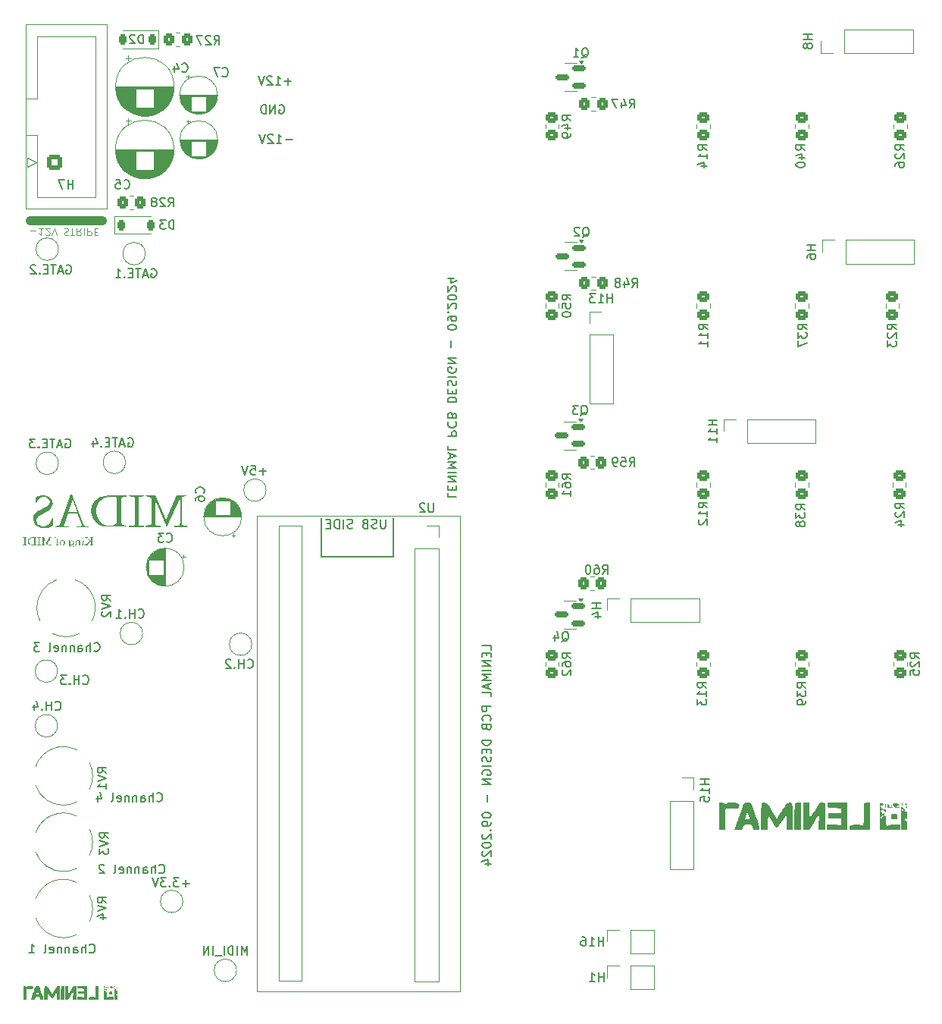
<source format=gbo>
G04 #@! TF.GenerationSoftware,KiCad,Pcbnew,8.0.2-1*
G04 #@! TF.CreationDate,2024-09-25T20:20:04+02:00*
G04 #@! TF.ProjectId,midi-2-cv,6d696469-2d32-42d6-9376-2e6b69636164,rev?*
G04 #@! TF.SameCoordinates,Original*
G04 #@! TF.FileFunction,Legend,Bot*
G04 #@! TF.FilePolarity,Positive*
%FSLAX46Y46*%
G04 Gerber Fmt 4.6, Leading zero omitted, Abs format (unit mm)*
G04 Created by KiCad (PCBNEW 8.0.2-1) date 2024-09-25 20:20:04*
%MOMM*%
%LPD*%
G01*
G04 APERTURE LIST*
G04 Aperture macros list*
%AMRoundRect*
0 Rectangle with rounded corners*
0 $1 Rounding radius*
0 $2 $3 $4 $5 $6 $7 $8 $9 X,Y pos of 4 corners*
0 Add a 4 corners polygon primitive as box body*
4,1,4,$2,$3,$4,$5,$6,$7,$8,$9,$2,$3,0*
0 Add four circle primitives for the rounded corners*
1,1,$1+$1,$2,$3*
1,1,$1+$1,$4,$5*
1,1,$1+$1,$6,$7*
1,1,$1+$1,$8,$9*
0 Add four rect primitives between the rounded corners*
20,1,$1+$1,$2,$3,$4,$5,0*
20,1,$1+$1,$4,$5,$6,$7,0*
20,1,$1+$1,$6,$7,$8,$9,0*
20,1,$1+$1,$8,$9,$2,$3,0*%
G04 Aperture macros list end*
%ADD10C,0.150000*%
%ADD11C,0.100000*%
%ADD12C,0.120000*%
%ADD13C,0.000000*%
%ADD14C,1.000000*%
%ADD15C,2.000000*%
%ADD16R,1.930000X1.830000*%
%ADD17C,2.130000*%
%ADD18R,1.700000X1.700000*%
%ADD19O,1.700000X1.700000*%
%ADD20R,1.800000X1.800000*%
%ADD21C,1.800000*%
%ADD22O,2.000000X2.000000*%
%ADD23R,2.000000X2.000000*%
%ADD24C,2.850000*%
%ADD25R,1.600000X1.600000*%
%ADD26O,1.600000X1.600000*%
%ADD27RoundRect,0.250000X0.450000X-0.350000X0.450000X0.350000X-0.450000X0.350000X-0.450000X-0.350000X0*%
%ADD28R,1.200000X1.200000*%
%ADD29C,1.200000*%
%ADD30C,1.600000*%
%ADD31C,1.620000*%
%ADD32RoundRect,0.150000X0.587500X0.150000X-0.587500X0.150000X-0.587500X-0.150000X0.587500X-0.150000X0*%
%ADD33RoundRect,0.250000X-0.600000X-0.600000X0.600000X-0.600000X0.600000X0.600000X-0.600000X0.600000X0*%
%ADD34C,1.700000*%
%ADD35RoundRect,0.250000X-0.350000X-0.450000X0.350000X-0.450000X0.350000X0.450000X-0.350000X0.450000X0*%
%ADD36RoundRect,0.250000X0.350000X0.450000X-0.350000X0.450000X-0.350000X-0.450000X0.350000X-0.450000X0*%
%ADD37RoundRect,0.225000X0.225000X0.375000X-0.225000X0.375000X-0.225000X-0.375000X0.225000X-0.375000X0*%
%ADD38RoundRect,0.225000X-0.225000X-0.375000X0.225000X-0.375000X0.225000X0.375000X-0.225000X0.375000X0*%
G04 APERTURE END LIST*
D10*
X77563220Y-100488866D02*
X76801316Y-100488866D01*
X77182268Y-100869819D02*
X77182268Y-100107914D01*
X75848935Y-99869819D02*
X76325125Y-99869819D01*
X76325125Y-99869819D02*
X76372744Y-100346009D01*
X76372744Y-100346009D02*
X76325125Y-100298390D01*
X76325125Y-100298390D02*
X76229887Y-100250771D01*
X76229887Y-100250771D02*
X75991792Y-100250771D01*
X75991792Y-100250771D02*
X75896554Y-100298390D01*
X75896554Y-100298390D02*
X75848935Y-100346009D01*
X75848935Y-100346009D02*
X75801316Y-100441247D01*
X75801316Y-100441247D02*
X75801316Y-100679342D01*
X75801316Y-100679342D02*
X75848935Y-100774580D01*
X75848935Y-100774580D02*
X75896554Y-100822200D01*
X75896554Y-100822200D02*
X75991792Y-100869819D01*
X75991792Y-100869819D02*
X76229887Y-100869819D01*
X76229887Y-100869819D02*
X76325125Y-100822200D01*
X76325125Y-100822200D02*
X76372744Y-100774580D01*
X75515601Y-99869819D02*
X75182268Y-100869819D01*
X75182268Y-100869819D02*
X74848935Y-99869819D01*
X68963220Y-146488866D02*
X68201316Y-146488866D01*
X68582268Y-146869819D02*
X68582268Y-146107914D01*
X67820363Y-145869819D02*
X67201316Y-145869819D01*
X67201316Y-145869819D02*
X67534649Y-146250771D01*
X67534649Y-146250771D02*
X67391792Y-146250771D01*
X67391792Y-146250771D02*
X67296554Y-146298390D01*
X67296554Y-146298390D02*
X67248935Y-146346009D01*
X67248935Y-146346009D02*
X67201316Y-146441247D01*
X67201316Y-146441247D02*
X67201316Y-146679342D01*
X67201316Y-146679342D02*
X67248935Y-146774580D01*
X67248935Y-146774580D02*
X67296554Y-146822200D01*
X67296554Y-146822200D02*
X67391792Y-146869819D01*
X67391792Y-146869819D02*
X67677506Y-146869819D01*
X67677506Y-146869819D02*
X67772744Y-146822200D01*
X67772744Y-146822200D02*
X67820363Y-146774580D01*
X66772744Y-146774580D02*
X66725125Y-146822200D01*
X66725125Y-146822200D02*
X66772744Y-146869819D01*
X66772744Y-146869819D02*
X66820363Y-146822200D01*
X66820363Y-146822200D02*
X66772744Y-146774580D01*
X66772744Y-146774580D02*
X66772744Y-146869819D01*
X66391792Y-145869819D02*
X65772745Y-145869819D01*
X65772745Y-145869819D02*
X66106078Y-146250771D01*
X66106078Y-146250771D02*
X65963221Y-146250771D01*
X65963221Y-146250771D02*
X65867983Y-146298390D01*
X65867983Y-146298390D02*
X65820364Y-146346009D01*
X65820364Y-146346009D02*
X65772745Y-146441247D01*
X65772745Y-146441247D02*
X65772745Y-146679342D01*
X65772745Y-146679342D02*
X65820364Y-146774580D01*
X65820364Y-146774580D02*
X65867983Y-146822200D01*
X65867983Y-146822200D02*
X65963221Y-146869819D01*
X65963221Y-146869819D02*
X66248935Y-146869819D01*
X66248935Y-146869819D02*
X66344173Y-146822200D01*
X66344173Y-146822200D02*
X66391792Y-146774580D01*
X65487030Y-145869819D02*
X65153697Y-146869819D01*
X65153697Y-146869819D02*
X64820364Y-145869819D01*
X75463220Y-154469819D02*
X75463220Y-153469819D01*
X75463220Y-153469819D02*
X75129887Y-154184104D01*
X75129887Y-154184104D02*
X74796554Y-153469819D01*
X74796554Y-153469819D02*
X74796554Y-154469819D01*
X74320363Y-154469819D02*
X74320363Y-153469819D01*
X73844173Y-154469819D02*
X73844173Y-153469819D01*
X73844173Y-153469819D02*
X73606078Y-153469819D01*
X73606078Y-153469819D02*
X73463221Y-153517438D01*
X73463221Y-153517438D02*
X73367983Y-153612676D01*
X73367983Y-153612676D02*
X73320364Y-153707914D01*
X73320364Y-153707914D02*
X73272745Y-153898390D01*
X73272745Y-153898390D02*
X73272745Y-154041247D01*
X73272745Y-154041247D02*
X73320364Y-154231723D01*
X73320364Y-154231723D02*
X73367983Y-154326961D01*
X73367983Y-154326961D02*
X73463221Y-154422200D01*
X73463221Y-154422200D02*
X73606078Y-154469819D01*
X73606078Y-154469819D02*
X73844173Y-154469819D01*
X72844173Y-154469819D02*
X72844173Y-153469819D01*
X72606079Y-154565057D02*
X71844174Y-154565057D01*
X71606078Y-154469819D02*
X71606078Y-153469819D01*
X71129888Y-154469819D02*
X71129888Y-153469819D01*
X71129888Y-153469819D02*
X70558460Y-154469819D01*
X70558460Y-154469819D02*
X70558460Y-153469819D01*
X80463220Y-63488866D02*
X79701316Y-63488866D01*
X78701316Y-63869819D02*
X79272744Y-63869819D01*
X78987030Y-63869819D02*
X78987030Y-62869819D01*
X78987030Y-62869819D02*
X79082268Y-63012676D01*
X79082268Y-63012676D02*
X79177506Y-63107914D01*
X79177506Y-63107914D02*
X79272744Y-63155533D01*
X78320363Y-62965057D02*
X78272744Y-62917438D01*
X78272744Y-62917438D02*
X78177506Y-62869819D01*
X78177506Y-62869819D02*
X77939411Y-62869819D01*
X77939411Y-62869819D02*
X77844173Y-62917438D01*
X77844173Y-62917438D02*
X77796554Y-62965057D01*
X77796554Y-62965057D02*
X77748935Y-63060295D01*
X77748935Y-63060295D02*
X77748935Y-63155533D01*
X77748935Y-63155533D02*
X77796554Y-63298390D01*
X77796554Y-63298390D02*
X78367982Y-63869819D01*
X78367982Y-63869819D02*
X77748935Y-63869819D01*
X77463220Y-62869819D02*
X77129887Y-63869819D01*
X77129887Y-63869819D02*
X76796554Y-62869819D01*
X80363220Y-56988866D02*
X79601316Y-56988866D01*
X79982268Y-57369819D02*
X79982268Y-56607914D01*
X78601316Y-57369819D02*
X79172744Y-57369819D01*
X78887030Y-57369819D02*
X78887030Y-56369819D01*
X78887030Y-56369819D02*
X78982268Y-56512676D01*
X78982268Y-56512676D02*
X79077506Y-56607914D01*
X79077506Y-56607914D02*
X79172744Y-56655533D01*
X78220363Y-56465057D02*
X78172744Y-56417438D01*
X78172744Y-56417438D02*
X78077506Y-56369819D01*
X78077506Y-56369819D02*
X77839411Y-56369819D01*
X77839411Y-56369819D02*
X77744173Y-56417438D01*
X77744173Y-56417438D02*
X77696554Y-56465057D01*
X77696554Y-56465057D02*
X77648935Y-56560295D01*
X77648935Y-56560295D02*
X77648935Y-56655533D01*
X77648935Y-56655533D02*
X77696554Y-56798390D01*
X77696554Y-56798390D02*
X78267982Y-57369819D01*
X78267982Y-57369819D02*
X77648935Y-57369819D01*
X77363220Y-56369819D02*
X77029887Y-57369819D01*
X77029887Y-57369819D02*
X76696554Y-56369819D01*
X79039411Y-59617438D02*
X79134649Y-59569819D01*
X79134649Y-59569819D02*
X79277506Y-59569819D01*
X79277506Y-59569819D02*
X79420363Y-59617438D01*
X79420363Y-59617438D02*
X79515601Y-59712676D01*
X79515601Y-59712676D02*
X79563220Y-59807914D01*
X79563220Y-59807914D02*
X79610839Y-59998390D01*
X79610839Y-59998390D02*
X79610839Y-60141247D01*
X79610839Y-60141247D02*
X79563220Y-60331723D01*
X79563220Y-60331723D02*
X79515601Y-60426961D01*
X79515601Y-60426961D02*
X79420363Y-60522200D01*
X79420363Y-60522200D02*
X79277506Y-60569819D01*
X79277506Y-60569819D02*
X79182268Y-60569819D01*
X79182268Y-60569819D02*
X79039411Y-60522200D01*
X79039411Y-60522200D02*
X78991792Y-60474580D01*
X78991792Y-60474580D02*
X78991792Y-60141247D01*
X78991792Y-60141247D02*
X79182268Y-60141247D01*
X78563220Y-60569819D02*
X78563220Y-59569819D01*
X78563220Y-59569819D02*
X77991792Y-60569819D01*
X77991792Y-60569819D02*
X77991792Y-59569819D01*
X77515601Y-60569819D02*
X77515601Y-59569819D01*
X77515601Y-59569819D02*
X77277506Y-59569819D01*
X77277506Y-59569819D02*
X77134649Y-59617438D01*
X77134649Y-59617438D02*
X77039411Y-59712676D01*
X77039411Y-59712676D02*
X76991792Y-59807914D01*
X76991792Y-59807914D02*
X76944173Y-59998390D01*
X76944173Y-59998390D02*
X76944173Y-60141247D01*
X76944173Y-60141247D02*
X76991792Y-60331723D01*
X76991792Y-60331723D02*
X77039411Y-60426961D01*
X77039411Y-60426961D02*
X77134649Y-60522200D01*
X77134649Y-60522200D02*
X77277506Y-60569819D01*
X77277506Y-60569819D02*
X77515601Y-60569819D01*
X55239411Y-77517438D02*
X55334649Y-77469819D01*
X55334649Y-77469819D02*
X55477506Y-77469819D01*
X55477506Y-77469819D02*
X55620363Y-77517438D01*
X55620363Y-77517438D02*
X55715601Y-77612676D01*
X55715601Y-77612676D02*
X55763220Y-77707914D01*
X55763220Y-77707914D02*
X55810839Y-77898390D01*
X55810839Y-77898390D02*
X55810839Y-78041247D01*
X55810839Y-78041247D02*
X55763220Y-78231723D01*
X55763220Y-78231723D02*
X55715601Y-78326961D01*
X55715601Y-78326961D02*
X55620363Y-78422200D01*
X55620363Y-78422200D02*
X55477506Y-78469819D01*
X55477506Y-78469819D02*
X55382268Y-78469819D01*
X55382268Y-78469819D02*
X55239411Y-78422200D01*
X55239411Y-78422200D02*
X55191792Y-78374580D01*
X55191792Y-78374580D02*
X55191792Y-78041247D01*
X55191792Y-78041247D02*
X55382268Y-78041247D01*
X54810839Y-78184104D02*
X54334649Y-78184104D01*
X54906077Y-78469819D02*
X54572744Y-77469819D01*
X54572744Y-77469819D02*
X54239411Y-78469819D01*
X54048934Y-77469819D02*
X53477506Y-77469819D01*
X53763220Y-78469819D02*
X53763220Y-77469819D01*
X53144172Y-77946009D02*
X52810839Y-77946009D01*
X52667982Y-78469819D02*
X53144172Y-78469819D01*
X53144172Y-78469819D02*
X53144172Y-77469819D01*
X53144172Y-77469819D02*
X52667982Y-77469819D01*
X52239410Y-78374580D02*
X52191791Y-78422200D01*
X52191791Y-78422200D02*
X52239410Y-78469819D01*
X52239410Y-78469819D02*
X52287029Y-78422200D01*
X52287029Y-78422200D02*
X52239410Y-78374580D01*
X52239410Y-78374580D02*
X52239410Y-78469819D01*
X51810839Y-77565057D02*
X51763220Y-77517438D01*
X51763220Y-77517438D02*
X51667982Y-77469819D01*
X51667982Y-77469819D02*
X51429887Y-77469819D01*
X51429887Y-77469819D02*
X51334649Y-77517438D01*
X51334649Y-77517438D02*
X51287030Y-77565057D01*
X51287030Y-77565057D02*
X51239411Y-77660295D01*
X51239411Y-77660295D02*
X51239411Y-77755533D01*
X51239411Y-77755533D02*
X51287030Y-77898390D01*
X51287030Y-77898390D02*
X51858458Y-78469819D01*
X51858458Y-78469819D02*
X51239411Y-78469819D01*
X64739411Y-77917438D02*
X64834649Y-77869819D01*
X64834649Y-77869819D02*
X64977506Y-77869819D01*
X64977506Y-77869819D02*
X65120363Y-77917438D01*
X65120363Y-77917438D02*
X65215601Y-78012676D01*
X65215601Y-78012676D02*
X65263220Y-78107914D01*
X65263220Y-78107914D02*
X65310839Y-78298390D01*
X65310839Y-78298390D02*
X65310839Y-78441247D01*
X65310839Y-78441247D02*
X65263220Y-78631723D01*
X65263220Y-78631723D02*
X65215601Y-78726961D01*
X65215601Y-78726961D02*
X65120363Y-78822200D01*
X65120363Y-78822200D02*
X64977506Y-78869819D01*
X64977506Y-78869819D02*
X64882268Y-78869819D01*
X64882268Y-78869819D02*
X64739411Y-78822200D01*
X64739411Y-78822200D02*
X64691792Y-78774580D01*
X64691792Y-78774580D02*
X64691792Y-78441247D01*
X64691792Y-78441247D02*
X64882268Y-78441247D01*
X64310839Y-78584104D02*
X63834649Y-78584104D01*
X64406077Y-78869819D02*
X64072744Y-77869819D01*
X64072744Y-77869819D02*
X63739411Y-78869819D01*
X63548934Y-77869819D02*
X62977506Y-77869819D01*
X63263220Y-78869819D02*
X63263220Y-77869819D01*
X62644172Y-78346009D02*
X62310839Y-78346009D01*
X62167982Y-78869819D02*
X62644172Y-78869819D01*
X62644172Y-78869819D02*
X62644172Y-77869819D01*
X62644172Y-77869819D02*
X62167982Y-77869819D01*
X61739410Y-78774580D02*
X61691791Y-78822200D01*
X61691791Y-78822200D02*
X61739410Y-78869819D01*
X61739410Y-78869819D02*
X61787029Y-78822200D01*
X61787029Y-78822200D02*
X61739410Y-78774580D01*
X61739410Y-78774580D02*
X61739410Y-78869819D01*
X60739411Y-78869819D02*
X61310839Y-78869819D01*
X61025125Y-78869819D02*
X61025125Y-77869819D01*
X61025125Y-77869819D02*
X61120363Y-78012676D01*
X61120363Y-78012676D02*
X61215601Y-78107914D01*
X61215601Y-78107914D02*
X61310839Y-78155533D01*
X55139411Y-96917438D02*
X55234649Y-96869819D01*
X55234649Y-96869819D02*
X55377506Y-96869819D01*
X55377506Y-96869819D02*
X55520363Y-96917438D01*
X55520363Y-96917438D02*
X55615601Y-97012676D01*
X55615601Y-97012676D02*
X55663220Y-97107914D01*
X55663220Y-97107914D02*
X55710839Y-97298390D01*
X55710839Y-97298390D02*
X55710839Y-97441247D01*
X55710839Y-97441247D02*
X55663220Y-97631723D01*
X55663220Y-97631723D02*
X55615601Y-97726961D01*
X55615601Y-97726961D02*
X55520363Y-97822200D01*
X55520363Y-97822200D02*
X55377506Y-97869819D01*
X55377506Y-97869819D02*
X55282268Y-97869819D01*
X55282268Y-97869819D02*
X55139411Y-97822200D01*
X55139411Y-97822200D02*
X55091792Y-97774580D01*
X55091792Y-97774580D02*
X55091792Y-97441247D01*
X55091792Y-97441247D02*
X55282268Y-97441247D01*
X54710839Y-97584104D02*
X54234649Y-97584104D01*
X54806077Y-97869819D02*
X54472744Y-96869819D01*
X54472744Y-96869819D02*
X54139411Y-97869819D01*
X53948934Y-96869819D02*
X53377506Y-96869819D01*
X53663220Y-97869819D02*
X53663220Y-96869819D01*
X53044172Y-97346009D02*
X52710839Y-97346009D01*
X52567982Y-97869819D02*
X53044172Y-97869819D01*
X53044172Y-97869819D02*
X53044172Y-96869819D01*
X53044172Y-96869819D02*
X52567982Y-96869819D01*
X52139410Y-97774580D02*
X52091791Y-97822200D01*
X52091791Y-97822200D02*
X52139410Y-97869819D01*
X52139410Y-97869819D02*
X52187029Y-97822200D01*
X52187029Y-97822200D02*
X52139410Y-97774580D01*
X52139410Y-97774580D02*
X52139410Y-97869819D01*
X51758458Y-96869819D02*
X51139411Y-96869819D01*
X51139411Y-96869819D02*
X51472744Y-97250771D01*
X51472744Y-97250771D02*
X51329887Y-97250771D01*
X51329887Y-97250771D02*
X51234649Y-97298390D01*
X51234649Y-97298390D02*
X51187030Y-97346009D01*
X51187030Y-97346009D02*
X51139411Y-97441247D01*
X51139411Y-97441247D02*
X51139411Y-97679342D01*
X51139411Y-97679342D02*
X51187030Y-97774580D01*
X51187030Y-97774580D02*
X51234649Y-97822200D01*
X51234649Y-97822200D02*
X51329887Y-97869819D01*
X51329887Y-97869819D02*
X51615601Y-97869819D01*
X51615601Y-97869819D02*
X51710839Y-97822200D01*
X51710839Y-97822200D02*
X51758458Y-97774580D01*
X62139411Y-96817438D02*
X62234649Y-96769819D01*
X62234649Y-96769819D02*
X62377506Y-96769819D01*
X62377506Y-96769819D02*
X62520363Y-96817438D01*
X62520363Y-96817438D02*
X62615601Y-96912676D01*
X62615601Y-96912676D02*
X62663220Y-97007914D01*
X62663220Y-97007914D02*
X62710839Y-97198390D01*
X62710839Y-97198390D02*
X62710839Y-97341247D01*
X62710839Y-97341247D02*
X62663220Y-97531723D01*
X62663220Y-97531723D02*
X62615601Y-97626961D01*
X62615601Y-97626961D02*
X62520363Y-97722200D01*
X62520363Y-97722200D02*
X62377506Y-97769819D01*
X62377506Y-97769819D02*
X62282268Y-97769819D01*
X62282268Y-97769819D02*
X62139411Y-97722200D01*
X62139411Y-97722200D02*
X62091792Y-97674580D01*
X62091792Y-97674580D02*
X62091792Y-97341247D01*
X62091792Y-97341247D02*
X62282268Y-97341247D01*
X61710839Y-97484104D02*
X61234649Y-97484104D01*
X61806077Y-97769819D02*
X61472744Y-96769819D01*
X61472744Y-96769819D02*
X61139411Y-97769819D01*
X60948934Y-96769819D02*
X60377506Y-96769819D01*
X60663220Y-97769819D02*
X60663220Y-96769819D01*
X60044172Y-97246009D02*
X59710839Y-97246009D01*
X59567982Y-97769819D02*
X60044172Y-97769819D01*
X60044172Y-97769819D02*
X60044172Y-96769819D01*
X60044172Y-96769819D02*
X59567982Y-96769819D01*
X59139410Y-97674580D02*
X59091791Y-97722200D01*
X59091791Y-97722200D02*
X59139410Y-97769819D01*
X59139410Y-97769819D02*
X59187029Y-97722200D01*
X59187029Y-97722200D02*
X59139410Y-97674580D01*
X59139410Y-97674580D02*
X59139410Y-97769819D01*
X58234649Y-97103152D02*
X58234649Y-97769819D01*
X58472744Y-96722200D02*
X58710839Y-97436485D01*
X58710839Y-97436485D02*
X58091792Y-97436485D01*
X57091792Y-124174580D02*
X57139411Y-124222200D01*
X57139411Y-124222200D02*
X57282268Y-124269819D01*
X57282268Y-124269819D02*
X57377506Y-124269819D01*
X57377506Y-124269819D02*
X57520363Y-124222200D01*
X57520363Y-124222200D02*
X57615601Y-124126961D01*
X57615601Y-124126961D02*
X57663220Y-124031723D01*
X57663220Y-124031723D02*
X57710839Y-123841247D01*
X57710839Y-123841247D02*
X57710839Y-123698390D01*
X57710839Y-123698390D02*
X57663220Y-123507914D01*
X57663220Y-123507914D02*
X57615601Y-123412676D01*
X57615601Y-123412676D02*
X57520363Y-123317438D01*
X57520363Y-123317438D02*
X57377506Y-123269819D01*
X57377506Y-123269819D02*
X57282268Y-123269819D01*
X57282268Y-123269819D02*
X57139411Y-123317438D01*
X57139411Y-123317438D02*
X57091792Y-123365057D01*
X56663220Y-124269819D02*
X56663220Y-123269819D01*
X56663220Y-123746009D02*
X56091792Y-123746009D01*
X56091792Y-124269819D02*
X56091792Y-123269819D01*
X55615601Y-124174580D02*
X55567982Y-124222200D01*
X55567982Y-124222200D02*
X55615601Y-124269819D01*
X55615601Y-124269819D02*
X55663220Y-124222200D01*
X55663220Y-124222200D02*
X55615601Y-124174580D01*
X55615601Y-124174580D02*
X55615601Y-124269819D01*
X55234649Y-123269819D02*
X54615602Y-123269819D01*
X54615602Y-123269819D02*
X54948935Y-123650771D01*
X54948935Y-123650771D02*
X54806078Y-123650771D01*
X54806078Y-123650771D02*
X54710840Y-123698390D01*
X54710840Y-123698390D02*
X54663221Y-123746009D01*
X54663221Y-123746009D02*
X54615602Y-123841247D01*
X54615602Y-123841247D02*
X54615602Y-124079342D01*
X54615602Y-124079342D02*
X54663221Y-124174580D01*
X54663221Y-124174580D02*
X54710840Y-124222200D01*
X54710840Y-124222200D02*
X54806078Y-124269819D01*
X54806078Y-124269819D02*
X55091792Y-124269819D01*
X55091792Y-124269819D02*
X55187030Y-124222200D01*
X55187030Y-124222200D02*
X55234649Y-124174580D01*
X53991792Y-127074580D02*
X54039411Y-127122200D01*
X54039411Y-127122200D02*
X54182268Y-127169819D01*
X54182268Y-127169819D02*
X54277506Y-127169819D01*
X54277506Y-127169819D02*
X54420363Y-127122200D01*
X54420363Y-127122200D02*
X54515601Y-127026961D01*
X54515601Y-127026961D02*
X54563220Y-126931723D01*
X54563220Y-126931723D02*
X54610839Y-126741247D01*
X54610839Y-126741247D02*
X54610839Y-126598390D01*
X54610839Y-126598390D02*
X54563220Y-126407914D01*
X54563220Y-126407914D02*
X54515601Y-126312676D01*
X54515601Y-126312676D02*
X54420363Y-126217438D01*
X54420363Y-126217438D02*
X54277506Y-126169819D01*
X54277506Y-126169819D02*
X54182268Y-126169819D01*
X54182268Y-126169819D02*
X54039411Y-126217438D01*
X54039411Y-126217438D02*
X53991792Y-126265057D01*
X53563220Y-127169819D02*
X53563220Y-126169819D01*
X53563220Y-126646009D02*
X52991792Y-126646009D01*
X52991792Y-127169819D02*
X52991792Y-126169819D01*
X52515601Y-127074580D02*
X52467982Y-127122200D01*
X52467982Y-127122200D02*
X52515601Y-127169819D01*
X52515601Y-127169819D02*
X52563220Y-127122200D01*
X52563220Y-127122200D02*
X52515601Y-127074580D01*
X52515601Y-127074580D02*
X52515601Y-127169819D01*
X51610840Y-126503152D02*
X51610840Y-127169819D01*
X51848935Y-126122200D02*
X52087030Y-126836485D01*
X52087030Y-126836485D02*
X51467983Y-126836485D01*
X63291792Y-116774580D02*
X63339411Y-116822200D01*
X63339411Y-116822200D02*
X63482268Y-116869819D01*
X63482268Y-116869819D02*
X63577506Y-116869819D01*
X63577506Y-116869819D02*
X63720363Y-116822200D01*
X63720363Y-116822200D02*
X63815601Y-116726961D01*
X63815601Y-116726961D02*
X63863220Y-116631723D01*
X63863220Y-116631723D02*
X63910839Y-116441247D01*
X63910839Y-116441247D02*
X63910839Y-116298390D01*
X63910839Y-116298390D02*
X63863220Y-116107914D01*
X63863220Y-116107914D02*
X63815601Y-116012676D01*
X63815601Y-116012676D02*
X63720363Y-115917438D01*
X63720363Y-115917438D02*
X63577506Y-115869819D01*
X63577506Y-115869819D02*
X63482268Y-115869819D01*
X63482268Y-115869819D02*
X63339411Y-115917438D01*
X63339411Y-115917438D02*
X63291792Y-115965057D01*
X62863220Y-116869819D02*
X62863220Y-115869819D01*
X62863220Y-116346009D02*
X62291792Y-116346009D01*
X62291792Y-116869819D02*
X62291792Y-115869819D01*
X61815601Y-116774580D02*
X61767982Y-116822200D01*
X61767982Y-116822200D02*
X61815601Y-116869819D01*
X61815601Y-116869819D02*
X61863220Y-116822200D01*
X61863220Y-116822200D02*
X61815601Y-116774580D01*
X61815601Y-116774580D02*
X61815601Y-116869819D01*
X60815602Y-116869819D02*
X61387030Y-116869819D01*
X61101316Y-116869819D02*
X61101316Y-115869819D01*
X61101316Y-115869819D02*
X61196554Y-116012676D01*
X61196554Y-116012676D02*
X61291792Y-116107914D01*
X61291792Y-116107914D02*
X61387030Y-116155533D01*
X75491792Y-122374580D02*
X75539411Y-122422200D01*
X75539411Y-122422200D02*
X75682268Y-122469819D01*
X75682268Y-122469819D02*
X75777506Y-122469819D01*
X75777506Y-122469819D02*
X75920363Y-122422200D01*
X75920363Y-122422200D02*
X76015601Y-122326961D01*
X76015601Y-122326961D02*
X76063220Y-122231723D01*
X76063220Y-122231723D02*
X76110839Y-122041247D01*
X76110839Y-122041247D02*
X76110839Y-121898390D01*
X76110839Y-121898390D02*
X76063220Y-121707914D01*
X76063220Y-121707914D02*
X76015601Y-121612676D01*
X76015601Y-121612676D02*
X75920363Y-121517438D01*
X75920363Y-121517438D02*
X75777506Y-121469819D01*
X75777506Y-121469819D02*
X75682268Y-121469819D01*
X75682268Y-121469819D02*
X75539411Y-121517438D01*
X75539411Y-121517438D02*
X75491792Y-121565057D01*
X75063220Y-122469819D02*
X75063220Y-121469819D01*
X75063220Y-121946009D02*
X74491792Y-121946009D01*
X74491792Y-122469819D02*
X74491792Y-121469819D01*
X74015601Y-122374580D02*
X73967982Y-122422200D01*
X73967982Y-122422200D02*
X74015601Y-122469819D01*
X74015601Y-122469819D02*
X74063220Y-122422200D01*
X74063220Y-122422200D02*
X74015601Y-122374580D01*
X74015601Y-122374580D02*
X74015601Y-122469819D01*
X73587030Y-121565057D02*
X73539411Y-121517438D01*
X73539411Y-121517438D02*
X73444173Y-121469819D01*
X73444173Y-121469819D02*
X73206078Y-121469819D01*
X73206078Y-121469819D02*
X73110840Y-121517438D01*
X73110840Y-121517438D02*
X73063221Y-121565057D01*
X73063221Y-121565057D02*
X73015602Y-121660295D01*
X73015602Y-121660295D02*
X73015602Y-121755533D01*
X73015602Y-121755533D02*
X73063221Y-121898390D01*
X73063221Y-121898390D02*
X73634649Y-122469819D01*
X73634649Y-122469819D02*
X73015602Y-122469819D01*
X102669819Y-120412969D02*
X102669819Y-119936779D01*
X102669819Y-119936779D02*
X101669819Y-119936779D01*
X102146009Y-120746303D02*
X102146009Y-121079636D01*
X102669819Y-121222493D02*
X102669819Y-120746303D01*
X102669819Y-120746303D02*
X101669819Y-120746303D01*
X101669819Y-120746303D02*
X101669819Y-121222493D01*
X102669819Y-121651065D02*
X101669819Y-121651065D01*
X101669819Y-121651065D02*
X102669819Y-122222493D01*
X102669819Y-122222493D02*
X101669819Y-122222493D01*
X102669819Y-122698684D02*
X101669819Y-122698684D01*
X102669819Y-123174874D02*
X101669819Y-123174874D01*
X101669819Y-123174874D02*
X102384104Y-123508207D01*
X102384104Y-123508207D02*
X101669819Y-123841540D01*
X101669819Y-123841540D02*
X102669819Y-123841540D01*
X102384104Y-124270112D02*
X102384104Y-124746302D01*
X102669819Y-124174874D02*
X101669819Y-124508207D01*
X101669819Y-124508207D02*
X102669819Y-124841540D01*
X102669819Y-125651064D02*
X102669819Y-125174874D01*
X102669819Y-125174874D02*
X101669819Y-125174874D01*
X102669819Y-126746303D02*
X101669819Y-126746303D01*
X101669819Y-126746303D02*
X101669819Y-127127255D01*
X101669819Y-127127255D02*
X101717438Y-127222493D01*
X101717438Y-127222493D02*
X101765057Y-127270112D01*
X101765057Y-127270112D02*
X101860295Y-127317731D01*
X101860295Y-127317731D02*
X102003152Y-127317731D01*
X102003152Y-127317731D02*
X102098390Y-127270112D01*
X102098390Y-127270112D02*
X102146009Y-127222493D01*
X102146009Y-127222493D02*
X102193628Y-127127255D01*
X102193628Y-127127255D02*
X102193628Y-126746303D01*
X102574580Y-128317731D02*
X102622200Y-128270112D01*
X102622200Y-128270112D02*
X102669819Y-128127255D01*
X102669819Y-128127255D02*
X102669819Y-128032017D01*
X102669819Y-128032017D02*
X102622200Y-127889160D01*
X102622200Y-127889160D02*
X102526961Y-127793922D01*
X102526961Y-127793922D02*
X102431723Y-127746303D01*
X102431723Y-127746303D02*
X102241247Y-127698684D01*
X102241247Y-127698684D02*
X102098390Y-127698684D01*
X102098390Y-127698684D02*
X101907914Y-127746303D01*
X101907914Y-127746303D02*
X101812676Y-127793922D01*
X101812676Y-127793922D02*
X101717438Y-127889160D01*
X101717438Y-127889160D02*
X101669819Y-128032017D01*
X101669819Y-128032017D02*
X101669819Y-128127255D01*
X101669819Y-128127255D02*
X101717438Y-128270112D01*
X101717438Y-128270112D02*
X101765057Y-128317731D01*
X102146009Y-129079636D02*
X102193628Y-129222493D01*
X102193628Y-129222493D02*
X102241247Y-129270112D01*
X102241247Y-129270112D02*
X102336485Y-129317731D01*
X102336485Y-129317731D02*
X102479342Y-129317731D01*
X102479342Y-129317731D02*
X102574580Y-129270112D01*
X102574580Y-129270112D02*
X102622200Y-129222493D01*
X102622200Y-129222493D02*
X102669819Y-129127255D01*
X102669819Y-129127255D02*
X102669819Y-128746303D01*
X102669819Y-128746303D02*
X101669819Y-128746303D01*
X101669819Y-128746303D02*
X101669819Y-129079636D01*
X101669819Y-129079636D02*
X101717438Y-129174874D01*
X101717438Y-129174874D02*
X101765057Y-129222493D01*
X101765057Y-129222493D02*
X101860295Y-129270112D01*
X101860295Y-129270112D02*
X101955533Y-129270112D01*
X101955533Y-129270112D02*
X102050771Y-129222493D01*
X102050771Y-129222493D02*
X102098390Y-129174874D01*
X102098390Y-129174874D02*
X102146009Y-129079636D01*
X102146009Y-129079636D02*
X102146009Y-128746303D01*
X102669819Y-130508208D02*
X101669819Y-130508208D01*
X101669819Y-130508208D02*
X101669819Y-130746303D01*
X101669819Y-130746303D02*
X101717438Y-130889160D01*
X101717438Y-130889160D02*
X101812676Y-130984398D01*
X101812676Y-130984398D02*
X101907914Y-131032017D01*
X101907914Y-131032017D02*
X102098390Y-131079636D01*
X102098390Y-131079636D02*
X102241247Y-131079636D01*
X102241247Y-131079636D02*
X102431723Y-131032017D01*
X102431723Y-131032017D02*
X102526961Y-130984398D01*
X102526961Y-130984398D02*
X102622200Y-130889160D01*
X102622200Y-130889160D02*
X102669819Y-130746303D01*
X102669819Y-130746303D02*
X102669819Y-130508208D01*
X102146009Y-131508208D02*
X102146009Y-131841541D01*
X102669819Y-131984398D02*
X102669819Y-131508208D01*
X102669819Y-131508208D02*
X101669819Y-131508208D01*
X101669819Y-131508208D02*
X101669819Y-131984398D01*
X102622200Y-132365351D02*
X102669819Y-132508208D01*
X102669819Y-132508208D02*
X102669819Y-132746303D01*
X102669819Y-132746303D02*
X102622200Y-132841541D01*
X102622200Y-132841541D02*
X102574580Y-132889160D01*
X102574580Y-132889160D02*
X102479342Y-132936779D01*
X102479342Y-132936779D02*
X102384104Y-132936779D01*
X102384104Y-132936779D02*
X102288866Y-132889160D01*
X102288866Y-132889160D02*
X102241247Y-132841541D01*
X102241247Y-132841541D02*
X102193628Y-132746303D01*
X102193628Y-132746303D02*
X102146009Y-132555827D01*
X102146009Y-132555827D02*
X102098390Y-132460589D01*
X102098390Y-132460589D02*
X102050771Y-132412970D01*
X102050771Y-132412970D02*
X101955533Y-132365351D01*
X101955533Y-132365351D02*
X101860295Y-132365351D01*
X101860295Y-132365351D02*
X101765057Y-132412970D01*
X101765057Y-132412970D02*
X101717438Y-132460589D01*
X101717438Y-132460589D02*
X101669819Y-132555827D01*
X101669819Y-132555827D02*
X101669819Y-132793922D01*
X101669819Y-132793922D02*
X101717438Y-132936779D01*
X102669819Y-133365351D02*
X101669819Y-133365351D01*
X101717438Y-134365350D02*
X101669819Y-134270112D01*
X101669819Y-134270112D02*
X101669819Y-134127255D01*
X101669819Y-134127255D02*
X101717438Y-133984398D01*
X101717438Y-133984398D02*
X101812676Y-133889160D01*
X101812676Y-133889160D02*
X101907914Y-133841541D01*
X101907914Y-133841541D02*
X102098390Y-133793922D01*
X102098390Y-133793922D02*
X102241247Y-133793922D01*
X102241247Y-133793922D02*
X102431723Y-133841541D01*
X102431723Y-133841541D02*
X102526961Y-133889160D01*
X102526961Y-133889160D02*
X102622200Y-133984398D01*
X102622200Y-133984398D02*
X102669819Y-134127255D01*
X102669819Y-134127255D02*
X102669819Y-134222493D01*
X102669819Y-134222493D02*
X102622200Y-134365350D01*
X102622200Y-134365350D02*
X102574580Y-134412969D01*
X102574580Y-134412969D02*
X102241247Y-134412969D01*
X102241247Y-134412969D02*
X102241247Y-134222493D01*
X102669819Y-134841541D02*
X101669819Y-134841541D01*
X101669819Y-134841541D02*
X102669819Y-135412969D01*
X102669819Y-135412969D02*
X101669819Y-135412969D01*
X102288866Y-136651065D02*
X102288866Y-137412970D01*
X101669819Y-138841541D02*
X101669819Y-138936779D01*
X101669819Y-138936779D02*
X101717438Y-139032017D01*
X101717438Y-139032017D02*
X101765057Y-139079636D01*
X101765057Y-139079636D02*
X101860295Y-139127255D01*
X101860295Y-139127255D02*
X102050771Y-139174874D01*
X102050771Y-139174874D02*
X102288866Y-139174874D01*
X102288866Y-139174874D02*
X102479342Y-139127255D01*
X102479342Y-139127255D02*
X102574580Y-139079636D01*
X102574580Y-139079636D02*
X102622200Y-139032017D01*
X102622200Y-139032017D02*
X102669819Y-138936779D01*
X102669819Y-138936779D02*
X102669819Y-138841541D01*
X102669819Y-138841541D02*
X102622200Y-138746303D01*
X102622200Y-138746303D02*
X102574580Y-138698684D01*
X102574580Y-138698684D02*
X102479342Y-138651065D01*
X102479342Y-138651065D02*
X102288866Y-138603446D01*
X102288866Y-138603446D02*
X102050771Y-138603446D01*
X102050771Y-138603446D02*
X101860295Y-138651065D01*
X101860295Y-138651065D02*
X101765057Y-138698684D01*
X101765057Y-138698684D02*
X101717438Y-138746303D01*
X101717438Y-138746303D02*
X101669819Y-138841541D01*
X102669819Y-139651065D02*
X102669819Y-139841541D01*
X102669819Y-139841541D02*
X102622200Y-139936779D01*
X102622200Y-139936779D02*
X102574580Y-139984398D01*
X102574580Y-139984398D02*
X102431723Y-140079636D01*
X102431723Y-140079636D02*
X102241247Y-140127255D01*
X102241247Y-140127255D02*
X101860295Y-140127255D01*
X101860295Y-140127255D02*
X101765057Y-140079636D01*
X101765057Y-140079636D02*
X101717438Y-140032017D01*
X101717438Y-140032017D02*
X101669819Y-139936779D01*
X101669819Y-139936779D02*
X101669819Y-139746303D01*
X101669819Y-139746303D02*
X101717438Y-139651065D01*
X101717438Y-139651065D02*
X101765057Y-139603446D01*
X101765057Y-139603446D02*
X101860295Y-139555827D01*
X101860295Y-139555827D02*
X102098390Y-139555827D01*
X102098390Y-139555827D02*
X102193628Y-139603446D01*
X102193628Y-139603446D02*
X102241247Y-139651065D01*
X102241247Y-139651065D02*
X102288866Y-139746303D01*
X102288866Y-139746303D02*
X102288866Y-139936779D01*
X102288866Y-139936779D02*
X102241247Y-140032017D01*
X102241247Y-140032017D02*
X102193628Y-140079636D01*
X102193628Y-140079636D02*
X102098390Y-140127255D01*
X102574580Y-140555827D02*
X102622200Y-140603446D01*
X102622200Y-140603446D02*
X102669819Y-140555827D01*
X102669819Y-140555827D02*
X102622200Y-140508208D01*
X102622200Y-140508208D02*
X102574580Y-140555827D01*
X102574580Y-140555827D02*
X102669819Y-140555827D01*
X101765057Y-140984398D02*
X101717438Y-141032017D01*
X101717438Y-141032017D02*
X101669819Y-141127255D01*
X101669819Y-141127255D02*
X101669819Y-141365350D01*
X101669819Y-141365350D02*
X101717438Y-141460588D01*
X101717438Y-141460588D02*
X101765057Y-141508207D01*
X101765057Y-141508207D02*
X101860295Y-141555826D01*
X101860295Y-141555826D02*
X101955533Y-141555826D01*
X101955533Y-141555826D02*
X102098390Y-141508207D01*
X102098390Y-141508207D02*
X102669819Y-140936779D01*
X102669819Y-140936779D02*
X102669819Y-141555826D01*
X101669819Y-142174874D02*
X101669819Y-142270112D01*
X101669819Y-142270112D02*
X101717438Y-142365350D01*
X101717438Y-142365350D02*
X101765057Y-142412969D01*
X101765057Y-142412969D02*
X101860295Y-142460588D01*
X101860295Y-142460588D02*
X102050771Y-142508207D01*
X102050771Y-142508207D02*
X102288866Y-142508207D01*
X102288866Y-142508207D02*
X102479342Y-142460588D01*
X102479342Y-142460588D02*
X102574580Y-142412969D01*
X102574580Y-142412969D02*
X102622200Y-142365350D01*
X102622200Y-142365350D02*
X102669819Y-142270112D01*
X102669819Y-142270112D02*
X102669819Y-142174874D01*
X102669819Y-142174874D02*
X102622200Y-142079636D01*
X102622200Y-142079636D02*
X102574580Y-142032017D01*
X102574580Y-142032017D02*
X102479342Y-141984398D01*
X102479342Y-141984398D02*
X102288866Y-141936779D01*
X102288866Y-141936779D02*
X102050771Y-141936779D01*
X102050771Y-141936779D02*
X101860295Y-141984398D01*
X101860295Y-141984398D02*
X101765057Y-142032017D01*
X101765057Y-142032017D02*
X101717438Y-142079636D01*
X101717438Y-142079636D02*
X101669819Y-142174874D01*
X101765057Y-142889160D02*
X101717438Y-142936779D01*
X101717438Y-142936779D02*
X101669819Y-143032017D01*
X101669819Y-143032017D02*
X101669819Y-143270112D01*
X101669819Y-143270112D02*
X101717438Y-143365350D01*
X101717438Y-143365350D02*
X101765057Y-143412969D01*
X101765057Y-143412969D02*
X101860295Y-143460588D01*
X101860295Y-143460588D02*
X101955533Y-143460588D01*
X101955533Y-143460588D02*
X102098390Y-143412969D01*
X102098390Y-143412969D02*
X102669819Y-142841541D01*
X102669819Y-142841541D02*
X102669819Y-143460588D01*
X102003152Y-144317731D02*
X102669819Y-144317731D01*
X101622200Y-144079636D02*
X102336485Y-143841541D01*
X102336485Y-143841541D02*
X102336485Y-144460588D01*
X97830180Y-102887030D02*
X97830180Y-103363220D01*
X97830180Y-103363220D02*
X98830180Y-103363220D01*
X98353990Y-102553696D02*
X98353990Y-102220363D01*
X97830180Y-102077506D02*
X97830180Y-102553696D01*
X97830180Y-102553696D02*
X98830180Y-102553696D01*
X98830180Y-102553696D02*
X98830180Y-102077506D01*
X97830180Y-101648934D02*
X98830180Y-101648934D01*
X98830180Y-101648934D02*
X97830180Y-101077506D01*
X97830180Y-101077506D02*
X98830180Y-101077506D01*
X97830180Y-100601315D02*
X98830180Y-100601315D01*
X97830180Y-100125125D02*
X98830180Y-100125125D01*
X98830180Y-100125125D02*
X98115895Y-99791792D01*
X98115895Y-99791792D02*
X98830180Y-99458459D01*
X98830180Y-99458459D02*
X97830180Y-99458459D01*
X98115895Y-99029887D02*
X98115895Y-98553697D01*
X97830180Y-99125125D02*
X98830180Y-98791792D01*
X98830180Y-98791792D02*
X97830180Y-98458459D01*
X97830180Y-97648935D02*
X97830180Y-98125125D01*
X97830180Y-98125125D02*
X98830180Y-98125125D01*
X97830180Y-96553696D02*
X98830180Y-96553696D01*
X98830180Y-96553696D02*
X98830180Y-96172744D01*
X98830180Y-96172744D02*
X98782561Y-96077506D01*
X98782561Y-96077506D02*
X98734942Y-96029887D01*
X98734942Y-96029887D02*
X98639704Y-95982268D01*
X98639704Y-95982268D02*
X98496847Y-95982268D01*
X98496847Y-95982268D02*
X98401609Y-96029887D01*
X98401609Y-96029887D02*
X98353990Y-96077506D01*
X98353990Y-96077506D02*
X98306371Y-96172744D01*
X98306371Y-96172744D02*
X98306371Y-96553696D01*
X97925419Y-94982268D02*
X97877800Y-95029887D01*
X97877800Y-95029887D02*
X97830180Y-95172744D01*
X97830180Y-95172744D02*
X97830180Y-95267982D01*
X97830180Y-95267982D02*
X97877800Y-95410839D01*
X97877800Y-95410839D02*
X97973038Y-95506077D01*
X97973038Y-95506077D02*
X98068276Y-95553696D01*
X98068276Y-95553696D02*
X98258752Y-95601315D01*
X98258752Y-95601315D02*
X98401609Y-95601315D01*
X98401609Y-95601315D02*
X98592085Y-95553696D01*
X98592085Y-95553696D02*
X98687323Y-95506077D01*
X98687323Y-95506077D02*
X98782561Y-95410839D01*
X98782561Y-95410839D02*
X98830180Y-95267982D01*
X98830180Y-95267982D02*
X98830180Y-95172744D01*
X98830180Y-95172744D02*
X98782561Y-95029887D01*
X98782561Y-95029887D02*
X98734942Y-94982268D01*
X98353990Y-94220363D02*
X98306371Y-94077506D01*
X98306371Y-94077506D02*
X98258752Y-94029887D01*
X98258752Y-94029887D02*
X98163514Y-93982268D01*
X98163514Y-93982268D02*
X98020657Y-93982268D01*
X98020657Y-93982268D02*
X97925419Y-94029887D01*
X97925419Y-94029887D02*
X97877800Y-94077506D01*
X97877800Y-94077506D02*
X97830180Y-94172744D01*
X97830180Y-94172744D02*
X97830180Y-94553696D01*
X97830180Y-94553696D02*
X98830180Y-94553696D01*
X98830180Y-94553696D02*
X98830180Y-94220363D01*
X98830180Y-94220363D02*
X98782561Y-94125125D01*
X98782561Y-94125125D02*
X98734942Y-94077506D01*
X98734942Y-94077506D02*
X98639704Y-94029887D01*
X98639704Y-94029887D02*
X98544466Y-94029887D01*
X98544466Y-94029887D02*
X98449228Y-94077506D01*
X98449228Y-94077506D02*
X98401609Y-94125125D01*
X98401609Y-94125125D02*
X98353990Y-94220363D01*
X98353990Y-94220363D02*
X98353990Y-94553696D01*
X97830180Y-92791791D02*
X98830180Y-92791791D01*
X98830180Y-92791791D02*
X98830180Y-92553696D01*
X98830180Y-92553696D02*
X98782561Y-92410839D01*
X98782561Y-92410839D02*
X98687323Y-92315601D01*
X98687323Y-92315601D02*
X98592085Y-92267982D01*
X98592085Y-92267982D02*
X98401609Y-92220363D01*
X98401609Y-92220363D02*
X98258752Y-92220363D01*
X98258752Y-92220363D02*
X98068276Y-92267982D01*
X98068276Y-92267982D02*
X97973038Y-92315601D01*
X97973038Y-92315601D02*
X97877800Y-92410839D01*
X97877800Y-92410839D02*
X97830180Y-92553696D01*
X97830180Y-92553696D02*
X97830180Y-92791791D01*
X98353990Y-91791791D02*
X98353990Y-91458458D01*
X97830180Y-91315601D02*
X97830180Y-91791791D01*
X97830180Y-91791791D02*
X98830180Y-91791791D01*
X98830180Y-91791791D02*
X98830180Y-91315601D01*
X97877800Y-90934648D02*
X97830180Y-90791791D01*
X97830180Y-90791791D02*
X97830180Y-90553696D01*
X97830180Y-90553696D02*
X97877800Y-90458458D01*
X97877800Y-90458458D02*
X97925419Y-90410839D01*
X97925419Y-90410839D02*
X98020657Y-90363220D01*
X98020657Y-90363220D02*
X98115895Y-90363220D01*
X98115895Y-90363220D02*
X98211133Y-90410839D01*
X98211133Y-90410839D02*
X98258752Y-90458458D01*
X98258752Y-90458458D02*
X98306371Y-90553696D01*
X98306371Y-90553696D02*
X98353990Y-90744172D01*
X98353990Y-90744172D02*
X98401609Y-90839410D01*
X98401609Y-90839410D02*
X98449228Y-90887029D01*
X98449228Y-90887029D02*
X98544466Y-90934648D01*
X98544466Y-90934648D02*
X98639704Y-90934648D01*
X98639704Y-90934648D02*
X98734942Y-90887029D01*
X98734942Y-90887029D02*
X98782561Y-90839410D01*
X98782561Y-90839410D02*
X98830180Y-90744172D01*
X98830180Y-90744172D02*
X98830180Y-90506077D01*
X98830180Y-90506077D02*
X98782561Y-90363220D01*
X97830180Y-89934648D02*
X98830180Y-89934648D01*
X98782561Y-88934649D02*
X98830180Y-89029887D01*
X98830180Y-89029887D02*
X98830180Y-89172744D01*
X98830180Y-89172744D02*
X98782561Y-89315601D01*
X98782561Y-89315601D02*
X98687323Y-89410839D01*
X98687323Y-89410839D02*
X98592085Y-89458458D01*
X98592085Y-89458458D02*
X98401609Y-89506077D01*
X98401609Y-89506077D02*
X98258752Y-89506077D01*
X98258752Y-89506077D02*
X98068276Y-89458458D01*
X98068276Y-89458458D02*
X97973038Y-89410839D01*
X97973038Y-89410839D02*
X97877800Y-89315601D01*
X97877800Y-89315601D02*
X97830180Y-89172744D01*
X97830180Y-89172744D02*
X97830180Y-89077506D01*
X97830180Y-89077506D02*
X97877800Y-88934649D01*
X97877800Y-88934649D02*
X97925419Y-88887030D01*
X97925419Y-88887030D02*
X98258752Y-88887030D01*
X98258752Y-88887030D02*
X98258752Y-89077506D01*
X97830180Y-88458458D02*
X98830180Y-88458458D01*
X98830180Y-88458458D02*
X97830180Y-87887030D01*
X97830180Y-87887030D02*
X98830180Y-87887030D01*
X98211133Y-86648934D02*
X98211133Y-85887030D01*
X98830180Y-84458458D02*
X98830180Y-84363220D01*
X98830180Y-84363220D02*
X98782561Y-84267982D01*
X98782561Y-84267982D02*
X98734942Y-84220363D01*
X98734942Y-84220363D02*
X98639704Y-84172744D01*
X98639704Y-84172744D02*
X98449228Y-84125125D01*
X98449228Y-84125125D02*
X98211133Y-84125125D01*
X98211133Y-84125125D02*
X98020657Y-84172744D01*
X98020657Y-84172744D02*
X97925419Y-84220363D01*
X97925419Y-84220363D02*
X97877800Y-84267982D01*
X97877800Y-84267982D02*
X97830180Y-84363220D01*
X97830180Y-84363220D02*
X97830180Y-84458458D01*
X97830180Y-84458458D02*
X97877800Y-84553696D01*
X97877800Y-84553696D02*
X97925419Y-84601315D01*
X97925419Y-84601315D02*
X98020657Y-84648934D01*
X98020657Y-84648934D02*
X98211133Y-84696553D01*
X98211133Y-84696553D02*
X98449228Y-84696553D01*
X98449228Y-84696553D02*
X98639704Y-84648934D01*
X98639704Y-84648934D02*
X98734942Y-84601315D01*
X98734942Y-84601315D02*
X98782561Y-84553696D01*
X98782561Y-84553696D02*
X98830180Y-84458458D01*
X97830180Y-83648934D02*
X97830180Y-83458458D01*
X97830180Y-83458458D02*
X97877800Y-83363220D01*
X97877800Y-83363220D02*
X97925419Y-83315601D01*
X97925419Y-83315601D02*
X98068276Y-83220363D01*
X98068276Y-83220363D02*
X98258752Y-83172744D01*
X98258752Y-83172744D02*
X98639704Y-83172744D01*
X98639704Y-83172744D02*
X98734942Y-83220363D01*
X98734942Y-83220363D02*
X98782561Y-83267982D01*
X98782561Y-83267982D02*
X98830180Y-83363220D01*
X98830180Y-83363220D02*
X98830180Y-83553696D01*
X98830180Y-83553696D02*
X98782561Y-83648934D01*
X98782561Y-83648934D02*
X98734942Y-83696553D01*
X98734942Y-83696553D02*
X98639704Y-83744172D01*
X98639704Y-83744172D02*
X98401609Y-83744172D01*
X98401609Y-83744172D02*
X98306371Y-83696553D01*
X98306371Y-83696553D02*
X98258752Y-83648934D01*
X98258752Y-83648934D02*
X98211133Y-83553696D01*
X98211133Y-83553696D02*
X98211133Y-83363220D01*
X98211133Y-83363220D02*
X98258752Y-83267982D01*
X98258752Y-83267982D02*
X98306371Y-83220363D01*
X98306371Y-83220363D02*
X98401609Y-83172744D01*
X97925419Y-82744172D02*
X97877800Y-82696553D01*
X97877800Y-82696553D02*
X97830180Y-82744172D01*
X97830180Y-82744172D02*
X97877800Y-82791791D01*
X97877800Y-82791791D02*
X97925419Y-82744172D01*
X97925419Y-82744172D02*
X97830180Y-82744172D01*
X98734942Y-82315601D02*
X98782561Y-82267982D01*
X98782561Y-82267982D02*
X98830180Y-82172744D01*
X98830180Y-82172744D02*
X98830180Y-81934649D01*
X98830180Y-81934649D02*
X98782561Y-81839411D01*
X98782561Y-81839411D02*
X98734942Y-81791792D01*
X98734942Y-81791792D02*
X98639704Y-81744173D01*
X98639704Y-81744173D02*
X98544466Y-81744173D01*
X98544466Y-81744173D02*
X98401609Y-81791792D01*
X98401609Y-81791792D02*
X97830180Y-82363220D01*
X97830180Y-82363220D02*
X97830180Y-81744173D01*
X98830180Y-81125125D02*
X98830180Y-81029887D01*
X98830180Y-81029887D02*
X98782561Y-80934649D01*
X98782561Y-80934649D02*
X98734942Y-80887030D01*
X98734942Y-80887030D02*
X98639704Y-80839411D01*
X98639704Y-80839411D02*
X98449228Y-80791792D01*
X98449228Y-80791792D02*
X98211133Y-80791792D01*
X98211133Y-80791792D02*
X98020657Y-80839411D01*
X98020657Y-80839411D02*
X97925419Y-80887030D01*
X97925419Y-80887030D02*
X97877800Y-80934649D01*
X97877800Y-80934649D02*
X97830180Y-81029887D01*
X97830180Y-81029887D02*
X97830180Y-81125125D01*
X97830180Y-81125125D02*
X97877800Y-81220363D01*
X97877800Y-81220363D02*
X97925419Y-81267982D01*
X97925419Y-81267982D02*
X98020657Y-81315601D01*
X98020657Y-81315601D02*
X98211133Y-81363220D01*
X98211133Y-81363220D02*
X98449228Y-81363220D01*
X98449228Y-81363220D02*
X98639704Y-81315601D01*
X98639704Y-81315601D02*
X98734942Y-81267982D01*
X98734942Y-81267982D02*
X98782561Y-81220363D01*
X98782561Y-81220363D02*
X98830180Y-81125125D01*
X98734942Y-80410839D02*
X98782561Y-80363220D01*
X98782561Y-80363220D02*
X98830180Y-80267982D01*
X98830180Y-80267982D02*
X98830180Y-80029887D01*
X98830180Y-80029887D02*
X98782561Y-79934649D01*
X98782561Y-79934649D02*
X98734942Y-79887030D01*
X98734942Y-79887030D02*
X98639704Y-79839411D01*
X98639704Y-79839411D02*
X98544466Y-79839411D01*
X98544466Y-79839411D02*
X98401609Y-79887030D01*
X98401609Y-79887030D02*
X97830180Y-80458458D01*
X97830180Y-80458458D02*
X97830180Y-79839411D01*
X98496847Y-78982268D02*
X97830180Y-78982268D01*
X98877800Y-79220363D02*
X98163514Y-79458458D01*
X98163514Y-79458458D02*
X98163514Y-78839411D01*
G36*
X64110537Y-106694842D02*
G01*
X64327241Y-106694842D01*
X64525994Y-106694842D01*
X64731158Y-106694842D01*
X64933941Y-106694842D01*
X64954640Y-106694842D01*
X65075785Y-106694842D01*
X65272714Y-106694842D01*
X65381577Y-106694842D01*
X65583897Y-106694842D01*
X65736217Y-106694842D01*
X65736217Y-106600076D01*
X65384508Y-106533642D01*
X65213538Y-106449623D01*
X65178504Y-106251614D01*
X65178367Y-106231758D01*
X65178367Y-103662323D01*
X66480669Y-106729036D01*
X67934403Y-103456182D01*
X67934403Y-106264975D01*
X67895324Y-106466231D01*
X67778087Y-106544389D01*
X67299371Y-106600076D01*
X67299371Y-106694842D01*
X67507264Y-106694842D01*
X67715729Y-106694842D01*
X67924767Y-106694842D01*
X67966643Y-106694842D01*
X68162702Y-106694842D01*
X68374990Y-106694842D01*
X68577315Y-106694842D01*
X68737473Y-106694842D01*
X68737473Y-106600076D01*
X68418981Y-106544389D01*
X68248988Y-106505310D01*
X68156175Y-106452554D01*
X68118073Y-106377327D01*
X68112212Y-106264975D01*
X68112212Y-103338946D01*
X68674947Y-103277397D01*
X68674947Y-103176769D01*
X68468558Y-103190198D01*
X68263871Y-103193118D01*
X68163991Y-103193377D01*
X67946886Y-103192063D01*
X67741146Y-103186889D01*
X67591486Y-103176769D01*
X66333147Y-105901542D01*
X65162735Y-103193377D01*
X64961509Y-103193377D01*
X64756437Y-103193377D01*
X64617585Y-103193377D01*
X64415306Y-103191041D01*
X64212605Y-103183240D01*
X64110537Y-103176769D01*
X64110537Y-103277397D01*
X64453454Y-103349692D01*
X64638651Y-103418752D01*
X64675226Y-103450321D01*
X64734852Y-103640097D01*
X64735799Y-103678932D01*
X64735799Y-106192679D01*
X64718763Y-106387768D01*
X64705512Y-106424221D01*
X64577529Y-106505310D01*
X64110537Y-106600076D01*
X64110537Y-106694842D01*
G37*
G36*
X63309420Y-106408590D02*
G01*
X63309420Y-103493307D01*
X63341660Y-103358485D01*
X63452058Y-103313545D01*
X63934682Y-103261765D01*
X63934682Y-103176769D01*
X63715298Y-103187522D01*
X63496579Y-103190636D01*
X63257641Y-103192339D01*
X63029396Y-103193118D01*
X62768178Y-103193377D01*
X62558870Y-103191415D01*
X62351988Y-103184035D01*
X62246475Y-103176769D01*
X62246475Y-103266650D01*
X62584508Y-103304752D01*
X62712491Y-103310614D01*
X62799441Y-103328199D01*
X62850244Y-103382909D01*
X62866852Y-103486468D01*
X62866852Y-106418360D01*
X62839497Y-106546343D01*
X62726168Y-106577606D01*
X62246475Y-106577606D01*
X62246475Y-106711451D01*
X62445331Y-106696464D01*
X62565945Y-106694842D01*
X62768785Y-106694842D01*
X62975689Y-106694842D01*
X63090579Y-106694842D01*
X63295385Y-106694842D01*
X63504387Y-106694842D01*
X63615212Y-106694842D01*
X63818716Y-106700098D01*
X63934682Y-106711451D01*
X63934682Y-106577606D01*
X63599581Y-106577606D01*
X63460851Y-106572721D01*
X63371946Y-106552205D01*
X63324075Y-106507264D01*
X63309420Y-106408590D01*
G37*
G36*
X61927006Y-103310614D02*
G01*
X61554780Y-103378025D01*
X61424842Y-103450321D01*
X61390648Y-103639853D01*
X61390648Y-106213196D01*
X61390794Y-106232346D01*
X61427773Y-106426175D01*
X61554780Y-106498471D01*
X61984647Y-106593237D01*
X61984647Y-106687027D01*
X60862107Y-106687027D01*
X59957431Y-106687027D01*
X59832815Y-106684069D01*
X59614396Y-106663839D01*
X59403551Y-106624443D01*
X59200279Y-106565882D01*
X59091648Y-106525072D01*
X58907172Y-106438269D01*
X58736916Y-106334310D01*
X58580879Y-106213196D01*
X58500932Y-106138430D01*
X58371093Y-105991709D01*
X58259338Y-105829378D01*
X58165666Y-105651437D01*
X58114203Y-105524354D01*
X58056973Y-105322911D01*
X58023700Y-105108485D01*
X58014235Y-104906985D01*
X58014772Y-104889399D01*
X58576971Y-104889399D01*
X58578940Y-104991615D01*
X58597771Y-105209991D01*
X58636539Y-105412293D01*
X58703000Y-105618220D01*
X58789649Y-105804398D01*
X58904578Y-105986493D01*
X59040055Y-106144808D01*
X59179617Y-106267005D01*
X59349444Y-106377621D01*
X59536357Y-106463300D01*
X59736430Y-106523929D01*
X59945738Y-106559391D01*
X60144033Y-106569790D01*
X60265112Y-106564942D01*
X60467411Y-106528757D01*
X60526001Y-106509022D01*
X60700907Y-106416406D01*
X60712569Y-106407548D01*
X60843545Y-106259113D01*
X60890439Y-106083258D01*
X60890439Y-103640830D01*
X60886699Y-103557182D01*
X60812281Y-103372163D01*
X60623833Y-103319269D01*
X60422470Y-103310614D01*
X60264361Y-103314357D01*
X60063166Y-103330996D01*
X59849959Y-103365626D01*
X59650662Y-103417103D01*
X59608214Y-103430800D01*
X59408450Y-103510847D01*
X59229485Y-103610166D01*
X59071318Y-103728757D01*
X58921033Y-103879757D01*
X58796606Y-104051997D01*
X58705931Y-104227013D01*
X58682885Y-104282637D01*
X58622434Y-104477726D01*
X58587172Y-104687699D01*
X58576971Y-104889399D01*
X58014772Y-104889399D01*
X58018052Y-104781891D01*
X58044155Y-104567903D01*
X58094988Y-104368289D01*
X58170551Y-104183049D01*
X58190537Y-104143856D01*
X58303862Y-103959109D01*
X58439512Y-103793062D01*
X58597487Y-103645715D01*
X58684394Y-103579292D01*
X58852607Y-103472715D01*
X59035966Y-103382829D01*
X59234473Y-103309637D01*
X59420464Y-103258773D01*
X59613049Y-103222442D01*
X59812229Y-103200643D01*
X60018004Y-103193377D01*
X60041344Y-103193377D01*
X60246752Y-103193377D01*
X60453733Y-103193377D01*
X60564376Y-103193377D01*
X60774073Y-103193377D01*
X60972505Y-103193377D01*
X61088871Y-103193377D01*
X61284876Y-103193377D01*
X61492254Y-103193377D01*
X61523375Y-103193377D01*
X61726482Y-103193377D01*
X61927006Y-103193377D01*
X61927006Y-103310614D01*
G37*
G36*
X57158408Y-106428129D02*
G01*
X57235530Y-106554218D01*
X57414375Y-106635247D01*
X57764131Y-106663579D01*
X57764131Y-106762254D01*
X57734298Y-106760350D01*
X57538450Y-106757369D01*
X57482088Y-106757369D01*
X57277797Y-106757369D01*
X57076343Y-106757369D01*
X57022819Y-106757369D01*
X56815491Y-106757369D01*
X56615212Y-106757369D01*
X56584169Y-106757412D01*
X56388555Y-106762254D01*
X56388555Y-106663579D01*
X56780321Y-106635247D01*
X56948360Y-106583468D01*
X56937613Y-106452554D01*
X56489183Y-105194214D01*
X55430146Y-105194214D01*
X54981716Y-106402728D01*
X54954361Y-106494563D01*
X54962177Y-106555136D01*
X55020795Y-106594214D01*
X55143893Y-106618639D01*
X55513189Y-106674326D01*
X55513189Y-106757369D01*
X55494332Y-106757369D01*
X55294347Y-106757369D01*
X55232737Y-106757369D01*
X55029588Y-106757369D01*
X54729658Y-106757369D01*
X54619931Y-106757369D01*
X54417698Y-106757369D01*
X54217629Y-106757369D01*
X54012561Y-106757369D01*
X54012561Y-106674326D01*
X54317376Y-106579560D01*
X54439497Y-106518011D01*
X54511793Y-106389050D01*
X54996244Y-105076978D01*
X55479972Y-105076978D01*
X56439357Y-105076978D01*
X55967480Y-103664277D01*
X55479972Y-105076978D01*
X54996244Y-105076978D01*
X55737892Y-103068325D01*
X55906908Y-103068325D01*
X57158408Y-106428129D01*
G37*
G36*
X51886671Y-104064836D02*
G01*
X51947822Y-103855998D01*
X52052877Y-103652117D01*
X52192485Y-103499205D01*
X52366645Y-103397264D01*
X52575358Y-103346294D01*
X52692672Y-103339923D01*
X52887204Y-103361164D01*
X52970132Y-103384863D01*
X53152289Y-103474427D01*
X53195812Y-103506985D01*
X53327472Y-103657655D01*
X53345289Y-103689678D01*
X53398183Y-103881379D01*
X53399023Y-103910474D01*
X53361898Y-104092191D01*
X53238192Y-104246808D01*
X53226099Y-104257299D01*
X53065854Y-104373465D01*
X52958408Y-104439016D01*
X52781552Y-104537691D01*
X52597021Y-104634669D01*
X52534403Y-104666650D01*
X52359696Y-104755782D01*
X52175549Y-104853679D01*
X52074249Y-104909916D01*
X51908784Y-105014158D01*
X51759665Y-105138527D01*
X51637722Y-105291214D01*
X51580879Y-105407194D01*
X51532751Y-105605798D01*
X51523237Y-105768674D01*
X51540067Y-105966545D01*
X51595451Y-106162364D01*
X51611165Y-106199518D01*
X51708781Y-106370035D01*
X51848396Y-106523999D01*
X51858339Y-106532665D01*
X52025292Y-106647369D01*
X52211329Y-106730022D01*
X52254989Y-106744668D01*
X52455805Y-106793374D01*
X52658061Y-106816295D01*
X52783531Y-106819895D01*
X52984630Y-106810312D01*
X53179067Y-106781564D01*
X53397487Y-106723801D01*
X53606839Y-106639953D01*
X53779064Y-106547320D01*
X53717515Y-105710055D01*
X53637404Y-105710055D01*
X53598080Y-105903496D01*
X53525052Y-106081304D01*
X53418800Y-106249514D01*
X53307187Y-106377327D01*
X53152387Y-106500700D01*
X53017027Y-106572721D01*
X52821903Y-106630638D01*
X52686810Y-106642086D01*
X52491844Y-106622732D01*
X52392742Y-106597145D01*
X52212777Y-106516881D01*
X52141660Y-106468185D01*
X52002076Y-106323471D01*
X51965806Y-106266929D01*
X51902608Y-106074221D01*
X51898394Y-106003147D01*
X51926127Y-105805344D01*
X51940404Y-105765743D01*
X52053027Y-105598638D01*
X52083042Y-105569371D01*
X52244549Y-105445452D01*
X52353663Y-105378862D01*
X52530849Y-105279700D01*
X52713234Y-105182995D01*
X52774738Y-105151228D01*
X52951165Y-105054920D01*
X53132514Y-104943602D01*
X53307483Y-104817756D01*
X53463159Y-104677931D01*
X53491835Y-104647110D01*
X53607755Y-104485567D01*
X53685679Y-104291560D01*
X53711653Y-104080467D01*
X53690893Y-103883119D01*
X53628611Y-103705310D01*
X53520591Y-103540279D01*
X53394138Y-103417103D01*
X53230739Y-103309637D01*
X53041451Y-103229525D01*
X52842999Y-103181139D01*
X52643445Y-103162706D01*
X52598883Y-103162114D01*
X52395355Y-103174643D01*
X52181414Y-103219645D01*
X51987378Y-103297375D01*
X51813248Y-103407834D01*
X51792882Y-103423942D01*
X51792882Y-104064836D01*
X51886671Y-104064836D01*
G37*
G36*
X57893579Y-108740362D02*
G01*
X57943313Y-108736470D01*
X57964410Y-108736210D01*
X58013747Y-108736210D01*
X58064931Y-108736210D01*
X58072854Y-108736210D01*
X58124913Y-108736210D01*
X58175822Y-108736210D01*
X58181542Y-108736210D01*
X58230677Y-108737832D01*
X58253105Y-108740362D01*
X58253105Y-108715205D01*
X58165177Y-108702749D01*
X58137334Y-108690048D01*
X58129274Y-108656587D01*
X58129274Y-107934849D01*
X58135624Y-107905052D01*
X58165177Y-107894549D01*
X58253105Y-107881849D01*
X58253105Y-107860844D01*
X58204190Y-107860844D01*
X58198394Y-107860844D01*
X58147182Y-107860844D01*
X58097093Y-107860844D01*
X58073831Y-107860844D01*
X58022319Y-107860844D01*
X57979797Y-107860844D01*
X57930527Y-107860086D01*
X57893579Y-107858157D01*
X57893579Y-107881849D01*
X57983461Y-107894549D01*
X58011793Y-107904319D01*
X58018632Y-107934849D01*
X58018632Y-108656587D01*
X58011060Y-108688094D01*
X57983461Y-108699818D01*
X57893579Y-108715205D01*
X57893579Y-108740362D01*
G37*
G36*
X57237055Y-108740362D02*
G01*
X57286542Y-108736896D01*
X57325959Y-108736210D01*
X57377425Y-108736210D01*
X57427499Y-108736210D01*
X57443928Y-108736210D01*
X57496132Y-108736210D01*
X57548385Y-108736210D01*
X57566050Y-108736210D01*
X57617035Y-108737248D01*
X57659106Y-108740362D01*
X57659106Y-108715205D01*
X57562630Y-108698353D01*
X57540893Y-108685163D01*
X57566294Y-108653656D01*
X57887229Y-108387431D01*
X57926499Y-108356157D01*
X57948778Y-108339316D01*
X57989399Y-108309457D01*
X58001779Y-108300725D01*
X57957986Y-108276638D01*
X57934124Y-108260914D01*
X57892671Y-108230704D01*
X57865003Y-108208646D01*
X57615631Y-107997620D01*
X57576218Y-107962849D01*
X57544469Y-107924556D01*
X57540893Y-107912379D01*
X57560676Y-107896992D01*
X57659106Y-107883070D01*
X57659106Y-107858157D01*
X57606840Y-107859994D01*
X57554380Y-107860631D01*
X57503373Y-107860833D01*
X57487159Y-107860844D01*
X57434102Y-107860715D01*
X57384055Y-107860254D01*
X57333685Y-107859070D01*
X57315212Y-107858157D01*
X57315212Y-107883070D01*
X57365075Y-107890398D01*
X57378715Y-107893572D01*
X57425381Y-107908502D01*
X57440997Y-107915066D01*
X57486304Y-107939288D01*
X57508653Y-107953656D01*
X57549647Y-107982916D01*
X57589253Y-108014228D01*
X57867445Y-108251877D01*
X57458094Y-108600655D01*
X57420800Y-108632332D01*
X57380779Y-108665262D01*
X57361130Y-108680279D01*
X57315406Y-108701041D01*
X57307397Y-108702749D01*
X57237055Y-108715205D01*
X57237055Y-108740362D01*
G37*
G36*
X56919539Y-108748178D02*
G01*
X56969346Y-108744127D01*
X56981088Y-108744026D01*
X57030066Y-108744026D01*
X57075854Y-108744026D01*
X57124709Y-108744026D01*
X57170865Y-108744026D01*
X57219912Y-108746362D01*
X57232170Y-108748178D01*
X57232170Y-108724487D01*
X57152791Y-108709099D01*
X57111578Y-108681529D01*
X57107117Y-108658541D01*
X57107117Y-108379616D01*
X57123217Y-108332761D01*
X57125436Y-108330767D01*
X57170091Y-108310694D01*
X57197732Y-108304145D01*
X57197732Y-108283140D01*
X57148822Y-108267325D01*
X57104675Y-108245282D01*
X57064796Y-108214968D01*
X57037508Y-108182267D01*
X57013328Y-108182267D01*
X57013328Y-108662693D01*
X57007466Y-108693712D01*
X56984263Y-108707634D01*
X56919539Y-108724487D01*
X56919539Y-108748178D01*
G37*
G36*
X57077320Y-107892107D02*
G01*
X57032379Y-107911158D01*
X57013328Y-107956831D01*
X57033112Y-107998841D01*
X57079762Y-108017159D01*
X57121284Y-107999574D01*
X57138381Y-107956831D01*
X57120062Y-107911158D01*
X57077320Y-107892107D01*
G37*
G36*
X56181926Y-108744026D02*
G01*
X56237836Y-108744026D01*
X56293644Y-108744026D01*
X56349348Y-108744026D01*
X56404950Y-108744026D01*
X56460448Y-108744026D01*
X56478925Y-108744026D01*
X56478925Y-108724242D01*
X56401500Y-108713007D01*
X56370285Y-108672789D01*
X56369504Y-108658053D01*
X56369504Y-108420404D01*
X56372506Y-108371066D01*
X56383792Y-108322356D01*
X56394905Y-108297550D01*
X56432763Y-108263112D01*
X56481866Y-108252036D01*
X56495533Y-108251632D01*
X56549171Y-108259885D01*
X56597282Y-108281425D01*
X56639918Y-108311795D01*
X56666503Y-108336140D01*
X56666503Y-108673684D01*
X56629134Y-108704459D01*
X56541451Y-108724242D01*
X56541451Y-108744026D01*
X56589567Y-108744026D01*
X56638720Y-108744026D01*
X56651849Y-108744026D01*
X56699232Y-108744026D01*
X56749589Y-108744026D01*
X56788869Y-108744026D01*
X56838456Y-108746171D01*
X56854082Y-108748178D01*
X56854082Y-108724242D01*
X56786182Y-108710321D01*
X56760293Y-108667822D01*
X56760293Y-108389385D01*
X56768746Y-108341175D01*
X56776657Y-108330279D01*
X56822117Y-108310160D01*
X56834542Y-108307808D01*
X56834542Y-108282651D01*
X56787642Y-108264061D01*
X56753942Y-108241374D01*
X56719443Y-108205348D01*
X56692313Y-108161149D01*
X56690683Y-108157843D01*
X56666503Y-108157843D01*
X56666503Y-108285338D01*
X56625264Y-108254495D01*
X56581415Y-108229009D01*
X56550732Y-108214996D01*
X56501989Y-108198233D01*
X56451356Y-108189511D01*
X56438869Y-108189106D01*
X56383422Y-108195795D01*
X56333233Y-108220507D01*
X56298658Y-108263429D01*
X56281451Y-108314711D01*
X56275874Y-108367666D01*
X56275715Y-108379371D01*
X56275715Y-108654633D01*
X56268876Y-108695177D01*
X56241277Y-108713007D01*
X56181926Y-108724242D01*
X56181926Y-108744026D01*
G37*
G36*
X55656315Y-108243084D02*
G01*
X55695882Y-108224521D01*
X55698424Y-108223552D01*
X55745708Y-108210844D01*
X55765333Y-108207624D01*
X55815561Y-108204738D01*
X55822620Y-108204824D01*
X55874044Y-108210942D01*
X55922784Y-108226720D01*
X55929056Y-108229504D01*
X55973055Y-108254641D01*
X56011688Y-108287292D01*
X56018693Y-108294667D01*
X56049530Y-108335729D01*
X56072016Y-108380348D01*
X56078349Y-108397555D01*
X56090370Y-108448526D01*
X56093998Y-108499539D01*
X56093982Y-108502950D01*
X56089785Y-108552234D01*
X56077145Y-108600900D01*
X56059474Y-108639101D01*
X56028785Y-108680523D01*
X55999253Y-108706756D01*
X55955512Y-108732791D01*
X55914465Y-108746465D01*
X55863921Y-108751842D01*
X55835488Y-108749966D01*
X55786496Y-108735966D01*
X55765574Y-108725137D01*
X55725924Y-108694933D01*
X55710754Y-108678566D01*
X55683426Y-108638025D01*
X55674369Y-108620068D01*
X55656315Y-108573300D01*
X55656315Y-108737431D01*
X55657942Y-108771172D01*
X55670959Y-108828697D01*
X55696994Y-108872947D01*
X55736046Y-108903922D01*
X55788116Y-108921622D01*
X55841451Y-108926231D01*
X55880880Y-108924211D01*
X55929867Y-108909134D01*
X55931364Y-108908062D01*
X55964061Y-108870788D01*
X55983356Y-108832198D01*
X56026587Y-108815101D01*
X56063712Y-108826824D01*
X56077878Y-108861995D01*
X56070795Y-108894235D01*
X56040265Y-108929895D01*
X56017465Y-108943057D01*
X55970655Y-108958960D01*
X55945590Y-108964089D01*
X55896394Y-108969298D01*
X55846580Y-108970683D01*
X55831116Y-108970378D01*
X55779638Y-108964501D01*
X55732274Y-108951144D01*
X55729037Y-108949909D01*
X55683853Y-108928124D01*
X55642637Y-108898143D01*
X55609115Y-108861751D01*
X55583775Y-108819497D01*
X55567838Y-108772175D01*
X55562526Y-108721067D01*
X55562526Y-108451912D01*
X55656315Y-108451912D01*
X55656315Y-108464368D01*
X55658613Y-108497862D01*
X55670237Y-108545945D01*
X55681972Y-108574773D01*
X55708094Y-108618241D01*
X55725647Y-108639015D01*
X55765247Y-108670020D01*
X55788979Y-108681006D01*
X55839253Y-108689316D01*
X55865161Y-108687503D01*
X55913258Y-108670753D01*
X55931162Y-108657935D01*
X55963328Y-108621172D01*
X55976471Y-108596637D01*
X55991660Y-108550097D01*
X55997195Y-108517310D01*
X56000209Y-108468520D01*
X55997204Y-108419830D01*
X55986531Y-108372044D01*
X55975806Y-108345143D01*
X55948918Y-108302923D01*
X55936507Y-108290040D01*
X55893963Y-108262379D01*
X55878133Y-108256609D01*
X55828262Y-108249190D01*
X55791774Y-108251423D01*
X55743021Y-108265066D01*
X55725418Y-108274863D01*
X55690265Y-108309030D01*
X55679269Y-108327548D01*
X55663642Y-108373998D01*
X55659177Y-108402014D01*
X55656315Y-108451912D01*
X55562526Y-108451912D01*
X55562526Y-108192037D01*
X55574982Y-108187885D01*
X55656315Y-108243084D01*
G37*
G36*
X54806396Y-108189870D02*
G01*
X54857645Y-108196770D01*
X54905024Y-108210844D01*
X54918717Y-108216481D01*
X54963035Y-108240356D01*
X55001744Y-108270683D01*
X55009275Y-108278002D01*
X55042033Y-108318460D01*
X55065247Y-108362030D01*
X55071721Y-108378797D01*
X55084009Y-108428725D01*
X55087718Y-108479023D01*
X55087366Y-108494562D01*
X55080608Y-108546548D01*
X55065247Y-108594794D01*
X55060884Y-108604602D01*
X55036547Y-108646971D01*
X55003210Y-108686140D01*
X54995666Y-108693141D01*
X54954214Y-108723827D01*
X54909909Y-108745980D01*
X54892879Y-108752172D01*
X54842656Y-108763926D01*
X54792672Y-108767473D01*
X54762970Y-108766445D01*
X54714552Y-108759896D01*
X54665666Y-108745980D01*
X54651450Y-108740278D01*
X54605722Y-108716116D01*
X54566259Y-108685408D01*
X54556165Y-108675443D01*
X54525344Y-108637503D01*
X54501535Y-108594794D01*
X54496039Y-108581757D01*
X54482575Y-108533725D01*
X54478087Y-108481953D01*
X54478121Y-108480488D01*
X54588729Y-108480488D01*
X54588744Y-108484141D01*
X54592454Y-108536297D01*
X54603628Y-108586489D01*
X54618815Y-108625425D01*
X54644661Y-108668066D01*
X54665773Y-108691296D01*
X54707676Y-108720090D01*
X54738568Y-108731792D01*
X54787055Y-108738164D01*
X54792350Y-108738100D01*
X54841790Y-108730343D01*
X54888791Y-108706879D01*
X54924808Y-108671974D01*
X54945174Y-108640655D01*
X54964009Y-108593450D01*
X54973809Y-108544938D01*
X54977076Y-108490258D01*
X54977026Y-108481866D01*
X54973900Y-108426800D01*
X54965913Y-108378162D01*
X54950831Y-108330447D01*
X54926273Y-108286803D01*
X54919742Y-108278522D01*
X54882596Y-108245129D01*
X54837959Y-108225094D01*
X54785833Y-108218415D01*
X54750333Y-108221519D01*
X54703524Y-108237222D01*
X54675453Y-108255163D01*
X54641242Y-108290956D01*
X54619882Y-108326422D01*
X54602163Y-108373754D01*
X54599762Y-108382868D01*
X54591301Y-108431207D01*
X54588729Y-108480488D01*
X54478121Y-108480488D01*
X54478431Y-108467036D01*
X54485043Y-108416446D01*
X54500069Y-108368381D01*
X54504302Y-108358430D01*
X54528198Y-108315287D01*
X54561374Y-108275080D01*
X54571518Y-108265390D01*
X54610988Y-108235624D01*
X54656629Y-108212309D01*
X54681635Y-108203268D01*
X54731486Y-108192369D01*
X54781437Y-108189106D01*
X54806396Y-108189870D01*
G37*
G36*
X54175959Y-108220369D02*
G01*
X53985694Y-108220369D01*
X53985694Y-108267264D01*
X54173272Y-108267264D01*
X54173272Y-108620683D01*
X54166028Y-108670641D01*
X54132802Y-108709278D01*
X54111967Y-108715205D01*
X54016957Y-108729371D01*
X54016957Y-108751842D01*
X54067991Y-108751842D01*
X54120005Y-108751842D01*
X54168143Y-108751842D01*
X54208199Y-108751842D01*
X54261254Y-108751958D01*
X54310913Y-108752358D01*
X54360851Y-108753307D01*
X54360851Y-108730837D01*
X54319818Y-108721067D01*
X54288066Y-108711297D01*
X54272435Y-108695666D01*
X54267062Y-108671242D01*
X54267062Y-108632651D01*
X54267062Y-108287048D01*
X54318473Y-108280802D01*
X54360851Y-108279965D01*
X54360851Y-108258715D01*
X54315544Y-108237944D01*
X54312002Y-108236001D01*
X54283426Y-108217194D01*
X54270237Y-108200586D01*
X54267062Y-108181290D01*
X54262539Y-108130280D01*
X54256559Y-108094829D01*
X54244004Y-108045862D01*
X54224716Y-107997269D01*
X54217969Y-107983454D01*
X54191644Y-107940381D01*
X54158707Y-107901259D01*
X54141277Y-107884535D01*
X54100976Y-107856692D01*
X54052983Y-107838740D01*
X54016713Y-107832267D01*
X53997173Y-107830314D01*
X53975924Y-107829581D01*
X53925488Y-107833214D01*
X53876853Y-107852288D01*
X53860642Y-107887711D01*
X53882108Y-107931789D01*
X53915596Y-107939002D01*
X53944417Y-107931430D01*
X53981297Y-107915066D01*
X54021598Y-107898702D01*
X54062630Y-107891130D01*
X54110846Y-107899755D01*
X54129553Y-107911158D01*
X54159022Y-107952013D01*
X54163258Y-107963914D01*
X54172294Y-108012726D01*
X54173272Y-108037431D01*
X54173272Y-108086353D01*
X54173272Y-108120718D01*
X54173272Y-108170910D01*
X54173272Y-108184221D01*
X54175959Y-108220369D01*
G37*
G36*
X52444033Y-108736210D02*
G01*
X52498209Y-108736210D01*
X52547897Y-108736210D01*
X52599188Y-108736210D01*
X52649884Y-108736210D01*
X52655059Y-108736210D01*
X52685345Y-108736210D01*
X52734577Y-108736210D01*
X52761793Y-108736210D01*
X52812373Y-108736210D01*
X52850453Y-108736210D01*
X52850453Y-108712519D01*
X52762526Y-108695910D01*
X52719783Y-108674905D01*
X52711025Y-108625403D01*
X52710990Y-108620439D01*
X52710990Y-107978080D01*
X53036566Y-108744759D01*
X53400000Y-107926545D01*
X53400000Y-108628743D01*
X53390230Y-108679057D01*
X53360921Y-108698597D01*
X53241242Y-108712519D01*
X53241242Y-108736210D01*
X53293215Y-108736210D01*
X53345331Y-108736210D01*
X53397590Y-108736210D01*
X53408060Y-108736210D01*
X53457074Y-108736210D01*
X53510146Y-108736210D01*
X53560728Y-108736210D01*
X53600767Y-108736210D01*
X53600767Y-108712519D01*
X53521144Y-108698597D01*
X53478646Y-108688827D01*
X53455443Y-108675638D01*
X53445917Y-108656831D01*
X53444452Y-108628743D01*
X53444452Y-107897236D01*
X53585136Y-107881849D01*
X53585136Y-107856692D01*
X53533538Y-107860049D01*
X53482367Y-107860779D01*
X53457397Y-107860844D01*
X53403120Y-107860515D01*
X53351685Y-107859222D01*
X53314270Y-107856692D01*
X52999685Y-108537885D01*
X52707083Y-107860844D01*
X52656776Y-107860844D01*
X52605508Y-107860844D01*
X52570795Y-107860844D01*
X52520225Y-107860260D01*
X52469550Y-107858310D01*
X52444033Y-107856692D01*
X52444033Y-107881849D01*
X52529762Y-107899923D01*
X52576062Y-107917188D01*
X52585205Y-107925080D01*
X52600112Y-107972524D01*
X52600348Y-107982233D01*
X52600348Y-108610669D01*
X52596089Y-108659442D01*
X52592777Y-108668555D01*
X52560781Y-108688827D01*
X52444033Y-108712519D01*
X52444033Y-108736210D01*
G37*
G36*
X52243754Y-108664647D02*
G01*
X52243754Y-107935826D01*
X52251814Y-107902121D01*
X52279413Y-107890886D01*
X52400069Y-107877941D01*
X52400069Y-107856692D01*
X52345223Y-107859380D01*
X52290544Y-107860159D01*
X52230809Y-107860584D01*
X52173748Y-107860779D01*
X52108443Y-107860844D01*
X52056116Y-107860353D01*
X52004396Y-107858508D01*
X51978018Y-107856692D01*
X51978018Y-107879162D01*
X52062526Y-107888688D01*
X52094521Y-107890153D01*
X52116259Y-107894549D01*
X52128960Y-107908227D01*
X52133112Y-107934117D01*
X52133112Y-108667090D01*
X52126273Y-108699085D01*
X52097941Y-108706901D01*
X51978018Y-108706901D01*
X51978018Y-108740362D01*
X52027732Y-108736616D01*
X52057885Y-108736210D01*
X52108595Y-108736210D01*
X52160321Y-108736210D01*
X52189043Y-108736210D01*
X52240245Y-108736210D01*
X52292496Y-108736210D01*
X52320202Y-108736210D01*
X52371078Y-108737524D01*
X52400069Y-108740362D01*
X52400069Y-108706901D01*
X52316294Y-108706901D01*
X52281612Y-108705680D01*
X52259385Y-108700551D01*
X52247418Y-108689316D01*
X52243754Y-108664647D01*
G37*
G36*
X51898150Y-107890153D02*
G01*
X51805094Y-107907006D01*
X51772609Y-107925080D01*
X51764061Y-107972463D01*
X51764061Y-108615799D01*
X51764097Y-108620586D01*
X51773342Y-108669043D01*
X51805094Y-108687117D01*
X51912561Y-108710809D01*
X51912561Y-108734256D01*
X51631926Y-108734256D01*
X51405757Y-108734256D01*
X51374603Y-108733517D01*
X51319998Y-108728459D01*
X51267286Y-108718610D01*
X51216468Y-108703970D01*
X51189311Y-108693768D01*
X51143192Y-108672067D01*
X51100628Y-108646077D01*
X51061618Y-108615799D01*
X51041632Y-108597107D01*
X51009172Y-108560427D01*
X50981233Y-108519844D01*
X50957815Y-108475359D01*
X50944950Y-108443588D01*
X50930642Y-108393227D01*
X50922324Y-108339621D01*
X50919958Y-108289246D01*
X50920092Y-108284849D01*
X51060642Y-108284849D01*
X51061134Y-108310403D01*
X51065841Y-108364997D01*
X51075534Y-108415573D01*
X51092149Y-108467055D01*
X51113811Y-108513599D01*
X51142543Y-108559123D01*
X51176413Y-108598702D01*
X51211303Y-108629251D01*
X51253760Y-108656905D01*
X51300488Y-108678325D01*
X51350506Y-108693482D01*
X51402833Y-108702347D01*
X51452407Y-108704947D01*
X51482677Y-108703735D01*
X51533251Y-108694689D01*
X51547899Y-108689755D01*
X51591625Y-108666601D01*
X51594541Y-108664387D01*
X51627285Y-108627278D01*
X51639009Y-108583314D01*
X51639009Y-107972707D01*
X51638074Y-107951795D01*
X51619469Y-107905540D01*
X51572357Y-107892317D01*
X51522016Y-107890153D01*
X51482489Y-107891089D01*
X51432190Y-107895249D01*
X51378889Y-107903906D01*
X51329064Y-107916775D01*
X51318452Y-107920200D01*
X51268511Y-107940211D01*
X51223770Y-107965041D01*
X51184228Y-107994689D01*
X51146657Y-108032439D01*
X51115550Y-108075499D01*
X51092882Y-108119253D01*
X51087120Y-108133159D01*
X51072007Y-108181931D01*
X51063192Y-108234424D01*
X51060642Y-108284849D01*
X50920092Y-108284849D01*
X50920912Y-108257972D01*
X50927438Y-108204475D01*
X50940146Y-108154572D01*
X50959036Y-108108262D01*
X50964033Y-108098464D01*
X50992364Y-108052277D01*
X51026277Y-108010765D01*
X51065771Y-107973928D01*
X51087497Y-107957323D01*
X51129550Y-107930678D01*
X51175390Y-107908207D01*
X51225017Y-107889909D01*
X51271515Y-107877193D01*
X51319661Y-107868110D01*
X51369456Y-107862660D01*
X51420900Y-107860844D01*
X51426735Y-107860844D01*
X51478087Y-107860844D01*
X51529832Y-107860844D01*
X51557493Y-107860844D01*
X51609917Y-107860844D01*
X51659525Y-107860844D01*
X51688617Y-107860844D01*
X51737618Y-107860844D01*
X51789462Y-107860844D01*
X51797243Y-107860844D01*
X51848019Y-107860844D01*
X51898150Y-107860844D01*
X51898150Y-107890153D01*
G37*
G36*
X50669853Y-108664647D02*
G01*
X50669853Y-107935826D01*
X50677913Y-107902121D01*
X50705512Y-107890886D01*
X50826168Y-107877941D01*
X50826168Y-107856692D01*
X50771323Y-107859380D01*
X50716643Y-107860159D01*
X50656908Y-107860584D01*
X50599847Y-107860779D01*
X50534542Y-107860844D01*
X50482215Y-107860353D01*
X50430495Y-107858508D01*
X50404117Y-107856692D01*
X50404117Y-107879162D01*
X50488625Y-107888688D01*
X50520621Y-107890153D01*
X50542358Y-107894549D01*
X50555059Y-107908227D01*
X50559211Y-107934117D01*
X50559211Y-108667090D01*
X50552372Y-108699085D01*
X50524040Y-108706901D01*
X50404117Y-108706901D01*
X50404117Y-108740362D01*
X50453831Y-108736616D01*
X50483984Y-108736210D01*
X50534694Y-108736210D01*
X50586420Y-108736210D01*
X50615143Y-108736210D01*
X50666344Y-108736210D01*
X50718595Y-108736210D01*
X50746301Y-108736210D01*
X50797177Y-108737524D01*
X50826168Y-108740362D01*
X50826168Y-108706901D01*
X50742393Y-108706901D01*
X50707711Y-108705680D01*
X50685484Y-108700551D01*
X50673517Y-108689316D01*
X50669853Y-108664647D01*
G37*
X91750000Y-110000000D02*
X91750000Y-105750000D01*
X83750000Y-110000000D02*
X91750000Y-110000000D01*
X83750000Y-105750000D02*
X83750000Y-110000000D01*
X90913220Y-105869819D02*
X90913220Y-106679342D01*
X90913220Y-106679342D02*
X90865601Y-106774580D01*
X90865601Y-106774580D02*
X90817982Y-106822200D01*
X90817982Y-106822200D02*
X90722744Y-106869819D01*
X90722744Y-106869819D02*
X90532268Y-106869819D01*
X90532268Y-106869819D02*
X90437030Y-106822200D01*
X90437030Y-106822200D02*
X90389411Y-106774580D01*
X90389411Y-106774580D02*
X90341792Y-106679342D01*
X90341792Y-106679342D02*
X90341792Y-105869819D01*
X89913220Y-106822200D02*
X89770363Y-106869819D01*
X89770363Y-106869819D02*
X89532268Y-106869819D01*
X89532268Y-106869819D02*
X89437030Y-106822200D01*
X89437030Y-106822200D02*
X89389411Y-106774580D01*
X89389411Y-106774580D02*
X89341792Y-106679342D01*
X89341792Y-106679342D02*
X89341792Y-106584104D01*
X89341792Y-106584104D02*
X89389411Y-106488866D01*
X89389411Y-106488866D02*
X89437030Y-106441247D01*
X89437030Y-106441247D02*
X89532268Y-106393628D01*
X89532268Y-106393628D02*
X89722744Y-106346009D01*
X89722744Y-106346009D02*
X89817982Y-106298390D01*
X89817982Y-106298390D02*
X89865601Y-106250771D01*
X89865601Y-106250771D02*
X89913220Y-106155533D01*
X89913220Y-106155533D02*
X89913220Y-106060295D01*
X89913220Y-106060295D02*
X89865601Y-105965057D01*
X89865601Y-105965057D02*
X89817982Y-105917438D01*
X89817982Y-105917438D02*
X89722744Y-105869819D01*
X89722744Y-105869819D02*
X89484649Y-105869819D01*
X89484649Y-105869819D02*
X89341792Y-105917438D01*
X88579887Y-106346009D02*
X88437030Y-106393628D01*
X88437030Y-106393628D02*
X88389411Y-106441247D01*
X88389411Y-106441247D02*
X88341792Y-106536485D01*
X88341792Y-106536485D02*
X88341792Y-106679342D01*
X88341792Y-106679342D02*
X88389411Y-106774580D01*
X88389411Y-106774580D02*
X88437030Y-106822200D01*
X88437030Y-106822200D02*
X88532268Y-106869819D01*
X88532268Y-106869819D02*
X88913220Y-106869819D01*
X88913220Y-106869819D02*
X88913220Y-105869819D01*
X88913220Y-105869819D02*
X88579887Y-105869819D01*
X88579887Y-105869819D02*
X88484649Y-105917438D01*
X88484649Y-105917438D02*
X88437030Y-105965057D01*
X88437030Y-105965057D02*
X88389411Y-106060295D01*
X88389411Y-106060295D02*
X88389411Y-106155533D01*
X88389411Y-106155533D02*
X88437030Y-106250771D01*
X88437030Y-106250771D02*
X88484649Y-106298390D01*
X88484649Y-106298390D02*
X88579887Y-106346009D01*
X88579887Y-106346009D02*
X88913220Y-106346009D01*
X87198934Y-106822200D02*
X87056077Y-106869819D01*
X87056077Y-106869819D02*
X86817982Y-106869819D01*
X86817982Y-106869819D02*
X86722744Y-106822200D01*
X86722744Y-106822200D02*
X86675125Y-106774580D01*
X86675125Y-106774580D02*
X86627506Y-106679342D01*
X86627506Y-106679342D02*
X86627506Y-106584104D01*
X86627506Y-106584104D02*
X86675125Y-106488866D01*
X86675125Y-106488866D02*
X86722744Y-106441247D01*
X86722744Y-106441247D02*
X86817982Y-106393628D01*
X86817982Y-106393628D02*
X87008458Y-106346009D01*
X87008458Y-106346009D02*
X87103696Y-106298390D01*
X87103696Y-106298390D02*
X87151315Y-106250771D01*
X87151315Y-106250771D02*
X87198934Y-106155533D01*
X87198934Y-106155533D02*
X87198934Y-106060295D01*
X87198934Y-106060295D02*
X87151315Y-105965057D01*
X87151315Y-105965057D02*
X87103696Y-105917438D01*
X87103696Y-105917438D02*
X87008458Y-105869819D01*
X87008458Y-105869819D02*
X86770363Y-105869819D01*
X86770363Y-105869819D02*
X86627506Y-105917438D01*
X86198934Y-106869819D02*
X86198934Y-105869819D01*
X85722744Y-106869819D02*
X85722744Y-105869819D01*
X85722744Y-105869819D02*
X85484649Y-105869819D01*
X85484649Y-105869819D02*
X85341792Y-105917438D01*
X85341792Y-105917438D02*
X85246554Y-106012676D01*
X85246554Y-106012676D02*
X85198935Y-106107914D01*
X85198935Y-106107914D02*
X85151316Y-106298390D01*
X85151316Y-106298390D02*
X85151316Y-106441247D01*
X85151316Y-106441247D02*
X85198935Y-106631723D01*
X85198935Y-106631723D02*
X85246554Y-106726961D01*
X85246554Y-106726961D02*
X85341792Y-106822200D01*
X85341792Y-106822200D02*
X85484649Y-106869819D01*
X85484649Y-106869819D02*
X85722744Y-106869819D01*
X84722744Y-106346009D02*
X84389411Y-106346009D01*
X84246554Y-106869819D02*
X84722744Y-106869819D01*
X84722744Y-106869819D02*
X84722744Y-105869819D01*
X84722744Y-105869819D02*
X84246554Y-105869819D01*
X57791792Y-154174580D02*
X57839411Y-154222200D01*
X57839411Y-154222200D02*
X57982268Y-154269819D01*
X57982268Y-154269819D02*
X58077506Y-154269819D01*
X58077506Y-154269819D02*
X58220363Y-154222200D01*
X58220363Y-154222200D02*
X58315601Y-154126961D01*
X58315601Y-154126961D02*
X58363220Y-154031723D01*
X58363220Y-154031723D02*
X58410839Y-153841247D01*
X58410839Y-153841247D02*
X58410839Y-153698390D01*
X58410839Y-153698390D02*
X58363220Y-153507914D01*
X58363220Y-153507914D02*
X58315601Y-153412676D01*
X58315601Y-153412676D02*
X58220363Y-153317438D01*
X58220363Y-153317438D02*
X58077506Y-153269819D01*
X58077506Y-153269819D02*
X57982268Y-153269819D01*
X57982268Y-153269819D02*
X57839411Y-153317438D01*
X57839411Y-153317438D02*
X57791792Y-153365057D01*
X57363220Y-154269819D02*
X57363220Y-153269819D01*
X56934649Y-154269819D02*
X56934649Y-153746009D01*
X56934649Y-153746009D02*
X56982268Y-153650771D01*
X56982268Y-153650771D02*
X57077506Y-153603152D01*
X57077506Y-153603152D02*
X57220363Y-153603152D01*
X57220363Y-153603152D02*
X57315601Y-153650771D01*
X57315601Y-153650771D02*
X57363220Y-153698390D01*
X56029887Y-154269819D02*
X56029887Y-153746009D01*
X56029887Y-153746009D02*
X56077506Y-153650771D01*
X56077506Y-153650771D02*
X56172744Y-153603152D01*
X56172744Y-153603152D02*
X56363220Y-153603152D01*
X56363220Y-153603152D02*
X56458458Y-153650771D01*
X56029887Y-154222200D02*
X56125125Y-154269819D01*
X56125125Y-154269819D02*
X56363220Y-154269819D01*
X56363220Y-154269819D02*
X56458458Y-154222200D01*
X56458458Y-154222200D02*
X56506077Y-154126961D01*
X56506077Y-154126961D02*
X56506077Y-154031723D01*
X56506077Y-154031723D02*
X56458458Y-153936485D01*
X56458458Y-153936485D02*
X56363220Y-153888866D01*
X56363220Y-153888866D02*
X56125125Y-153888866D01*
X56125125Y-153888866D02*
X56029887Y-153841247D01*
X55553696Y-153603152D02*
X55553696Y-154269819D01*
X55553696Y-153698390D02*
X55506077Y-153650771D01*
X55506077Y-153650771D02*
X55410839Y-153603152D01*
X55410839Y-153603152D02*
X55267982Y-153603152D01*
X55267982Y-153603152D02*
X55172744Y-153650771D01*
X55172744Y-153650771D02*
X55125125Y-153746009D01*
X55125125Y-153746009D02*
X55125125Y-154269819D01*
X54648934Y-153603152D02*
X54648934Y-154269819D01*
X54648934Y-153698390D02*
X54601315Y-153650771D01*
X54601315Y-153650771D02*
X54506077Y-153603152D01*
X54506077Y-153603152D02*
X54363220Y-153603152D01*
X54363220Y-153603152D02*
X54267982Y-153650771D01*
X54267982Y-153650771D02*
X54220363Y-153746009D01*
X54220363Y-153746009D02*
X54220363Y-154269819D01*
X53363220Y-154222200D02*
X53458458Y-154269819D01*
X53458458Y-154269819D02*
X53648934Y-154269819D01*
X53648934Y-154269819D02*
X53744172Y-154222200D01*
X53744172Y-154222200D02*
X53791791Y-154126961D01*
X53791791Y-154126961D02*
X53791791Y-153746009D01*
X53791791Y-153746009D02*
X53744172Y-153650771D01*
X53744172Y-153650771D02*
X53648934Y-153603152D01*
X53648934Y-153603152D02*
X53458458Y-153603152D01*
X53458458Y-153603152D02*
X53363220Y-153650771D01*
X53363220Y-153650771D02*
X53315601Y-153746009D01*
X53315601Y-153746009D02*
X53315601Y-153841247D01*
X53315601Y-153841247D02*
X53791791Y-153936485D01*
X52744172Y-154269819D02*
X52839410Y-154222200D01*
X52839410Y-154222200D02*
X52887029Y-154126961D01*
X52887029Y-154126961D02*
X52887029Y-153269819D01*
X51077505Y-154269819D02*
X51648933Y-154269819D01*
X51363219Y-154269819D02*
X51363219Y-153269819D01*
X51363219Y-153269819D02*
X51458457Y-153412676D01*
X51458457Y-153412676D02*
X51553695Y-153507914D01*
X51553695Y-153507914D02*
X51648933Y-153555533D01*
X65341792Y-137274580D02*
X65389411Y-137322200D01*
X65389411Y-137322200D02*
X65532268Y-137369819D01*
X65532268Y-137369819D02*
X65627506Y-137369819D01*
X65627506Y-137369819D02*
X65770363Y-137322200D01*
X65770363Y-137322200D02*
X65865601Y-137226961D01*
X65865601Y-137226961D02*
X65913220Y-137131723D01*
X65913220Y-137131723D02*
X65960839Y-136941247D01*
X65960839Y-136941247D02*
X65960839Y-136798390D01*
X65960839Y-136798390D02*
X65913220Y-136607914D01*
X65913220Y-136607914D02*
X65865601Y-136512676D01*
X65865601Y-136512676D02*
X65770363Y-136417438D01*
X65770363Y-136417438D02*
X65627506Y-136369819D01*
X65627506Y-136369819D02*
X65532268Y-136369819D01*
X65532268Y-136369819D02*
X65389411Y-136417438D01*
X65389411Y-136417438D02*
X65341792Y-136465057D01*
X64913220Y-137369819D02*
X64913220Y-136369819D01*
X64484649Y-137369819D02*
X64484649Y-136846009D01*
X64484649Y-136846009D02*
X64532268Y-136750771D01*
X64532268Y-136750771D02*
X64627506Y-136703152D01*
X64627506Y-136703152D02*
X64770363Y-136703152D01*
X64770363Y-136703152D02*
X64865601Y-136750771D01*
X64865601Y-136750771D02*
X64913220Y-136798390D01*
X63579887Y-137369819D02*
X63579887Y-136846009D01*
X63579887Y-136846009D02*
X63627506Y-136750771D01*
X63627506Y-136750771D02*
X63722744Y-136703152D01*
X63722744Y-136703152D02*
X63913220Y-136703152D01*
X63913220Y-136703152D02*
X64008458Y-136750771D01*
X63579887Y-137322200D02*
X63675125Y-137369819D01*
X63675125Y-137369819D02*
X63913220Y-137369819D01*
X63913220Y-137369819D02*
X64008458Y-137322200D01*
X64008458Y-137322200D02*
X64056077Y-137226961D01*
X64056077Y-137226961D02*
X64056077Y-137131723D01*
X64056077Y-137131723D02*
X64008458Y-137036485D01*
X64008458Y-137036485D02*
X63913220Y-136988866D01*
X63913220Y-136988866D02*
X63675125Y-136988866D01*
X63675125Y-136988866D02*
X63579887Y-136941247D01*
X63103696Y-136703152D02*
X63103696Y-137369819D01*
X63103696Y-136798390D02*
X63056077Y-136750771D01*
X63056077Y-136750771D02*
X62960839Y-136703152D01*
X62960839Y-136703152D02*
X62817982Y-136703152D01*
X62817982Y-136703152D02*
X62722744Y-136750771D01*
X62722744Y-136750771D02*
X62675125Y-136846009D01*
X62675125Y-136846009D02*
X62675125Y-137369819D01*
X62198934Y-136703152D02*
X62198934Y-137369819D01*
X62198934Y-136798390D02*
X62151315Y-136750771D01*
X62151315Y-136750771D02*
X62056077Y-136703152D01*
X62056077Y-136703152D02*
X61913220Y-136703152D01*
X61913220Y-136703152D02*
X61817982Y-136750771D01*
X61817982Y-136750771D02*
X61770363Y-136846009D01*
X61770363Y-136846009D02*
X61770363Y-137369819D01*
X60913220Y-137322200D02*
X61008458Y-137369819D01*
X61008458Y-137369819D02*
X61198934Y-137369819D01*
X61198934Y-137369819D02*
X61294172Y-137322200D01*
X61294172Y-137322200D02*
X61341791Y-137226961D01*
X61341791Y-137226961D02*
X61341791Y-136846009D01*
X61341791Y-136846009D02*
X61294172Y-136750771D01*
X61294172Y-136750771D02*
X61198934Y-136703152D01*
X61198934Y-136703152D02*
X61008458Y-136703152D01*
X61008458Y-136703152D02*
X60913220Y-136750771D01*
X60913220Y-136750771D02*
X60865601Y-136846009D01*
X60865601Y-136846009D02*
X60865601Y-136941247D01*
X60865601Y-136941247D02*
X61341791Y-137036485D01*
X60294172Y-137369819D02*
X60389410Y-137322200D01*
X60389410Y-137322200D02*
X60437029Y-137226961D01*
X60437029Y-137226961D02*
X60437029Y-136369819D01*
X58722743Y-136703152D02*
X58722743Y-137369819D01*
X58960838Y-136322200D02*
X59198933Y-137036485D01*
X59198933Y-137036485D02*
X58579886Y-137036485D01*
X58341792Y-120524580D02*
X58389411Y-120572200D01*
X58389411Y-120572200D02*
X58532268Y-120619819D01*
X58532268Y-120619819D02*
X58627506Y-120619819D01*
X58627506Y-120619819D02*
X58770363Y-120572200D01*
X58770363Y-120572200D02*
X58865601Y-120476961D01*
X58865601Y-120476961D02*
X58913220Y-120381723D01*
X58913220Y-120381723D02*
X58960839Y-120191247D01*
X58960839Y-120191247D02*
X58960839Y-120048390D01*
X58960839Y-120048390D02*
X58913220Y-119857914D01*
X58913220Y-119857914D02*
X58865601Y-119762676D01*
X58865601Y-119762676D02*
X58770363Y-119667438D01*
X58770363Y-119667438D02*
X58627506Y-119619819D01*
X58627506Y-119619819D02*
X58532268Y-119619819D01*
X58532268Y-119619819D02*
X58389411Y-119667438D01*
X58389411Y-119667438D02*
X58341792Y-119715057D01*
X57913220Y-120619819D02*
X57913220Y-119619819D01*
X57484649Y-120619819D02*
X57484649Y-120096009D01*
X57484649Y-120096009D02*
X57532268Y-120000771D01*
X57532268Y-120000771D02*
X57627506Y-119953152D01*
X57627506Y-119953152D02*
X57770363Y-119953152D01*
X57770363Y-119953152D02*
X57865601Y-120000771D01*
X57865601Y-120000771D02*
X57913220Y-120048390D01*
X56579887Y-120619819D02*
X56579887Y-120096009D01*
X56579887Y-120096009D02*
X56627506Y-120000771D01*
X56627506Y-120000771D02*
X56722744Y-119953152D01*
X56722744Y-119953152D02*
X56913220Y-119953152D01*
X56913220Y-119953152D02*
X57008458Y-120000771D01*
X56579887Y-120572200D02*
X56675125Y-120619819D01*
X56675125Y-120619819D02*
X56913220Y-120619819D01*
X56913220Y-120619819D02*
X57008458Y-120572200D01*
X57008458Y-120572200D02*
X57056077Y-120476961D01*
X57056077Y-120476961D02*
X57056077Y-120381723D01*
X57056077Y-120381723D02*
X57008458Y-120286485D01*
X57008458Y-120286485D02*
X56913220Y-120238866D01*
X56913220Y-120238866D02*
X56675125Y-120238866D01*
X56675125Y-120238866D02*
X56579887Y-120191247D01*
X56103696Y-119953152D02*
X56103696Y-120619819D01*
X56103696Y-120048390D02*
X56056077Y-120000771D01*
X56056077Y-120000771D02*
X55960839Y-119953152D01*
X55960839Y-119953152D02*
X55817982Y-119953152D01*
X55817982Y-119953152D02*
X55722744Y-120000771D01*
X55722744Y-120000771D02*
X55675125Y-120096009D01*
X55675125Y-120096009D02*
X55675125Y-120619819D01*
X55198934Y-119953152D02*
X55198934Y-120619819D01*
X55198934Y-120048390D02*
X55151315Y-120000771D01*
X55151315Y-120000771D02*
X55056077Y-119953152D01*
X55056077Y-119953152D02*
X54913220Y-119953152D01*
X54913220Y-119953152D02*
X54817982Y-120000771D01*
X54817982Y-120000771D02*
X54770363Y-120096009D01*
X54770363Y-120096009D02*
X54770363Y-120619819D01*
X53913220Y-120572200D02*
X54008458Y-120619819D01*
X54008458Y-120619819D02*
X54198934Y-120619819D01*
X54198934Y-120619819D02*
X54294172Y-120572200D01*
X54294172Y-120572200D02*
X54341791Y-120476961D01*
X54341791Y-120476961D02*
X54341791Y-120096009D01*
X54341791Y-120096009D02*
X54294172Y-120000771D01*
X54294172Y-120000771D02*
X54198934Y-119953152D01*
X54198934Y-119953152D02*
X54008458Y-119953152D01*
X54008458Y-119953152D02*
X53913220Y-120000771D01*
X53913220Y-120000771D02*
X53865601Y-120096009D01*
X53865601Y-120096009D02*
X53865601Y-120191247D01*
X53865601Y-120191247D02*
X54341791Y-120286485D01*
X53294172Y-120619819D02*
X53389410Y-120572200D01*
X53389410Y-120572200D02*
X53437029Y-120476961D01*
X53437029Y-120476961D02*
X53437029Y-119619819D01*
X52246552Y-119619819D02*
X51627505Y-119619819D01*
X51627505Y-119619819D02*
X51960838Y-120000771D01*
X51960838Y-120000771D02*
X51817981Y-120000771D01*
X51817981Y-120000771D02*
X51722743Y-120048390D01*
X51722743Y-120048390D02*
X51675124Y-120096009D01*
X51675124Y-120096009D02*
X51627505Y-120191247D01*
X51627505Y-120191247D02*
X51627505Y-120429342D01*
X51627505Y-120429342D02*
X51675124Y-120524580D01*
X51675124Y-120524580D02*
X51722743Y-120572200D01*
X51722743Y-120572200D02*
X51817981Y-120619819D01*
X51817981Y-120619819D02*
X52103695Y-120619819D01*
X52103695Y-120619819D02*
X52198933Y-120572200D01*
X52198933Y-120572200D02*
X52246552Y-120524580D01*
X65591792Y-145274580D02*
X65639411Y-145322200D01*
X65639411Y-145322200D02*
X65782268Y-145369819D01*
X65782268Y-145369819D02*
X65877506Y-145369819D01*
X65877506Y-145369819D02*
X66020363Y-145322200D01*
X66020363Y-145322200D02*
X66115601Y-145226961D01*
X66115601Y-145226961D02*
X66163220Y-145131723D01*
X66163220Y-145131723D02*
X66210839Y-144941247D01*
X66210839Y-144941247D02*
X66210839Y-144798390D01*
X66210839Y-144798390D02*
X66163220Y-144607914D01*
X66163220Y-144607914D02*
X66115601Y-144512676D01*
X66115601Y-144512676D02*
X66020363Y-144417438D01*
X66020363Y-144417438D02*
X65877506Y-144369819D01*
X65877506Y-144369819D02*
X65782268Y-144369819D01*
X65782268Y-144369819D02*
X65639411Y-144417438D01*
X65639411Y-144417438D02*
X65591792Y-144465057D01*
X65163220Y-145369819D02*
X65163220Y-144369819D01*
X64734649Y-145369819D02*
X64734649Y-144846009D01*
X64734649Y-144846009D02*
X64782268Y-144750771D01*
X64782268Y-144750771D02*
X64877506Y-144703152D01*
X64877506Y-144703152D02*
X65020363Y-144703152D01*
X65020363Y-144703152D02*
X65115601Y-144750771D01*
X65115601Y-144750771D02*
X65163220Y-144798390D01*
X63829887Y-145369819D02*
X63829887Y-144846009D01*
X63829887Y-144846009D02*
X63877506Y-144750771D01*
X63877506Y-144750771D02*
X63972744Y-144703152D01*
X63972744Y-144703152D02*
X64163220Y-144703152D01*
X64163220Y-144703152D02*
X64258458Y-144750771D01*
X63829887Y-145322200D02*
X63925125Y-145369819D01*
X63925125Y-145369819D02*
X64163220Y-145369819D01*
X64163220Y-145369819D02*
X64258458Y-145322200D01*
X64258458Y-145322200D02*
X64306077Y-145226961D01*
X64306077Y-145226961D02*
X64306077Y-145131723D01*
X64306077Y-145131723D02*
X64258458Y-145036485D01*
X64258458Y-145036485D02*
X64163220Y-144988866D01*
X64163220Y-144988866D02*
X63925125Y-144988866D01*
X63925125Y-144988866D02*
X63829887Y-144941247D01*
X63353696Y-144703152D02*
X63353696Y-145369819D01*
X63353696Y-144798390D02*
X63306077Y-144750771D01*
X63306077Y-144750771D02*
X63210839Y-144703152D01*
X63210839Y-144703152D02*
X63067982Y-144703152D01*
X63067982Y-144703152D02*
X62972744Y-144750771D01*
X62972744Y-144750771D02*
X62925125Y-144846009D01*
X62925125Y-144846009D02*
X62925125Y-145369819D01*
X62448934Y-144703152D02*
X62448934Y-145369819D01*
X62448934Y-144798390D02*
X62401315Y-144750771D01*
X62401315Y-144750771D02*
X62306077Y-144703152D01*
X62306077Y-144703152D02*
X62163220Y-144703152D01*
X62163220Y-144703152D02*
X62067982Y-144750771D01*
X62067982Y-144750771D02*
X62020363Y-144846009D01*
X62020363Y-144846009D02*
X62020363Y-145369819D01*
X61163220Y-145322200D02*
X61258458Y-145369819D01*
X61258458Y-145369819D02*
X61448934Y-145369819D01*
X61448934Y-145369819D02*
X61544172Y-145322200D01*
X61544172Y-145322200D02*
X61591791Y-145226961D01*
X61591791Y-145226961D02*
X61591791Y-144846009D01*
X61591791Y-144846009D02*
X61544172Y-144750771D01*
X61544172Y-144750771D02*
X61448934Y-144703152D01*
X61448934Y-144703152D02*
X61258458Y-144703152D01*
X61258458Y-144703152D02*
X61163220Y-144750771D01*
X61163220Y-144750771D02*
X61115601Y-144846009D01*
X61115601Y-144846009D02*
X61115601Y-144941247D01*
X61115601Y-144941247D02*
X61591791Y-145036485D01*
X60544172Y-145369819D02*
X60639410Y-145322200D01*
X60639410Y-145322200D02*
X60687029Y-145226961D01*
X60687029Y-145226961D02*
X60687029Y-144369819D01*
X59448933Y-144465057D02*
X59401314Y-144417438D01*
X59401314Y-144417438D02*
X59306076Y-144369819D01*
X59306076Y-144369819D02*
X59067981Y-144369819D01*
X59067981Y-144369819D02*
X58972743Y-144417438D01*
X58972743Y-144417438D02*
X58925124Y-144465057D01*
X58925124Y-144465057D02*
X58877505Y-144560295D01*
X58877505Y-144560295D02*
X58877505Y-144655533D01*
X58877505Y-144655533D02*
X58925124Y-144798390D01*
X58925124Y-144798390D02*
X59496552Y-145369819D01*
X59496552Y-145369819D02*
X58877505Y-145369819D01*
X115238094Y-153454819D02*
X115238094Y-152454819D01*
X115238094Y-152931009D02*
X114666666Y-152931009D01*
X114666666Y-153454819D02*
X114666666Y-152454819D01*
X113666666Y-153454819D02*
X114238094Y-153454819D01*
X113952380Y-153454819D02*
X113952380Y-152454819D01*
X113952380Y-152454819D02*
X114047618Y-152597676D01*
X114047618Y-152597676D02*
X114142856Y-152692914D01*
X114142856Y-152692914D02*
X114238094Y-152740533D01*
X112809523Y-152454819D02*
X112999999Y-152454819D01*
X112999999Y-152454819D02*
X113095237Y-152502438D01*
X113095237Y-152502438D02*
X113142856Y-152550057D01*
X113142856Y-152550057D02*
X113238094Y-152692914D01*
X113238094Y-152692914D02*
X113285713Y-152883390D01*
X113285713Y-152883390D02*
X113285713Y-153264342D01*
X113285713Y-153264342D02*
X113238094Y-153359580D01*
X113238094Y-153359580D02*
X113190475Y-153407200D01*
X113190475Y-153407200D02*
X113095237Y-153454819D01*
X113095237Y-153454819D02*
X112904761Y-153454819D01*
X112904761Y-153454819D02*
X112809523Y-153407200D01*
X112809523Y-153407200D02*
X112761904Y-153359580D01*
X112761904Y-153359580D02*
X112714285Y-153264342D01*
X112714285Y-153264342D02*
X112714285Y-153026247D01*
X112714285Y-153026247D02*
X112761904Y-152931009D01*
X112761904Y-152931009D02*
X112809523Y-152883390D01*
X112809523Y-152883390D02*
X112904761Y-152835771D01*
X112904761Y-152835771D02*
X113095237Y-152835771D01*
X113095237Y-152835771D02*
X113190475Y-152883390D01*
X113190475Y-152883390D02*
X113238094Y-152931009D01*
X113238094Y-152931009D02*
X113285713Y-153026247D01*
X114954819Y-115238095D02*
X113954819Y-115238095D01*
X114431009Y-115238095D02*
X114431009Y-115809523D01*
X114954819Y-115809523D02*
X113954819Y-115809523D01*
X114288152Y-116714285D02*
X114954819Y-116714285D01*
X113907200Y-116476190D02*
X114621485Y-116238095D01*
X114621485Y-116238095D02*
X114621485Y-116857142D01*
X111604819Y-81357142D02*
X111128628Y-81023809D01*
X111604819Y-80785714D02*
X110604819Y-80785714D01*
X110604819Y-80785714D02*
X110604819Y-81166666D01*
X110604819Y-81166666D02*
X110652438Y-81261904D01*
X110652438Y-81261904D02*
X110700057Y-81309523D01*
X110700057Y-81309523D02*
X110795295Y-81357142D01*
X110795295Y-81357142D02*
X110938152Y-81357142D01*
X110938152Y-81357142D02*
X111033390Y-81309523D01*
X111033390Y-81309523D02*
X111081009Y-81261904D01*
X111081009Y-81261904D02*
X111128628Y-81166666D01*
X111128628Y-81166666D02*
X111128628Y-80785714D01*
X110604819Y-82261904D02*
X110604819Y-81785714D01*
X110604819Y-81785714D02*
X111081009Y-81738095D01*
X111081009Y-81738095D02*
X111033390Y-81785714D01*
X111033390Y-81785714D02*
X110985771Y-81880952D01*
X110985771Y-81880952D02*
X110985771Y-82119047D01*
X110985771Y-82119047D02*
X111033390Y-82214285D01*
X111033390Y-82214285D02*
X111081009Y-82261904D01*
X111081009Y-82261904D02*
X111176247Y-82309523D01*
X111176247Y-82309523D02*
X111414342Y-82309523D01*
X111414342Y-82309523D02*
X111509580Y-82261904D01*
X111509580Y-82261904D02*
X111557200Y-82214285D01*
X111557200Y-82214285D02*
X111604819Y-82119047D01*
X111604819Y-82119047D02*
X111604819Y-81880952D01*
X111604819Y-81880952D02*
X111557200Y-81785714D01*
X111557200Y-81785714D02*
X111509580Y-81738095D01*
X110604819Y-82928571D02*
X110604819Y-83023809D01*
X110604819Y-83023809D02*
X110652438Y-83119047D01*
X110652438Y-83119047D02*
X110700057Y-83166666D01*
X110700057Y-83166666D02*
X110795295Y-83214285D01*
X110795295Y-83214285D02*
X110985771Y-83261904D01*
X110985771Y-83261904D02*
X111223866Y-83261904D01*
X111223866Y-83261904D02*
X111414342Y-83214285D01*
X111414342Y-83214285D02*
X111509580Y-83166666D01*
X111509580Y-83166666D02*
X111557200Y-83119047D01*
X111557200Y-83119047D02*
X111604819Y-83023809D01*
X111604819Y-83023809D02*
X111604819Y-82928571D01*
X111604819Y-82928571D02*
X111557200Y-82833333D01*
X111557200Y-82833333D02*
X111509580Y-82785714D01*
X111509580Y-82785714D02*
X111414342Y-82738095D01*
X111414342Y-82738095D02*
X111223866Y-82690476D01*
X111223866Y-82690476D02*
X110985771Y-82690476D01*
X110985771Y-82690476D02*
X110795295Y-82738095D01*
X110795295Y-82738095D02*
X110700057Y-82785714D01*
X110700057Y-82785714D02*
X110652438Y-82833333D01*
X110652438Y-82833333D02*
X110604819Y-82928571D01*
X70559580Y-102905933D02*
X70607200Y-102858314D01*
X70607200Y-102858314D02*
X70654819Y-102715457D01*
X70654819Y-102715457D02*
X70654819Y-102620219D01*
X70654819Y-102620219D02*
X70607200Y-102477362D01*
X70607200Y-102477362D02*
X70511961Y-102382124D01*
X70511961Y-102382124D02*
X70416723Y-102334505D01*
X70416723Y-102334505D02*
X70226247Y-102286886D01*
X70226247Y-102286886D02*
X70083390Y-102286886D01*
X70083390Y-102286886D02*
X69892914Y-102334505D01*
X69892914Y-102334505D02*
X69797676Y-102382124D01*
X69797676Y-102382124D02*
X69702438Y-102477362D01*
X69702438Y-102477362D02*
X69654819Y-102620219D01*
X69654819Y-102620219D02*
X69654819Y-102715457D01*
X69654819Y-102715457D02*
X69702438Y-102858314D01*
X69702438Y-102858314D02*
X69750057Y-102905933D01*
X69654819Y-103763076D02*
X69654819Y-103572600D01*
X69654819Y-103572600D02*
X69702438Y-103477362D01*
X69702438Y-103477362D02*
X69750057Y-103429743D01*
X69750057Y-103429743D02*
X69892914Y-103334505D01*
X69892914Y-103334505D02*
X70083390Y-103286886D01*
X70083390Y-103286886D02*
X70464342Y-103286886D01*
X70464342Y-103286886D02*
X70559580Y-103334505D01*
X70559580Y-103334505D02*
X70607200Y-103382124D01*
X70607200Y-103382124D02*
X70654819Y-103477362D01*
X70654819Y-103477362D02*
X70654819Y-103667838D01*
X70654819Y-103667838D02*
X70607200Y-103763076D01*
X70607200Y-103763076D02*
X70559580Y-103810695D01*
X70559580Y-103810695D02*
X70464342Y-103858314D01*
X70464342Y-103858314D02*
X70226247Y-103858314D01*
X70226247Y-103858314D02*
X70131009Y-103810695D01*
X70131009Y-103810695D02*
X70083390Y-103763076D01*
X70083390Y-103763076D02*
X70035771Y-103667838D01*
X70035771Y-103667838D02*
X70035771Y-103477362D01*
X70035771Y-103477362D02*
X70083390Y-103382124D01*
X70083390Y-103382124D02*
X70131009Y-103334505D01*
X70131009Y-103334505D02*
X70226247Y-103286886D01*
X61666666Y-68859580D02*
X61714285Y-68907200D01*
X61714285Y-68907200D02*
X61857142Y-68954819D01*
X61857142Y-68954819D02*
X61952380Y-68954819D01*
X61952380Y-68954819D02*
X62095237Y-68907200D01*
X62095237Y-68907200D02*
X62190475Y-68811961D01*
X62190475Y-68811961D02*
X62238094Y-68716723D01*
X62238094Y-68716723D02*
X62285713Y-68526247D01*
X62285713Y-68526247D02*
X62285713Y-68383390D01*
X62285713Y-68383390D02*
X62238094Y-68192914D01*
X62238094Y-68192914D02*
X62190475Y-68097676D01*
X62190475Y-68097676D02*
X62095237Y-68002438D01*
X62095237Y-68002438D02*
X61952380Y-67954819D01*
X61952380Y-67954819D02*
X61857142Y-67954819D01*
X61857142Y-67954819D02*
X61714285Y-68002438D01*
X61714285Y-68002438D02*
X61666666Y-68050057D01*
X60761904Y-67954819D02*
X61238094Y-67954819D01*
X61238094Y-67954819D02*
X61285713Y-68431009D01*
X61285713Y-68431009D02*
X61238094Y-68383390D01*
X61238094Y-68383390D02*
X61142856Y-68335771D01*
X61142856Y-68335771D02*
X60904761Y-68335771D01*
X60904761Y-68335771D02*
X60809523Y-68383390D01*
X60809523Y-68383390D02*
X60761904Y-68431009D01*
X60761904Y-68431009D02*
X60714285Y-68526247D01*
X60714285Y-68526247D02*
X60714285Y-68764342D01*
X60714285Y-68764342D02*
X60761904Y-68859580D01*
X60761904Y-68859580D02*
X60809523Y-68907200D01*
X60809523Y-68907200D02*
X60904761Y-68954819D01*
X60904761Y-68954819D02*
X61142856Y-68954819D01*
X61142856Y-68954819D02*
X61238094Y-68907200D01*
X61238094Y-68907200D02*
X61285713Y-68859580D01*
X59954819Y-141404761D02*
X59478628Y-141071428D01*
X59954819Y-140833333D02*
X58954819Y-140833333D01*
X58954819Y-140833333D02*
X58954819Y-141214285D01*
X58954819Y-141214285D02*
X59002438Y-141309523D01*
X59002438Y-141309523D02*
X59050057Y-141357142D01*
X59050057Y-141357142D02*
X59145295Y-141404761D01*
X59145295Y-141404761D02*
X59288152Y-141404761D01*
X59288152Y-141404761D02*
X59383390Y-141357142D01*
X59383390Y-141357142D02*
X59431009Y-141309523D01*
X59431009Y-141309523D02*
X59478628Y-141214285D01*
X59478628Y-141214285D02*
X59478628Y-140833333D01*
X58954819Y-141690476D02*
X59954819Y-142023809D01*
X59954819Y-142023809D02*
X58954819Y-142357142D01*
X58954819Y-142595238D02*
X58954819Y-143214285D01*
X58954819Y-143214285D02*
X59335771Y-142880952D01*
X59335771Y-142880952D02*
X59335771Y-143023809D01*
X59335771Y-143023809D02*
X59383390Y-143119047D01*
X59383390Y-143119047D02*
X59431009Y-143166666D01*
X59431009Y-143166666D02*
X59526247Y-143214285D01*
X59526247Y-143214285D02*
X59764342Y-143214285D01*
X59764342Y-143214285D02*
X59859580Y-143166666D01*
X59859580Y-143166666D02*
X59907200Y-143119047D01*
X59907200Y-143119047D02*
X59954819Y-143023809D01*
X59954819Y-143023809D02*
X59954819Y-142738095D01*
X59954819Y-142738095D02*
X59907200Y-142642857D01*
X59907200Y-142642857D02*
X59859580Y-142595238D01*
X115261904Y-157454819D02*
X115261904Y-156454819D01*
X115261904Y-156931009D02*
X114690476Y-156931009D01*
X114690476Y-157454819D02*
X114690476Y-156454819D01*
X113690476Y-157454819D02*
X114261904Y-157454819D01*
X113976190Y-157454819D02*
X113976190Y-156454819D01*
X113976190Y-156454819D02*
X114071428Y-156597676D01*
X114071428Y-156597676D02*
X114166666Y-156692914D01*
X114166666Y-156692914D02*
X114261904Y-156740533D01*
X66439266Y-108309580D02*
X66486885Y-108357200D01*
X66486885Y-108357200D02*
X66629742Y-108404819D01*
X66629742Y-108404819D02*
X66724980Y-108404819D01*
X66724980Y-108404819D02*
X66867837Y-108357200D01*
X66867837Y-108357200D02*
X66963075Y-108261961D01*
X66963075Y-108261961D02*
X67010694Y-108166723D01*
X67010694Y-108166723D02*
X67058313Y-107976247D01*
X67058313Y-107976247D02*
X67058313Y-107833390D01*
X67058313Y-107833390D02*
X67010694Y-107642914D01*
X67010694Y-107642914D02*
X66963075Y-107547676D01*
X66963075Y-107547676D02*
X66867837Y-107452438D01*
X66867837Y-107452438D02*
X66724980Y-107404819D01*
X66724980Y-107404819D02*
X66629742Y-107404819D01*
X66629742Y-107404819D02*
X66486885Y-107452438D01*
X66486885Y-107452438D02*
X66439266Y-107500057D01*
X66105932Y-107404819D02*
X65486885Y-107404819D01*
X65486885Y-107404819D02*
X65820218Y-107785771D01*
X65820218Y-107785771D02*
X65677361Y-107785771D01*
X65677361Y-107785771D02*
X65582123Y-107833390D01*
X65582123Y-107833390D02*
X65534504Y-107881009D01*
X65534504Y-107881009D02*
X65486885Y-107976247D01*
X65486885Y-107976247D02*
X65486885Y-108214342D01*
X65486885Y-108214342D02*
X65534504Y-108309580D01*
X65534504Y-108309580D02*
X65582123Y-108357200D01*
X65582123Y-108357200D02*
X65677361Y-108404819D01*
X65677361Y-108404819D02*
X65963075Y-108404819D01*
X65963075Y-108404819D02*
X66058313Y-108357200D01*
X66058313Y-108357200D02*
X66105932Y-108309580D01*
X110595238Y-119487557D02*
X110690476Y-119439938D01*
X110690476Y-119439938D02*
X110785714Y-119344700D01*
X110785714Y-119344700D02*
X110928571Y-119201842D01*
X110928571Y-119201842D02*
X111023809Y-119154223D01*
X111023809Y-119154223D02*
X111119047Y-119154223D01*
X111071428Y-119392319D02*
X111166666Y-119344700D01*
X111166666Y-119344700D02*
X111261904Y-119249461D01*
X111261904Y-119249461D02*
X111309523Y-119058985D01*
X111309523Y-119058985D02*
X111309523Y-118725652D01*
X111309523Y-118725652D02*
X111261904Y-118535176D01*
X111261904Y-118535176D02*
X111166666Y-118439938D01*
X111166666Y-118439938D02*
X111071428Y-118392319D01*
X111071428Y-118392319D02*
X110880952Y-118392319D01*
X110880952Y-118392319D02*
X110785714Y-118439938D01*
X110785714Y-118439938D02*
X110690476Y-118535176D01*
X110690476Y-118535176D02*
X110642857Y-118725652D01*
X110642857Y-118725652D02*
X110642857Y-119058985D01*
X110642857Y-119058985D02*
X110690476Y-119249461D01*
X110690476Y-119249461D02*
X110785714Y-119344700D01*
X110785714Y-119344700D02*
X110880952Y-119392319D01*
X110880952Y-119392319D02*
X111071428Y-119392319D01*
X109785714Y-118725652D02*
X109785714Y-119392319D01*
X110023809Y-118344700D02*
X110261904Y-119058985D01*
X110261904Y-119058985D02*
X109642857Y-119058985D01*
X55991904Y-68954819D02*
X55991904Y-67954819D01*
X55991904Y-68431009D02*
X55420476Y-68431009D01*
X55420476Y-68954819D02*
X55420476Y-67954819D01*
X55039523Y-67954819D02*
X54372857Y-67954819D01*
X54372857Y-67954819D02*
X54801428Y-68954819D01*
D11*
X51216265Y-73657866D02*
X51825789Y-73657866D01*
X52625788Y-73353104D02*
X52168645Y-73353104D01*
X52397217Y-73353104D02*
X52397217Y-74153104D01*
X52397217Y-74153104D02*
X52321026Y-74038819D01*
X52321026Y-74038819D02*
X52244836Y-73962628D01*
X52244836Y-73962628D02*
X52168645Y-73924533D01*
X52930550Y-74076914D02*
X52968646Y-74115009D01*
X52968646Y-74115009D02*
X53044836Y-74153104D01*
X53044836Y-74153104D02*
X53235312Y-74153104D01*
X53235312Y-74153104D02*
X53311503Y-74115009D01*
X53311503Y-74115009D02*
X53349598Y-74076914D01*
X53349598Y-74076914D02*
X53387693Y-74000723D01*
X53387693Y-74000723D02*
X53387693Y-73924533D01*
X53387693Y-73924533D02*
X53349598Y-73810247D01*
X53349598Y-73810247D02*
X52892455Y-73353104D01*
X52892455Y-73353104D02*
X53387693Y-73353104D01*
X53616265Y-74153104D02*
X53882932Y-73353104D01*
X53882932Y-73353104D02*
X54149598Y-74153104D01*
X54987693Y-73391200D02*
X55101979Y-73353104D01*
X55101979Y-73353104D02*
X55292455Y-73353104D01*
X55292455Y-73353104D02*
X55368646Y-73391200D01*
X55368646Y-73391200D02*
X55406741Y-73429295D01*
X55406741Y-73429295D02*
X55444836Y-73505485D01*
X55444836Y-73505485D02*
X55444836Y-73581676D01*
X55444836Y-73581676D02*
X55406741Y-73657866D01*
X55406741Y-73657866D02*
X55368646Y-73695961D01*
X55368646Y-73695961D02*
X55292455Y-73734057D01*
X55292455Y-73734057D02*
X55140074Y-73772152D01*
X55140074Y-73772152D02*
X55063884Y-73810247D01*
X55063884Y-73810247D02*
X55025789Y-73848342D01*
X55025789Y-73848342D02*
X54987693Y-73924533D01*
X54987693Y-73924533D02*
X54987693Y-74000723D01*
X54987693Y-74000723D02*
X55025789Y-74076914D01*
X55025789Y-74076914D02*
X55063884Y-74115009D01*
X55063884Y-74115009D02*
X55140074Y-74153104D01*
X55140074Y-74153104D02*
X55330551Y-74153104D01*
X55330551Y-74153104D02*
X55444836Y-74115009D01*
X55673408Y-74153104D02*
X56130551Y-74153104D01*
X55901979Y-73353104D02*
X55901979Y-74153104D01*
X56854361Y-73353104D02*
X56587694Y-73734057D01*
X56397218Y-73353104D02*
X56397218Y-74153104D01*
X56397218Y-74153104D02*
X56701980Y-74153104D01*
X56701980Y-74153104D02*
X56778170Y-74115009D01*
X56778170Y-74115009D02*
X56816265Y-74076914D01*
X56816265Y-74076914D02*
X56854361Y-74000723D01*
X56854361Y-74000723D02*
X56854361Y-73886438D01*
X56854361Y-73886438D02*
X56816265Y-73810247D01*
X56816265Y-73810247D02*
X56778170Y-73772152D01*
X56778170Y-73772152D02*
X56701980Y-73734057D01*
X56701980Y-73734057D02*
X56397218Y-73734057D01*
X57197218Y-73353104D02*
X57197218Y-74153104D01*
X57578170Y-73353104D02*
X57578170Y-74153104D01*
X57578170Y-74153104D02*
X57882932Y-74153104D01*
X57882932Y-74153104D02*
X57959122Y-74115009D01*
X57959122Y-74115009D02*
X57997217Y-74076914D01*
X57997217Y-74076914D02*
X58035313Y-74000723D01*
X58035313Y-74000723D02*
X58035313Y-73886438D01*
X58035313Y-73886438D02*
X57997217Y-73810247D01*
X57997217Y-73810247D02*
X57959122Y-73772152D01*
X57959122Y-73772152D02*
X57882932Y-73734057D01*
X57882932Y-73734057D02*
X57578170Y-73734057D01*
X58378170Y-73772152D02*
X58644836Y-73772152D01*
X58759122Y-73353104D02*
X58378170Y-73353104D01*
X58378170Y-73353104D02*
X58378170Y-74153104D01*
X58378170Y-74153104D02*
X58759122Y-74153104D01*
D10*
X148854819Y-104657142D02*
X148378628Y-104323809D01*
X148854819Y-104085714D02*
X147854819Y-104085714D01*
X147854819Y-104085714D02*
X147854819Y-104466666D01*
X147854819Y-104466666D02*
X147902438Y-104561904D01*
X147902438Y-104561904D02*
X147950057Y-104609523D01*
X147950057Y-104609523D02*
X148045295Y-104657142D01*
X148045295Y-104657142D02*
X148188152Y-104657142D01*
X148188152Y-104657142D02*
X148283390Y-104609523D01*
X148283390Y-104609523D02*
X148331009Y-104561904D01*
X148331009Y-104561904D02*
X148378628Y-104466666D01*
X148378628Y-104466666D02*
X148378628Y-104085714D01*
X147950057Y-105038095D02*
X147902438Y-105085714D01*
X147902438Y-105085714D02*
X147854819Y-105180952D01*
X147854819Y-105180952D02*
X147854819Y-105419047D01*
X147854819Y-105419047D02*
X147902438Y-105514285D01*
X147902438Y-105514285D02*
X147950057Y-105561904D01*
X147950057Y-105561904D02*
X148045295Y-105609523D01*
X148045295Y-105609523D02*
X148140533Y-105609523D01*
X148140533Y-105609523D02*
X148283390Y-105561904D01*
X148283390Y-105561904D02*
X148854819Y-104990476D01*
X148854819Y-104990476D02*
X148854819Y-105609523D01*
X148188152Y-106466666D02*
X148854819Y-106466666D01*
X147807200Y-106228571D02*
X148521485Y-105990476D01*
X148521485Y-105990476D02*
X148521485Y-106609523D01*
X116238094Y-81684819D02*
X116238094Y-80684819D01*
X116238094Y-81161009D02*
X115666666Y-81161009D01*
X115666666Y-81684819D02*
X115666666Y-80684819D01*
X114666666Y-81684819D02*
X115238094Y-81684819D01*
X114952380Y-81684819D02*
X114952380Y-80684819D01*
X114952380Y-80684819D02*
X115047618Y-80827676D01*
X115047618Y-80827676D02*
X115142856Y-80922914D01*
X115142856Y-80922914D02*
X115238094Y-80970533D01*
X114333332Y-80684819D02*
X113714285Y-80684819D01*
X113714285Y-80684819D02*
X114047618Y-81065771D01*
X114047618Y-81065771D02*
X113904761Y-81065771D01*
X113904761Y-81065771D02*
X113809523Y-81113390D01*
X113809523Y-81113390D02*
X113761904Y-81161009D01*
X113761904Y-81161009D02*
X113714285Y-81256247D01*
X113714285Y-81256247D02*
X113714285Y-81494342D01*
X113714285Y-81494342D02*
X113761904Y-81589580D01*
X113761904Y-81589580D02*
X113809523Y-81637200D01*
X113809523Y-81637200D02*
X113904761Y-81684819D01*
X113904761Y-81684819D02*
X114190475Y-81684819D01*
X114190475Y-81684819D02*
X114285713Y-81637200D01*
X114285713Y-81637200D02*
X114333332Y-81589580D01*
X126904819Y-84657142D02*
X126428628Y-84323809D01*
X126904819Y-84085714D02*
X125904819Y-84085714D01*
X125904819Y-84085714D02*
X125904819Y-84466666D01*
X125904819Y-84466666D02*
X125952438Y-84561904D01*
X125952438Y-84561904D02*
X126000057Y-84609523D01*
X126000057Y-84609523D02*
X126095295Y-84657142D01*
X126095295Y-84657142D02*
X126238152Y-84657142D01*
X126238152Y-84657142D02*
X126333390Y-84609523D01*
X126333390Y-84609523D02*
X126381009Y-84561904D01*
X126381009Y-84561904D02*
X126428628Y-84466666D01*
X126428628Y-84466666D02*
X126428628Y-84085714D01*
X126904819Y-85609523D02*
X126904819Y-85038095D01*
X126904819Y-85323809D02*
X125904819Y-85323809D01*
X125904819Y-85323809D02*
X126047676Y-85228571D01*
X126047676Y-85228571D02*
X126142914Y-85133333D01*
X126142914Y-85133333D02*
X126190533Y-85038095D01*
X126904819Y-86561904D02*
X126904819Y-85990476D01*
X126904819Y-86276190D02*
X125904819Y-86276190D01*
X125904819Y-86276190D02*
X126047676Y-86180952D01*
X126047676Y-86180952D02*
X126142914Y-86085714D01*
X126142914Y-86085714D02*
X126190533Y-85990476D01*
X137754819Y-64657142D02*
X137278628Y-64323809D01*
X137754819Y-64085714D02*
X136754819Y-64085714D01*
X136754819Y-64085714D02*
X136754819Y-64466666D01*
X136754819Y-64466666D02*
X136802438Y-64561904D01*
X136802438Y-64561904D02*
X136850057Y-64609523D01*
X136850057Y-64609523D02*
X136945295Y-64657142D01*
X136945295Y-64657142D02*
X137088152Y-64657142D01*
X137088152Y-64657142D02*
X137183390Y-64609523D01*
X137183390Y-64609523D02*
X137231009Y-64561904D01*
X137231009Y-64561904D02*
X137278628Y-64466666D01*
X137278628Y-64466666D02*
X137278628Y-64085714D01*
X137088152Y-65514285D02*
X137754819Y-65514285D01*
X136707200Y-65276190D02*
X137421485Y-65038095D01*
X137421485Y-65038095D02*
X137421485Y-65657142D01*
X136754819Y-66228571D02*
X136754819Y-66323809D01*
X136754819Y-66323809D02*
X136802438Y-66419047D01*
X136802438Y-66419047D02*
X136850057Y-66466666D01*
X136850057Y-66466666D02*
X136945295Y-66514285D01*
X136945295Y-66514285D02*
X137135771Y-66561904D01*
X137135771Y-66561904D02*
X137373866Y-66561904D01*
X137373866Y-66561904D02*
X137564342Y-66514285D01*
X137564342Y-66514285D02*
X137659580Y-66466666D01*
X137659580Y-66466666D02*
X137707200Y-66419047D01*
X137707200Y-66419047D02*
X137754819Y-66323809D01*
X137754819Y-66323809D02*
X137754819Y-66228571D01*
X137754819Y-66228571D02*
X137707200Y-66133333D01*
X137707200Y-66133333D02*
X137659580Y-66085714D01*
X137659580Y-66085714D02*
X137564342Y-66038095D01*
X137564342Y-66038095D02*
X137373866Y-65990476D01*
X137373866Y-65990476D02*
X137135771Y-65990476D01*
X137135771Y-65990476D02*
X136945295Y-66038095D01*
X136945295Y-66038095D02*
X136850057Y-66085714D01*
X136850057Y-66085714D02*
X136802438Y-66133333D01*
X136802438Y-66133333D02*
X136754819Y-66228571D01*
X111604819Y-61357142D02*
X111128628Y-61023809D01*
X111604819Y-60785714D02*
X110604819Y-60785714D01*
X110604819Y-60785714D02*
X110604819Y-61166666D01*
X110604819Y-61166666D02*
X110652438Y-61261904D01*
X110652438Y-61261904D02*
X110700057Y-61309523D01*
X110700057Y-61309523D02*
X110795295Y-61357142D01*
X110795295Y-61357142D02*
X110938152Y-61357142D01*
X110938152Y-61357142D02*
X111033390Y-61309523D01*
X111033390Y-61309523D02*
X111081009Y-61261904D01*
X111081009Y-61261904D02*
X111128628Y-61166666D01*
X111128628Y-61166666D02*
X111128628Y-60785714D01*
X110938152Y-62214285D02*
X111604819Y-62214285D01*
X110557200Y-61976190D02*
X111271485Y-61738095D01*
X111271485Y-61738095D02*
X111271485Y-62357142D01*
X111604819Y-62785714D02*
X111604819Y-62976190D01*
X111604819Y-62976190D02*
X111557200Y-63071428D01*
X111557200Y-63071428D02*
X111509580Y-63119047D01*
X111509580Y-63119047D02*
X111366723Y-63214285D01*
X111366723Y-63214285D02*
X111176247Y-63261904D01*
X111176247Y-63261904D02*
X110795295Y-63261904D01*
X110795295Y-63261904D02*
X110700057Y-63214285D01*
X110700057Y-63214285D02*
X110652438Y-63166666D01*
X110652438Y-63166666D02*
X110604819Y-63071428D01*
X110604819Y-63071428D02*
X110604819Y-62880952D01*
X110604819Y-62880952D02*
X110652438Y-62785714D01*
X110652438Y-62785714D02*
X110700057Y-62738095D01*
X110700057Y-62738095D02*
X110795295Y-62690476D01*
X110795295Y-62690476D02*
X111033390Y-62690476D01*
X111033390Y-62690476D02*
X111128628Y-62738095D01*
X111128628Y-62738095D02*
X111176247Y-62785714D01*
X111176247Y-62785714D02*
X111223866Y-62880952D01*
X111223866Y-62880952D02*
X111223866Y-63071428D01*
X111223866Y-63071428D02*
X111176247Y-63166666D01*
X111176247Y-63166666D02*
X111128628Y-63214285D01*
X111128628Y-63214285D02*
X111033390Y-63261904D01*
X111604819Y-101357142D02*
X111128628Y-101023809D01*
X111604819Y-100785714D02*
X110604819Y-100785714D01*
X110604819Y-100785714D02*
X110604819Y-101166666D01*
X110604819Y-101166666D02*
X110652438Y-101261904D01*
X110652438Y-101261904D02*
X110700057Y-101309523D01*
X110700057Y-101309523D02*
X110795295Y-101357142D01*
X110795295Y-101357142D02*
X110938152Y-101357142D01*
X110938152Y-101357142D02*
X111033390Y-101309523D01*
X111033390Y-101309523D02*
X111081009Y-101261904D01*
X111081009Y-101261904D02*
X111128628Y-101166666D01*
X111128628Y-101166666D02*
X111128628Y-100785714D01*
X110604819Y-102214285D02*
X110604819Y-102023809D01*
X110604819Y-102023809D02*
X110652438Y-101928571D01*
X110652438Y-101928571D02*
X110700057Y-101880952D01*
X110700057Y-101880952D02*
X110842914Y-101785714D01*
X110842914Y-101785714D02*
X111033390Y-101738095D01*
X111033390Y-101738095D02*
X111414342Y-101738095D01*
X111414342Y-101738095D02*
X111509580Y-101785714D01*
X111509580Y-101785714D02*
X111557200Y-101833333D01*
X111557200Y-101833333D02*
X111604819Y-101928571D01*
X111604819Y-101928571D02*
X111604819Y-102119047D01*
X111604819Y-102119047D02*
X111557200Y-102214285D01*
X111557200Y-102214285D02*
X111509580Y-102261904D01*
X111509580Y-102261904D02*
X111414342Y-102309523D01*
X111414342Y-102309523D02*
X111176247Y-102309523D01*
X111176247Y-102309523D02*
X111081009Y-102261904D01*
X111081009Y-102261904D02*
X111033390Y-102214285D01*
X111033390Y-102214285D02*
X110985771Y-102119047D01*
X110985771Y-102119047D02*
X110985771Y-101928571D01*
X110985771Y-101928571D02*
X111033390Y-101833333D01*
X111033390Y-101833333D02*
X111081009Y-101785714D01*
X111081009Y-101785714D02*
X111176247Y-101738095D01*
X111604819Y-103261904D02*
X111604819Y-102690476D01*
X111604819Y-102976190D02*
X110604819Y-102976190D01*
X110604819Y-102976190D02*
X110747676Y-102880952D01*
X110747676Y-102880952D02*
X110842914Y-102785714D01*
X110842914Y-102785714D02*
X110890533Y-102690476D01*
X150504819Y-121357142D02*
X150028628Y-121023809D01*
X150504819Y-120785714D02*
X149504819Y-120785714D01*
X149504819Y-120785714D02*
X149504819Y-121166666D01*
X149504819Y-121166666D02*
X149552438Y-121261904D01*
X149552438Y-121261904D02*
X149600057Y-121309523D01*
X149600057Y-121309523D02*
X149695295Y-121357142D01*
X149695295Y-121357142D02*
X149838152Y-121357142D01*
X149838152Y-121357142D02*
X149933390Y-121309523D01*
X149933390Y-121309523D02*
X149981009Y-121261904D01*
X149981009Y-121261904D02*
X150028628Y-121166666D01*
X150028628Y-121166666D02*
X150028628Y-120785714D01*
X149600057Y-121738095D02*
X149552438Y-121785714D01*
X149552438Y-121785714D02*
X149504819Y-121880952D01*
X149504819Y-121880952D02*
X149504819Y-122119047D01*
X149504819Y-122119047D02*
X149552438Y-122214285D01*
X149552438Y-122214285D02*
X149600057Y-122261904D01*
X149600057Y-122261904D02*
X149695295Y-122309523D01*
X149695295Y-122309523D02*
X149790533Y-122309523D01*
X149790533Y-122309523D02*
X149933390Y-122261904D01*
X149933390Y-122261904D02*
X150504819Y-121690476D01*
X150504819Y-121690476D02*
X150504819Y-122309523D01*
X149504819Y-123214285D02*
X149504819Y-122738095D01*
X149504819Y-122738095D02*
X149981009Y-122690476D01*
X149981009Y-122690476D02*
X149933390Y-122738095D01*
X149933390Y-122738095D02*
X149885771Y-122833333D01*
X149885771Y-122833333D02*
X149885771Y-123071428D01*
X149885771Y-123071428D02*
X149933390Y-123166666D01*
X149933390Y-123166666D02*
X149981009Y-123214285D01*
X149981009Y-123214285D02*
X150076247Y-123261904D01*
X150076247Y-123261904D02*
X150314342Y-123261904D01*
X150314342Y-123261904D02*
X150409580Y-123214285D01*
X150409580Y-123214285D02*
X150457200Y-123166666D01*
X150457200Y-123166666D02*
X150504819Y-123071428D01*
X150504819Y-123071428D02*
X150504819Y-122833333D01*
X150504819Y-122833333D02*
X150457200Y-122738095D01*
X150457200Y-122738095D02*
X150409580Y-122690476D01*
X111604819Y-121357142D02*
X111128628Y-121023809D01*
X111604819Y-120785714D02*
X110604819Y-120785714D01*
X110604819Y-120785714D02*
X110604819Y-121166666D01*
X110604819Y-121166666D02*
X110652438Y-121261904D01*
X110652438Y-121261904D02*
X110700057Y-121309523D01*
X110700057Y-121309523D02*
X110795295Y-121357142D01*
X110795295Y-121357142D02*
X110938152Y-121357142D01*
X110938152Y-121357142D02*
X111033390Y-121309523D01*
X111033390Y-121309523D02*
X111081009Y-121261904D01*
X111081009Y-121261904D02*
X111128628Y-121166666D01*
X111128628Y-121166666D02*
X111128628Y-120785714D01*
X110604819Y-122214285D02*
X110604819Y-122023809D01*
X110604819Y-122023809D02*
X110652438Y-121928571D01*
X110652438Y-121928571D02*
X110700057Y-121880952D01*
X110700057Y-121880952D02*
X110842914Y-121785714D01*
X110842914Y-121785714D02*
X111033390Y-121738095D01*
X111033390Y-121738095D02*
X111414342Y-121738095D01*
X111414342Y-121738095D02*
X111509580Y-121785714D01*
X111509580Y-121785714D02*
X111557200Y-121833333D01*
X111557200Y-121833333D02*
X111604819Y-121928571D01*
X111604819Y-121928571D02*
X111604819Y-122119047D01*
X111604819Y-122119047D02*
X111557200Y-122214285D01*
X111557200Y-122214285D02*
X111509580Y-122261904D01*
X111509580Y-122261904D02*
X111414342Y-122309523D01*
X111414342Y-122309523D02*
X111176247Y-122309523D01*
X111176247Y-122309523D02*
X111081009Y-122261904D01*
X111081009Y-122261904D02*
X111033390Y-122214285D01*
X111033390Y-122214285D02*
X110985771Y-122119047D01*
X110985771Y-122119047D02*
X110985771Y-121928571D01*
X110985771Y-121928571D02*
X111033390Y-121833333D01*
X111033390Y-121833333D02*
X111081009Y-121785714D01*
X111081009Y-121785714D02*
X111176247Y-121738095D01*
X110700057Y-122690476D02*
X110652438Y-122738095D01*
X110652438Y-122738095D02*
X110604819Y-122833333D01*
X110604819Y-122833333D02*
X110604819Y-123071428D01*
X110604819Y-123071428D02*
X110652438Y-123166666D01*
X110652438Y-123166666D02*
X110700057Y-123214285D01*
X110700057Y-123214285D02*
X110795295Y-123261904D01*
X110795295Y-123261904D02*
X110890533Y-123261904D01*
X110890533Y-123261904D02*
X111033390Y-123214285D01*
X111033390Y-123214285D02*
X111604819Y-122642857D01*
X111604819Y-122642857D02*
X111604819Y-123261904D01*
X137854819Y-124657142D02*
X137378628Y-124323809D01*
X137854819Y-124085714D02*
X136854819Y-124085714D01*
X136854819Y-124085714D02*
X136854819Y-124466666D01*
X136854819Y-124466666D02*
X136902438Y-124561904D01*
X136902438Y-124561904D02*
X136950057Y-124609523D01*
X136950057Y-124609523D02*
X137045295Y-124657142D01*
X137045295Y-124657142D02*
X137188152Y-124657142D01*
X137188152Y-124657142D02*
X137283390Y-124609523D01*
X137283390Y-124609523D02*
X137331009Y-124561904D01*
X137331009Y-124561904D02*
X137378628Y-124466666D01*
X137378628Y-124466666D02*
X137378628Y-124085714D01*
X136854819Y-124990476D02*
X136854819Y-125609523D01*
X136854819Y-125609523D02*
X137235771Y-125276190D01*
X137235771Y-125276190D02*
X137235771Y-125419047D01*
X137235771Y-125419047D02*
X137283390Y-125514285D01*
X137283390Y-125514285D02*
X137331009Y-125561904D01*
X137331009Y-125561904D02*
X137426247Y-125609523D01*
X137426247Y-125609523D02*
X137664342Y-125609523D01*
X137664342Y-125609523D02*
X137759580Y-125561904D01*
X137759580Y-125561904D02*
X137807200Y-125514285D01*
X137807200Y-125514285D02*
X137854819Y-125419047D01*
X137854819Y-125419047D02*
X137854819Y-125133333D01*
X137854819Y-125133333D02*
X137807200Y-125038095D01*
X137807200Y-125038095D02*
X137759580Y-124990476D01*
X137854819Y-126085714D02*
X137854819Y-126276190D01*
X137854819Y-126276190D02*
X137807200Y-126371428D01*
X137807200Y-126371428D02*
X137759580Y-126419047D01*
X137759580Y-126419047D02*
X137616723Y-126514285D01*
X137616723Y-126514285D02*
X137426247Y-126561904D01*
X137426247Y-126561904D02*
X137045295Y-126561904D01*
X137045295Y-126561904D02*
X136950057Y-126514285D01*
X136950057Y-126514285D02*
X136902438Y-126466666D01*
X136902438Y-126466666D02*
X136854819Y-126371428D01*
X136854819Y-126371428D02*
X136854819Y-126180952D01*
X136854819Y-126180952D02*
X136902438Y-126085714D01*
X136902438Y-126085714D02*
X136950057Y-126038095D01*
X136950057Y-126038095D02*
X137045295Y-125990476D01*
X137045295Y-125990476D02*
X137283390Y-125990476D01*
X137283390Y-125990476D02*
X137378628Y-126038095D01*
X137378628Y-126038095D02*
X137426247Y-126085714D01*
X137426247Y-126085714D02*
X137473866Y-126180952D01*
X137473866Y-126180952D02*
X137473866Y-126371428D01*
X137473866Y-126371428D02*
X137426247Y-126466666D01*
X137426247Y-126466666D02*
X137378628Y-126514285D01*
X137378628Y-126514285D02*
X137283390Y-126561904D01*
X118442857Y-79954819D02*
X118776190Y-79478628D01*
X119014285Y-79954819D02*
X119014285Y-78954819D01*
X119014285Y-78954819D02*
X118633333Y-78954819D01*
X118633333Y-78954819D02*
X118538095Y-79002438D01*
X118538095Y-79002438D02*
X118490476Y-79050057D01*
X118490476Y-79050057D02*
X118442857Y-79145295D01*
X118442857Y-79145295D02*
X118442857Y-79288152D01*
X118442857Y-79288152D02*
X118490476Y-79383390D01*
X118490476Y-79383390D02*
X118538095Y-79431009D01*
X118538095Y-79431009D02*
X118633333Y-79478628D01*
X118633333Y-79478628D02*
X119014285Y-79478628D01*
X117585714Y-79288152D02*
X117585714Y-79954819D01*
X117823809Y-78907200D02*
X118061904Y-79621485D01*
X118061904Y-79621485D02*
X117442857Y-79621485D01*
X116919047Y-79383390D02*
X117014285Y-79335771D01*
X117014285Y-79335771D02*
X117061904Y-79288152D01*
X117061904Y-79288152D02*
X117109523Y-79192914D01*
X117109523Y-79192914D02*
X117109523Y-79145295D01*
X117109523Y-79145295D02*
X117061904Y-79050057D01*
X117061904Y-79050057D02*
X117014285Y-79002438D01*
X117014285Y-79002438D02*
X116919047Y-78954819D01*
X116919047Y-78954819D02*
X116728571Y-78954819D01*
X116728571Y-78954819D02*
X116633333Y-79002438D01*
X116633333Y-79002438D02*
X116585714Y-79050057D01*
X116585714Y-79050057D02*
X116538095Y-79145295D01*
X116538095Y-79145295D02*
X116538095Y-79192914D01*
X116538095Y-79192914D02*
X116585714Y-79288152D01*
X116585714Y-79288152D02*
X116633333Y-79335771D01*
X116633333Y-79335771D02*
X116728571Y-79383390D01*
X116728571Y-79383390D02*
X116919047Y-79383390D01*
X116919047Y-79383390D02*
X117014285Y-79431009D01*
X117014285Y-79431009D02*
X117061904Y-79478628D01*
X117061904Y-79478628D02*
X117109523Y-79573866D01*
X117109523Y-79573866D02*
X117109523Y-79764342D01*
X117109523Y-79764342D02*
X117061904Y-79859580D01*
X117061904Y-79859580D02*
X117014285Y-79907200D01*
X117014285Y-79907200D02*
X116919047Y-79954819D01*
X116919047Y-79954819D02*
X116728571Y-79954819D01*
X116728571Y-79954819D02*
X116633333Y-79907200D01*
X116633333Y-79907200D02*
X116585714Y-79859580D01*
X116585714Y-79859580D02*
X116538095Y-79764342D01*
X116538095Y-79764342D02*
X116538095Y-79573866D01*
X116538095Y-79573866D02*
X116585714Y-79478628D01*
X116585714Y-79478628D02*
X116633333Y-79431009D01*
X116633333Y-79431009D02*
X116728571Y-79383390D01*
X147954819Y-84657142D02*
X147478628Y-84323809D01*
X147954819Y-84085714D02*
X146954819Y-84085714D01*
X146954819Y-84085714D02*
X146954819Y-84466666D01*
X146954819Y-84466666D02*
X147002438Y-84561904D01*
X147002438Y-84561904D02*
X147050057Y-84609523D01*
X147050057Y-84609523D02*
X147145295Y-84657142D01*
X147145295Y-84657142D02*
X147288152Y-84657142D01*
X147288152Y-84657142D02*
X147383390Y-84609523D01*
X147383390Y-84609523D02*
X147431009Y-84561904D01*
X147431009Y-84561904D02*
X147478628Y-84466666D01*
X147478628Y-84466666D02*
X147478628Y-84085714D01*
X147050057Y-85038095D02*
X147002438Y-85085714D01*
X147002438Y-85085714D02*
X146954819Y-85180952D01*
X146954819Y-85180952D02*
X146954819Y-85419047D01*
X146954819Y-85419047D02*
X147002438Y-85514285D01*
X147002438Y-85514285D02*
X147050057Y-85561904D01*
X147050057Y-85561904D02*
X147145295Y-85609523D01*
X147145295Y-85609523D02*
X147240533Y-85609523D01*
X147240533Y-85609523D02*
X147383390Y-85561904D01*
X147383390Y-85561904D02*
X147954819Y-84990476D01*
X147954819Y-84990476D02*
X147954819Y-85609523D01*
X146954819Y-85942857D02*
X146954819Y-86561904D01*
X146954819Y-86561904D02*
X147335771Y-86228571D01*
X147335771Y-86228571D02*
X147335771Y-86371428D01*
X147335771Y-86371428D02*
X147383390Y-86466666D01*
X147383390Y-86466666D02*
X147431009Y-86514285D01*
X147431009Y-86514285D02*
X147526247Y-86561904D01*
X147526247Y-86561904D02*
X147764342Y-86561904D01*
X147764342Y-86561904D02*
X147859580Y-86514285D01*
X147859580Y-86514285D02*
X147907200Y-86466666D01*
X147907200Y-86466666D02*
X147954819Y-86371428D01*
X147954819Y-86371428D02*
X147954819Y-86085714D01*
X147954819Y-86085714D02*
X147907200Y-85990476D01*
X147907200Y-85990476D02*
X147859580Y-85942857D01*
X126804819Y-64657142D02*
X126328628Y-64323809D01*
X126804819Y-64085714D02*
X125804819Y-64085714D01*
X125804819Y-64085714D02*
X125804819Y-64466666D01*
X125804819Y-64466666D02*
X125852438Y-64561904D01*
X125852438Y-64561904D02*
X125900057Y-64609523D01*
X125900057Y-64609523D02*
X125995295Y-64657142D01*
X125995295Y-64657142D02*
X126138152Y-64657142D01*
X126138152Y-64657142D02*
X126233390Y-64609523D01*
X126233390Y-64609523D02*
X126281009Y-64561904D01*
X126281009Y-64561904D02*
X126328628Y-64466666D01*
X126328628Y-64466666D02*
X126328628Y-64085714D01*
X126804819Y-65609523D02*
X126804819Y-65038095D01*
X126804819Y-65323809D02*
X125804819Y-65323809D01*
X125804819Y-65323809D02*
X125947676Y-65228571D01*
X125947676Y-65228571D02*
X126042914Y-65133333D01*
X126042914Y-65133333D02*
X126090533Y-65038095D01*
X126138152Y-66466666D02*
X126804819Y-66466666D01*
X125757200Y-66228571D02*
X126471485Y-65990476D01*
X126471485Y-65990476D02*
X126471485Y-66609523D01*
X118142857Y-99954819D02*
X118476190Y-99478628D01*
X118714285Y-99954819D02*
X118714285Y-98954819D01*
X118714285Y-98954819D02*
X118333333Y-98954819D01*
X118333333Y-98954819D02*
X118238095Y-99002438D01*
X118238095Y-99002438D02*
X118190476Y-99050057D01*
X118190476Y-99050057D02*
X118142857Y-99145295D01*
X118142857Y-99145295D02*
X118142857Y-99288152D01*
X118142857Y-99288152D02*
X118190476Y-99383390D01*
X118190476Y-99383390D02*
X118238095Y-99431009D01*
X118238095Y-99431009D02*
X118333333Y-99478628D01*
X118333333Y-99478628D02*
X118714285Y-99478628D01*
X117238095Y-98954819D02*
X117714285Y-98954819D01*
X117714285Y-98954819D02*
X117761904Y-99431009D01*
X117761904Y-99431009D02*
X117714285Y-99383390D01*
X117714285Y-99383390D02*
X117619047Y-99335771D01*
X117619047Y-99335771D02*
X117380952Y-99335771D01*
X117380952Y-99335771D02*
X117285714Y-99383390D01*
X117285714Y-99383390D02*
X117238095Y-99431009D01*
X117238095Y-99431009D02*
X117190476Y-99526247D01*
X117190476Y-99526247D02*
X117190476Y-99764342D01*
X117190476Y-99764342D02*
X117238095Y-99859580D01*
X117238095Y-99859580D02*
X117285714Y-99907200D01*
X117285714Y-99907200D02*
X117380952Y-99954819D01*
X117380952Y-99954819D02*
X117619047Y-99954819D01*
X117619047Y-99954819D02*
X117714285Y-99907200D01*
X117714285Y-99907200D02*
X117761904Y-99859580D01*
X116714285Y-99954819D02*
X116523809Y-99954819D01*
X116523809Y-99954819D02*
X116428571Y-99907200D01*
X116428571Y-99907200D02*
X116380952Y-99859580D01*
X116380952Y-99859580D02*
X116285714Y-99716723D01*
X116285714Y-99716723D02*
X116238095Y-99526247D01*
X116238095Y-99526247D02*
X116238095Y-99145295D01*
X116238095Y-99145295D02*
X116285714Y-99050057D01*
X116285714Y-99050057D02*
X116333333Y-99002438D01*
X116333333Y-99002438D02*
X116428571Y-98954819D01*
X116428571Y-98954819D02*
X116619047Y-98954819D01*
X116619047Y-98954819D02*
X116714285Y-99002438D01*
X116714285Y-99002438D02*
X116761904Y-99050057D01*
X116761904Y-99050057D02*
X116809523Y-99145295D01*
X116809523Y-99145295D02*
X116809523Y-99383390D01*
X116809523Y-99383390D02*
X116761904Y-99478628D01*
X116761904Y-99478628D02*
X116714285Y-99526247D01*
X116714285Y-99526247D02*
X116619047Y-99573866D01*
X116619047Y-99573866D02*
X116428571Y-99573866D01*
X116428571Y-99573866D02*
X116333333Y-99526247D01*
X116333333Y-99526247D02*
X116285714Y-99478628D01*
X116285714Y-99478628D02*
X116238095Y-99383390D01*
X63838094Y-52754819D02*
X63838094Y-51754819D01*
X63838094Y-51754819D02*
X63599999Y-51754819D01*
X63599999Y-51754819D02*
X63457142Y-51802438D01*
X63457142Y-51802438D02*
X63361904Y-51897676D01*
X63361904Y-51897676D02*
X63314285Y-51992914D01*
X63314285Y-51992914D02*
X63266666Y-52183390D01*
X63266666Y-52183390D02*
X63266666Y-52326247D01*
X63266666Y-52326247D02*
X63314285Y-52516723D01*
X63314285Y-52516723D02*
X63361904Y-52611961D01*
X63361904Y-52611961D02*
X63457142Y-52707200D01*
X63457142Y-52707200D02*
X63599999Y-52754819D01*
X63599999Y-52754819D02*
X63838094Y-52754819D01*
X62885713Y-51850057D02*
X62838094Y-51802438D01*
X62838094Y-51802438D02*
X62742856Y-51754819D01*
X62742856Y-51754819D02*
X62504761Y-51754819D01*
X62504761Y-51754819D02*
X62409523Y-51802438D01*
X62409523Y-51802438D02*
X62361904Y-51850057D01*
X62361904Y-51850057D02*
X62314285Y-51945295D01*
X62314285Y-51945295D02*
X62314285Y-52040533D01*
X62314285Y-52040533D02*
X62361904Y-52183390D01*
X62361904Y-52183390D02*
X62933332Y-52754819D01*
X62933332Y-52754819D02*
X62314285Y-52754819D01*
X118142857Y-59954819D02*
X118476190Y-59478628D01*
X118714285Y-59954819D02*
X118714285Y-58954819D01*
X118714285Y-58954819D02*
X118333333Y-58954819D01*
X118333333Y-58954819D02*
X118238095Y-59002438D01*
X118238095Y-59002438D02*
X118190476Y-59050057D01*
X118190476Y-59050057D02*
X118142857Y-59145295D01*
X118142857Y-59145295D02*
X118142857Y-59288152D01*
X118142857Y-59288152D02*
X118190476Y-59383390D01*
X118190476Y-59383390D02*
X118238095Y-59431009D01*
X118238095Y-59431009D02*
X118333333Y-59478628D01*
X118333333Y-59478628D02*
X118714285Y-59478628D01*
X117285714Y-59288152D02*
X117285714Y-59954819D01*
X117523809Y-58907200D02*
X117761904Y-59621485D01*
X117761904Y-59621485D02*
X117142857Y-59621485D01*
X116857142Y-58954819D02*
X116190476Y-58954819D01*
X116190476Y-58954819D02*
X116619047Y-59954819D01*
X68166666Y-55859580D02*
X68214285Y-55907200D01*
X68214285Y-55907200D02*
X68357142Y-55954819D01*
X68357142Y-55954819D02*
X68452380Y-55954819D01*
X68452380Y-55954819D02*
X68595237Y-55907200D01*
X68595237Y-55907200D02*
X68690475Y-55811961D01*
X68690475Y-55811961D02*
X68738094Y-55716723D01*
X68738094Y-55716723D02*
X68785713Y-55526247D01*
X68785713Y-55526247D02*
X68785713Y-55383390D01*
X68785713Y-55383390D02*
X68738094Y-55192914D01*
X68738094Y-55192914D02*
X68690475Y-55097676D01*
X68690475Y-55097676D02*
X68595237Y-55002438D01*
X68595237Y-55002438D02*
X68452380Y-54954819D01*
X68452380Y-54954819D02*
X68357142Y-54954819D01*
X68357142Y-54954819D02*
X68214285Y-55002438D01*
X68214285Y-55002438D02*
X68166666Y-55050057D01*
X67309523Y-55288152D02*
X67309523Y-55954819D01*
X67547618Y-54907200D02*
X67785713Y-55621485D01*
X67785713Y-55621485D02*
X67166666Y-55621485D01*
X127054819Y-134861905D02*
X126054819Y-134861905D01*
X126531009Y-134861905D02*
X126531009Y-135433333D01*
X127054819Y-135433333D02*
X126054819Y-135433333D01*
X127054819Y-136433333D02*
X127054819Y-135861905D01*
X127054819Y-136147619D02*
X126054819Y-136147619D01*
X126054819Y-136147619D02*
X126197676Y-136052381D01*
X126197676Y-136052381D02*
X126292914Y-135957143D01*
X126292914Y-135957143D02*
X126340533Y-135861905D01*
X126054819Y-137338095D02*
X126054819Y-136861905D01*
X126054819Y-136861905D02*
X126531009Y-136814286D01*
X126531009Y-136814286D02*
X126483390Y-136861905D01*
X126483390Y-136861905D02*
X126435771Y-136957143D01*
X126435771Y-136957143D02*
X126435771Y-137195238D01*
X126435771Y-137195238D02*
X126483390Y-137290476D01*
X126483390Y-137290476D02*
X126531009Y-137338095D01*
X126531009Y-137338095D02*
X126626247Y-137385714D01*
X126626247Y-137385714D02*
X126864342Y-137385714D01*
X126864342Y-137385714D02*
X126959580Y-137338095D01*
X126959580Y-137338095D02*
X127007200Y-137290476D01*
X127007200Y-137290476D02*
X127054819Y-137195238D01*
X127054819Y-137195238D02*
X127054819Y-136957143D01*
X127054819Y-136957143D02*
X127007200Y-136861905D01*
X127007200Y-136861905D02*
X126959580Y-136814286D01*
X115142857Y-111954819D02*
X115476190Y-111478628D01*
X115714285Y-111954819D02*
X115714285Y-110954819D01*
X115714285Y-110954819D02*
X115333333Y-110954819D01*
X115333333Y-110954819D02*
X115238095Y-111002438D01*
X115238095Y-111002438D02*
X115190476Y-111050057D01*
X115190476Y-111050057D02*
X115142857Y-111145295D01*
X115142857Y-111145295D02*
X115142857Y-111288152D01*
X115142857Y-111288152D02*
X115190476Y-111383390D01*
X115190476Y-111383390D02*
X115238095Y-111431009D01*
X115238095Y-111431009D02*
X115333333Y-111478628D01*
X115333333Y-111478628D02*
X115714285Y-111478628D01*
X114285714Y-110954819D02*
X114476190Y-110954819D01*
X114476190Y-110954819D02*
X114571428Y-111002438D01*
X114571428Y-111002438D02*
X114619047Y-111050057D01*
X114619047Y-111050057D02*
X114714285Y-111192914D01*
X114714285Y-111192914D02*
X114761904Y-111383390D01*
X114761904Y-111383390D02*
X114761904Y-111764342D01*
X114761904Y-111764342D02*
X114714285Y-111859580D01*
X114714285Y-111859580D02*
X114666666Y-111907200D01*
X114666666Y-111907200D02*
X114571428Y-111954819D01*
X114571428Y-111954819D02*
X114380952Y-111954819D01*
X114380952Y-111954819D02*
X114285714Y-111907200D01*
X114285714Y-111907200D02*
X114238095Y-111859580D01*
X114238095Y-111859580D02*
X114190476Y-111764342D01*
X114190476Y-111764342D02*
X114190476Y-111526247D01*
X114190476Y-111526247D02*
X114238095Y-111431009D01*
X114238095Y-111431009D02*
X114285714Y-111383390D01*
X114285714Y-111383390D02*
X114380952Y-111335771D01*
X114380952Y-111335771D02*
X114571428Y-111335771D01*
X114571428Y-111335771D02*
X114666666Y-111383390D01*
X114666666Y-111383390D02*
X114714285Y-111431009D01*
X114714285Y-111431009D02*
X114761904Y-111526247D01*
X113571428Y-110954819D02*
X113476190Y-110954819D01*
X113476190Y-110954819D02*
X113380952Y-111002438D01*
X113380952Y-111002438D02*
X113333333Y-111050057D01*
X113333333Y-111050057D02*
X113285714Y-111145295D01*
X113285714Y-111145295D02*
X113238095Y-111335771D01*
X113238095Y-111335771D02*
X113238095Y-111573866D01*
X113238095Y-111573866D02*
X113285714Y-111764342D01*
X113285714Y-111764342D02*
X113333333Y-111859580D01*
X113333333Y-111859580D02*
X113380952Y-111907200D01*
X113380952Y-111907200D02*
X113476190Y-111954819D01*
X113476190Y-111954819D02*
X113571428Y-111954819D01*
X113571428Y-111954819D02*
X113666666Y-111907200D01*
X113666666Y-111907200D02*
X113714285Y-111859580D01*
X113714285Y-111859580D02*
X113761904Y-111764342D01*
X113761904Y-111764342D02*
X113809523Y-111573866D01*
X113809523Y-111573866D02*
X113809523Y-111335771D01*
X113809523Y-111335771D02*
X113761904Y-111145295D01*
X113761904Y-111145295D02*
X113714285Y-111050057D01*
X113714285Y-111050057D02*
X113666666Y-111002438D01*
X113666666Y-111002438D02*
X113571428Y-110954819D01*
X112695238Y-94250057D02*
X112790476Y-94202438D01*
X112790476Y-94202438D02*
X112885714Y-94107200D01*
X112885714Y-94107200D02*
X113028571Y-93964342D01*
X113028571Y-93964342D02*
X113123809Y-93916723D01*
X113123809Y-93916723D02*
X113219047Y-93916723D01*
X113171428Y-94154819D02*
X113266666Y-94107200D01*
X113266666Y-94107200D02*
X113361904Y-94011961D01*
X113361904Y-94011961D02*
X113409523Y-93821485D01*
X113409523Y-93821485D02*
X113409523Y-93488152D01*
X113409523Y-93488152D02*
X113361904Y-93297676D01*
X113361904Y-93297676D02*
X113266666Y-93202438D01*
X113266666Y-93202438D02*
X113171428Y-93154819D01*
X113171428Y-93154819D02*
X112980952Y-93154819D01*
X112980952Y-93154819D02*
X112885714Y-93202438D01*
X112885714Y-93202438D02*
X112790476Y-93297676D01*
X112790476Y-93297676D02*
X112742857Y-93488152D01*
X112742857Y-93488152D02*
X112742857Y-93821485D01*
X112742857Y-93821485D02*
X112790476Y-94011961D01*
X112790476Y-94011961D02*
X112885714Y-94107200D01*
X112885714Y-94107200D02*
X112980952Y-94154819D01*
X112980952Y-94154819D02*
X113171428Y-94154819D01*
X112409523Y-93154819D02*
X111790476Y-93154819D01*
X111790476Y-93154819D02*
X112123809Y-93535771D01*
X112123809Y-93535771D02*
X111980952Y-93535771D01*
X111980952Y-93535771D02*
X111885714Y-93583390D01*
X111885714Y-93583390D02*
X111838095Y-93631009D01*
X111838095Y-93631009D02*
X111790476Y-93726247D01*
X111790476Y-93726247D02*
X111790476Y-93964342D01*
X111790476Y-93964342D02*
X111838095Y-94059580D01*
X111838095Y-94059580D02*
X111885714Y-94107200D01*
X111885714Y-94107200D02*
X111980952Y-94154819D01*
X111980952Y-94154819D02*
X112266666Y-94154819D01*
X112266666Y-94154819D02*
X112361904Y-94107200D01*
X112361904Y-94107200D02*
X112409523Y-94059580D01*
X59704819Y-148654761D02*
X59228628Y-148321428D01*
X59704819Y-148083333D02*
X58704819Y-148083333D01*
X58704819Y-148083333D02*
X58704819Y-148464285D01*
X58704819Y-148464285D02*
X58752438Y-148559523D01*
X58752438Y-148559523D02*
X58800057Y-148607142D01*
X58800057Y-148607142D02*
X58895295Y-148654761D01*
X58895295Y-148654761D02*
X59038152Y-148654761D01*
X59038152Y-148654761D02*
X59133390Y-148607142D01*
X59133390Y-148607142D02*
X59181009Y-148559523D01*
X59181009Y-148559523D02*
X59228628Y-148464285D01*
X59228628Y-148464285D02*
X59228628Y-148083333D01*
X58704819Y-148940476D02*
X59704819Y-149273809D01*
X59704819Y-149273809D02*
X58704819Y-149607142D01*
X59038152Y-150369047D02*
X59704819Y-150369047D01*
X58657200Y-150130952D02*
X59371485Y-149892857D01*
X59371485Y-149892857D02*
X59371485Y-150511904D01*
X137954819Y-84657142D02*
X137478628Y-84323809D01*
X137954819Y-84085714D02*
X136954819Y-84085714D01*
X136954819Y-84085714D02*
X136954819Y-84466666D01*
X136954819Y-84466666D02*
X137002438Y-84561904D01*
X137002438Y-84561904D02*
X137050057Y-84609523D01*
X137050057Y-84609523D02*
X137145295Y-84657142D01*
X137145295Y-84657142D02*
X137288152Y-84657142D01*
X137288152Y-84657142D02*
X137383390Y-84609523D01*
X137383390Y-84609523D02*
X137431009Y-84561904D01*
X137431009Y-84561904D02*
X137478628Y-84466666D01*
X137478628Y-84466666D02*
X137478628Y-84085714D01*
X136954819Y-84990476D02*
X136954819Y-85609523D01*
X136954819Y-85609523D02*
X137335771Y-85276190D01*
X137335771Y-85276190D02*
X137335771Y-85419047D01*
X137335771Y-85419047D02*
X137383390Y-85514285D01*
X137383390Y-85514285D02*
X137431009Y-85561904D01*
X137431009Y-85561904D02*
X137526247Y-85609523D01*
X137526247Y-85609523D02*
X137764342Y-85609523D01*
X137764342Y-85609523D02*
X137859580Y-85561904D01*
X137859580Y-85561904D02*
X137907200Y-85514285D01*
X137907200Y-85514285D02*
X137954819Y-85419047D01*
X137954819Y-85419047D02*
X137954819Y-85133333D01*
X137954819Y-85133333D02*
X137907200Y-85038095D01*
X137907200Y-85038095D02*
X137859580Y-84990476D01*
X136954819Y-85942857D02*
X136954819Y-86609523D01*
X136954819Y-86609523D02*
X137954819Y-86180952D01*
X72666666Y-56359580D02*
X72714285Y-56407200D01*
X72714285Y-56407200D02*
X72857142Y-56454819D01*
X72857142Y-56454819D02*
X72952380Y-56454819D01*
X72952380Y-56454819D02*
X73095237Y-56407200D01*
X73095237Y-56407200D02*
X73190475Y-56311961D01*
X73190475Y-56311961D02*
X73238094Y-56216723D01*
X73238094Y-56216723D02*
X73285713Y-56026247D01*
X73285713Y-56026247D02*
X73285713Y-55883390D01*
X73285713Y-55883390D02*
X73238094Y-55692914D01*
X73238094Y-55692914D02*
X73190475Y-55597676D01*
X73190475Y-55597676D02*
X73095237Y-55502438D01*
X73095237Y-55502438D02*
X72952380Y-55454819D01*
X72952380Y-55454819D02*
X72857142Y-55454819D01*
X72857142Y-55454819D02*
X72714285Y-55502438D01*
X72714285Y-55502438D02*
X72666666Y-55550057D01*
X72333332Y-55454819D02*
X71666666Y-55454819D01*
X71666666Y-55454819D02*
X72095237Y-56454819D01*
X59704819Y-134154761D02*
X59228628Y-133821428D01*
X59704819Y-133583333D02*
X58704819Y-133583333D01*
X58704819Y-133583333D02*
X58704819Y-133964285D01*
X58704819Y-133964285D02*
X58752438Y-134059523D01*
X58752438Y-134059523D02*
X58800057Y-134107142D01*
X58800057Y-134107142D02*
X58895295Y-134154761D01*
X58895295Y-134154761D02*
X59038152Y-134154761D01*
X59038152Y-134154761D02*
X59133390Y-134107142D01*
X59133390Y-134107142D02*
X59181009Y-134059523D01*
X59181009Y-134059523D02*
X59228628Y-133964285D01*
X59228628Y-133964285D02*
X59228628Y-133583333D01*
X58704819Y-134440476D02*
X59704819Y-134773809D01*
X59704819Y-134773809D02*
X58704819Y-135107142D01*
X59704819Y-135964285D02*
X59704819Y-135392857D01*
X59704819Y-135678571D02*
X58704819Y-135678571D01*
X58704819Y-135678571D02*
X58847676Y-135583333D01*
X58847676Y-135583333D02*
X58942914Y-135488095D01*
X58942914Y-135488095D02*
X58990533Y-135392857D01*
X137754819Y-104757142D02*
X137278628Y-104423809D01*
X137754819Y-104185714D02*
X136754819Y-104185714D01*
X136754819Y-104185714D02*
X136754819Y-104566666D01*
X136754819Y-104566666D02*
X136802438Y-104661904D01*
X136802438Y-104661904D02*
X136850057Y-104709523D01*
X136850057Y-104709523D02*
X136945295Y-104757142D01*
X136945295Y-104757142D02*
X137088152Y-104757142D01*
X137088152Y-104757142D02*
X137183390Y-104709523D01*
X137183390Y-104709523D02*
X137231009Y-104661904D01*
X137231009Y-104661904D02*
X137278628Y-104566666D01*
X137278628Y-104566666D02*
X137278628Y-104185714D01*
X136754819Y-105090476D02*
X136754819Y-105709523D01*
X136754819Y-105709523D02*
X137135771Y-105376190D01*
X137135771Y-105376190D02*
X137135771Y-105519047D01*
X137135771Y-105519047D02*
X137183390Y-105614285D01*
X137183390Y-105614285D02*
X137231009Y-105661904D01*
X137231009Y-105661904D02*
X137326247Y-105709523D01*
X137326247Y-105709523D02*
X137564342Y-105709523D01*
X137564342Y-105709523D02*
X137659580Y-105661904D01*
X137659580Y-105661904D02*
X137707200Y-105614285D01*
X137707200Y-105614285D02*
X137754819Y-105519047D01*
X137754819Y-105519047D02*
X137754819Y-105233333D01*
X137754819Y-105233333D02*
X137707200Y-105138095D01*
X137707200Y-105138095D02*
X137659580Y-105090476D01*
X137183390Y-106280952D02*
X137135771Y-106185714D01*
X137135771Y-106185714D02*
X137088152Y-106138095D01*
X137088152Y-106138095D02*
X136992914Y-106090476D01*
X136992914Y-106090476D02*
X136945295Y-106090476D01*
X136945295Y-106090476D02*
X136850057Y-106138095D01*
X136850057Y-106138095D02*
X136802438Y-106185714D01*
X136802438Y-106185714D02*
X136754819Y-106280952D01*
X136754819Y-106280952D02*
X136754819Y-106471428D01*
X136754819Y-106471428D02*
X136802438Y-106566666D01*
X136802438Y-106566666D02*
X136850057Y-106614285D01*
X136850057Y-106614285D02*
X136945295Y-106661904D01*
X136945295Y-106661904D02*
X136992914Y-106661904D01*
X136992914Y-106661904D02*
X137088152Y-106614285D01*
X137088152Y-106614285D02*
X137135771Y-106566666D01*
X137135771Y-106566666D02*
X137183390Y-106471428D01*
X137183390Y-106471428D02*
X137183390Y-106280952D01*
X137183390Y-106280952D02*
X137231009Y-106185714D01*
X137231009Y-106185714D02*
X137278628Y-106138095D01*
X137278628Y-106138095D02*
X137373866Y-106090476D01*
X137373866Y-106090476D02*
X137564342Y-106090476D01*
X137564342Y-106090476D02*
X137659580Y-106138095D01*
X137659580Y-106138095D02*
X137707200Y-106185714D01*
X137707200Y-106185714D02*
X137754819Y-106280952D01*
X137754819Y-106280952D02*
X137754819Y-106471428D01*
X137754819Y-106471428D02*
X137707200Y-106566666D01*
X137707200Y-106566666D02*
X137659580Y-106614285D01*
X137659580Y-106614285D02*
X137564342Y-106661904D01*
X137564342Y-106661904D02*
X137373866Y-106661904D01*
X137373866Y-106661904D02*
X137278628Y-106614285D01*
X137278628Y-106614285D02*
X137231009Y-106566666D01*
X137231009Y-106566666D02*
X137183390Y-106471428D01*
X112795238Y-54350057D02*
X112890476Y-54302438D01*
X112890476Y-54302438D02*
X112985714Y-54207200D01*
X112985714Y-54207200D02*
X113128571Y-54064342D01*
X113128571Y-54064342D02*
X113223809Y-54016723D01*
X113223809Y-54016723D02*
X113319047Y-54016723D01*
X113271428Y-54254819D02*
X113366666Y-54207200D01*
X113366666Y-54207200D02*
X113461904Y-54111961D01*
X113461904Y-54111961D02*
X113509523Y-53921485D01*
X113509523Y-53921485D02*
X113509523Y-53588152D01*
X113509523Y-53588152D02*
X113461904Y-53397676D01*
X113461904Y-53397676D02*
X113366666Y-53302438D01*
X113366666Y-53302438D02*
X113271428Y-53254819D01*
X113271428Y-53254819D02*
X113080952Y-53254819D01*
X113080952Y-53254819D02*
X112985714Y-53302438D01*
X112985714Y-53302438D02*
X112890476Y-53397676D01*
X112890476Y-53397676D02*
X112842857Y-53588152D01*
X112842857Y-53588152D02*
X112842857Y-53921485D01*
X112842857Y-53921485D02*
X112890476Y-54111961D01*
X112890476Y-54111961D02*
X112985714Y-54207200D01*
X112985714Y-54207200D02*
X113080952Y-54254819D01*
X113080952Y-54254819D02*
X113271428Y-54254819D01*
X111890476Y-54254819D02*
X112461904Y-54254819D01*
X112176190Y-54254819D02*
X112176190Y-53254819D01*
X112176190Y-53254819D02*
X112271428Y-53397676D01*
X112271428Y-53397676D02*
X112366666Y-53492914D01*
X112366666Y-53492914D02*
X112461904Y-53540533D01*
X112895238Y-74350057D02*
X112990476Y-74302438D01*
X112990476Y-74302438D02*
X113085714Y-74207200D01*
X113085714Y-74207200D02*
X113228571Y-74064342D01*
X113228571Y-74064342D02*
X113323809Y-74016723D01*
X113323809Y-74016723D02*
X113419047Y-74016723D01*
X113371428Y-74254819D02*
X113466666Y-74207200D01*
X113466666Y-74207200D02*
X113561904Y-74111961D01*
X113561904Y-74111961D02*
X113609523Y-73921485D01*
X113609523Y-73921485D02*
X113609523Y-73588152D01*
X113609523Y-73588152D02*
X113561904Y-73397676D01*
X113561904Y-73397676D02*
X113466666Y-73302438D01*
X113466666Y-73302438D02*
X113371428Y-73254819D01*
X113371428Y-73254819D02*
X113180952Y-73254819D01*
X113180952Y-73254819D02*
X113085714Y-73302438D01*
X113085714Y-73302438D02*
X112990476Y-73397676D01*
X112990476Y-73397676D02*
X112942857Y-73588152D01*
X112942857Y-73588152D02*
X112942857Y-73921485D01*
X112942857Y-73921485D02*
X112990476Y-74111961D01*
X112990476Y-74111961D02*
X113085714Y-74207200D01*
X113085714Y-74207200D02*
X113180952Y-74254819D01*
X113180952Y-74254819D02*
X113371428Y-74254819D01*
X112561904Y-73350057D02*
X112514285Y-73302438D01*
X112514285Y-73302438D02*
X112419047Y-73254819D01*
X112419047Y-73254819D02*
X112180952Y-73254819D01*
X112180952Y-73254819D02*
X112085714Y-73302438D01*
X112085714Y-73302438D02*
X112038095Y-73350057D01*
X112038095Y-73350057D02*
X111990476Y-73445295D01*
X111990476Y-73445295D02*
X111990476Y-73540533D01*
X111990476Y-73540533D02*
X112038095Y-73683390D01*
X112038095Y-73683390D02*
X112609523Y-74254819D01*
X112609523Y-74254819D02*
X111990476Y-74254819D01*
X138954819Y-75238095D02*
X137954819Y-75238095D01*
X138431009Y-75238095D02*
X138431009Y-75809523D01*
X138954819Y-75809523D02*
X137954819Y-75809523D01*
X137954819Y-76714285D02*
X137954819Y-76523809D01*
X137954819Y-76523809D02*
X138002438Y-76428571D01*
X138002438Y-76428571D02*
X138050057Y-76380952D01*
X138050057Y-76380952D02*
X138192914Y-76285714D01*
X138192914Y-76285714D02*
X138383390Y-76238095D01*
X138383390Y-76238095D02*
X138764342Y-76238095D01*
X138764342Y-76238095D02*
X138859580Y-76285714D01*
X138859580Y-76285714D02*
X138907200Y-76333333D01*
X138907200Y-76333333D02*
X138954819Y-76428571D01*
X138954819Y-76428571D02*
X138954819Y-76619047D01*
X138954819Y-76619047D02*
X138907200Y-76714285D01*
X138907200Y-76714285D02*
X138859580Y-76761904D01*
X138859580Y-76761904D02*
X138764342Y-76809523D01*
X138764342Y-76809523D02*
X138526247Y-76809523D01*
X138526247Y-76809523D02*
X138431009Y-76761904D01*
X138431009Y-76761904D02*
X138383390Y-76714285D01*
X138383390Y-76714285D02*
X138335771Y-76619047D01*
X138335771Y-76619047D02*
X138335771Y-76428571D01*
X138335771Y-76428571D02*
X138383390Y-76333333D01*
X138383390Y-76333333D02*
X138431009Y-76285714D01*
X138431009Y-76285714D02*
X138526247Y-76238095D01*
X127954819Y-94761905D02*
X126954819Y-94761905D01*
X127431009Y-94761905D02*
X127431009Y-95333333D01*
X127954819Y-95333333D02*
X126954819Y-95333333D01*
X127954819Y-96333333D02*
X127954819Y-95761905D01*
X127954819Y-96047619D02*
X126954819Y-96047619D01*
X126954819Y-96047619D02*
X127097676Y-95952381D01*
X127097676Y-95952381D02*
X127192914Y-95857143D01*
X127192914Y-95857143D02*
X127240533Y-95761905D01*
X127954819Y-97285714D02*
X127954819Y-96714286D01*
X127954819Y-97000000D02*
X126954819Y-97000000D01*
X126954819Y-97000000D02*
X127097676Y-96904762D01*
X127097676Y-96904762D02*
X127192914Y-96809524D01*
X127192914Y-96809524D02*
X127240533Y-96714286D01*
X96261904Y-104054819D02*
X96261904Y-104864342D01*
X96261904Y-104864342D02*
X96214285Y-104959580D01*
X96214285Y-104959580D02*
X96166666Y-105007200D01*
X96166666Y-105007200D02*
X96071428Y-105054819D01*
X96071428Y-105054819D02*
X95880952Y-105054819D01*
X95880952Y-105054819D02*
X95785714Y-105007200D01*
X95785714Y-105007200D02*
X95738095Y-104959580D01*
X95738095Y-104959580D02*
X95690476Y-104864342D01*
X95690476Y-104864342D02*
X95690476Y-104054819D01*
X95261904Y-104150057D02*
X95214285Y-104102438D01*
X95214285Y-104102438D02*
X95119047Y-104054819D01*
X95119047Y-104054819D02*
X94880952Y-104054819D01*
X94880952Y-104054819D02*
X94785714Y-104102438D01*
X94785714Y-104102438D02*
X94738095Y-104150057D01*
X94738095Y-104150057D02*
X94690476Y-104245295D01*
X94690476Y-104245295D02*
X94690476Y-104340533D01*
X94690476Y-104340533D02*
X94738095Y-104483390D01*
X94738095Y-104483390D02*
X95309523Y-105054819D01*
X95309523Y-105054819D02*
X94690476Y-105054819D01*
X126754819Y-124657142D02*
X126278628Y-124323809D01*
X126754819Y-124085714D02*
X125754819Y-124085714D01*
X125754819Y-124085714D02*
X125754819Y-124466666D01*
X125754819Y-124466666D02*
X125802438Y-124561904D01*
X125802438Y-124561904D02*
X125850057Y-124609523D01*
X125850057Y-124609523D02*
X125945295Y-124657142D01*
X125945295Y-124657142D02*
X126088152Y-124657142D01*
X126088152Y-124657142D02*
X126183390Y-124609523D01*
X126183390Y-124609523D02*
X126231009Y-124561904D01*
X126231009Y-124561904D02*
X126278628Y-124466666D01*
X126278628Y-124466666D02*
X126278628Y-124085714D01*
X126754819Y-125609523D02*
X126754819Y-125038095D01*
X126754819Y-125323809D02*
X125754819Y-125323809D01*
X125754819Y-125323809D02*
X125897676Y-125228571D01*
X125897676Y-125228571D02*
X125992914Y-125133333D01*
X125992914Y-125133333D02*
X126040533Y-125038095D01*
X125754819Y-125942857D02*
X125754819Y-126561904D01*
X125754819Y-126561904D02*
X126135771Y-126228571D01*
X126135771Y-126228571D02*
X126135771Y-126371428D01*
X126135771Y-126371428D02*
X126183390Y-126466666D01*
X126183390Y-126466666D02*
X126231009Y-126514285D01*
X126231009Y-126514285D02*
X126326247Y-126561904D01*
X126326247Y-126561904D02*
X126564342Y-126561904D01*
X126564342Y-126561904D02*
X126659580Y-126514285D01*
X126659580Y-126514285D02*
X126707200Y-126466666D01*
X126707200Y-126466666D02*
X126754819Y-126371428D01*
X126754819Y-126371428D02*
X126754819Y-126085714D01*
X126754819Y-126085714D02*
X126707200Y-125990476D01*
X126707200Y-125990476D02*
X126659580Y-125942857D01*
X148854819Y-64657142D02*
X148378628Y-64323809D01*
X148854819Y-64085714D02*
X147854819Y-64085714D01*
X147854819Y-64085714D02*
X147854819Y-64466666D01*
X147854819Y-64466666D02*
X147902438Y-64561904D01*
X147902438Y-64561904D02*
X147950057Y-64609523D01*
X147950057Y-64609523D02*
X148045295Y-64657142D01*
X148045295Y-64657142D02*
X148188152Y-64657142D01*
X148188152Y-64657142D02*
X148283390Y-64609523D01*
X148283390Y-64609523D02*
X148331009Y-64561904D01*
X148331009Y-64561904D02*
X148378628Y-64466666D01*
X148378628Y-64466666D02*
X148378628Y-64085714D01*
X147950057Y-65038095D02*
X147902438Y-65085714D01*
X147902438Y-65085714D02*
X147854819Y-65180952D01*
X147854819Y-65180952D02*
X147854819Y-65419047D01*
X147854819Y-65419047D02*
X147902438Y-65514285D01*
X147902438Y-65514285D02*
X147950057Y-65561904D01*
X147950057Y-65561904D02*
X148045295Y-65609523D01*
X148045295Y-65609523D02*
X148140533Y-65609523D01*
X148140533Y-65609523D02*
X148283390Y-65561904D01*
X148283390Y-65561904D02*
X148854819Y-64990476D01*
X148854819Y-64990476D02*
X148854819Y-65609523D01*
X147854819Y-66466666D02*
X147854819Y-66276190D01*
X147854819Y-66276190D02*
X147902438Y-66180952D01*
X147902438Y-66180952D02*
X147950057Y-66133333D01*
X147950057Y-66133333D02*
X148092914Y-66038095D01*
X148092914Y-66038095D02*
X148283390Y-65990476D01*
X148283390Y-65990476D02*
X148664342Y-65990476D01*
X148664342Y-65990476D02*
X148759580Y-66038095D01*
X148759580Y-66038095D02*
X148807200Y-66085714D01*
X148807200Y-66085714D02*
X148854819Y-66180952D01*
X148854819Y-66180952D02*
X148854819Y-66371428D01*
X148854819Y-66371428D02*
X148807200Y-66466666D01*
X148807200Y-66466666D02*
X148759580Y-66514285D01*
X148759580Y-66514285D02*
X148664342Y-66561904D01*
X148664342Y-66561904D02*
X148426247Y-66561904D01*
X148426247Y-66561904D02*
X148331009Y-66514285D01*
X148331009Y-66514285D02*
X148283390Y-66466666D01*
X148283390Y-66466666D02*
X148235771Y-66371428D01*
X148235771Y-66371428D02*
X148235771Y-66180952D01*
X148235771Y-66180952D02*
X148283390Y-66085714D01*
X148283390Y-66085714D02*
X148331009Y-66038095D01*
X148331009Y-66038095D02*
X148426247Y-65990476D01*
X67238094Y-73454819D02*
X67238094Y-72454819D01*
X67238094Y-72454819D02*
X66999999Y-72454819D01*
X66999999Y-72454819D02*
X66857142Y-72502438D01*
X66857142Y-72502438D02*
X66761904Y-72597676D01*
X66761904Y-72597676D02*
X66714285Y-72692914D01*
X66714285Y-72692914D02*
X66666666Y-72883390D01*
X66666666Y-72883390D02*
X66666666Y-73026247D01*
X66666666Y-73026247D02*
X66714285Y-73216723D01*
X66714285Y-73216723D02*
X66761904Y-73311961D01*
X66761904Y-73311961D02*
X66857142Y-73407200D01*
X66857142Y-73407200D02*
X66999999Y-73454819D01*
X66999999Y-73454819D02*
X67238094Y-73454819D01*
X66333332Y-72454819D02*
X65714285Y-72454819D01*
X65714285Y-72454819D02*
X66047618Y-72835771D01*
X66047618Y-72835771D02*
X65904761Y-72835771D01*
X65904761Y-72835771D02*
X65809523Y-72883390D01*
X65809523Y-72883390D02*
X65761904Y-72931009D01*
X65761904Y-72931009D02*
X65714285Y-73026247D01*
X65714285Y-73026247D02*
X65714285Y-73264342D01*
X65714285Y-73264342D02*
X65761904Y-73359580D01*
X65761904Y-73359580D02*
X65809523Y-73407200D01*
X65809523Y-73407200D02*
X65904761Y-73454819D01*
X65904761Y-73454819D02*
X66190475Y-73454819D01*
X66190475Y-73454819D02*
X66285713Y-73407200D01*
X66285713Y-73407200D02*
X66333332Y-73359580D01*
X126854819Y-104557142D02*
X126378628Y-104223809D01*
X126854819Y-103985714D02*
X125854819Y-103985714D01*
X125854819Y-103985714D02*
X125854819Y-104366666D01*
X125854819Y-104366666D02*
X125902438Y-104461904D01*
X125902438Y-104461904D02*
X125950057Y-104509523D01*
X125950057Y-104509523D02*
X126045295Y-104557142D01*
X126045295Y-104557142D02*
X126188152Y-104557142D01*
X126188152Y-104557142D02*
X126283390Y-104509523D01*
X126283390Y-104509523D02*
X126331009Y-104461904D01*
X126331009Y-104461904D02*
X126378628Y-104366666D01*
X126378628Y-104366666D02*
X126378628Y-103985714D01*
X126854819Y-105509523D02*
X126854819Y-104938095D01*
X126854819Y-105223809D02*
X125854819Y-105223809D01*
X125854819Y-105223809D02*
X125997676Y-105128571D01*
X125997676Y-105128571D02*
X126092914Y-105033333D01*
X126092914Y-105033333D02*
X126140533Y-104938095D01*
X125950057Y-105890476D02*
X125902438Y-105938095D01*
X125902438Y-105938095D02*
X125854819Y-106033333D01*
X125854819Y-106033333D02*
X125854819Y-106271428D01*
X125854819Y-106271428D02*
X125902438Y-106366666D01*
X125902438Y-106366666D02*
X125950057Y-106414285D01*
X125950057Y-106414285D02*
X126045295Y-106461904D01*
X126045295Y-106461904D02*
X126140533Y-106461904D01*
X126140533Y-106461904D02*
X126283390Y-106414285D01*
X126283390Y-106414285D02*
X126854819Y-105842857D01*
X126854819Y-105842857D02*
X126854819Y-106461904D01*
X60204819Y-114904761D02*
X59728628Y-114571428D01*
X60204819Y-114333333D02*
X59204819Y-114333333D01*
X59204819Y-114333333D02*
X59204819Y-114714285D01*
X59204819Y-114714285D02*
X59252438Y-114809523D01*
X59252438Y-114809523D02*
X59300057Y-114857142D01*
X59300057Y-114857142D02*
X59395295Y-114904761D01*
X59395295Y-114904761D02*
X59538152Y-114904761D01*
X59538152Y-114904761D02*
X59633390Y-114857142D01*
X59633390Y-114857142D02*
X59681009Y-114809523D01*
X59681009Y-114809523D02*
X59728628Y-114714285D01*
X59728628Y-114714285D02*
X59728628Y-114333333D01*
X59204819Y-115190476D02*
X60204819Y-115523809D01*
X60204819Y-115523809D02*
X59204819Y-115857142D01*
X59300057Y-116142857D02*
X59252438Y-116190476D01*
X59252438Y-116190476D02*
X59204819Y-116285714D01*
X59204819Y-116285714D02*
X59204819Y-116523809D01*
X59204819Y-116523809D02*
X59252438Y-116619047D01*
X59252438Y-116619047D02*
X59300057Y-116666666D01*
X59300057Y-116666666D02*
X59395295Y-116714285D01*
X59395295Y-116714285D02*
X59490533Y-116714285D01*
X59490533Y-116714285D02*
X59633390Y-116666666D01*
X59633390Y-116666666D02*
X60204819Y-116095238D01*
X60204819Y-116095238D02*
X60204819Y-116714285D01*
X66642857Y-70954819D02*
X66976190Y-70478628D01*
X67214285Y-70954819D02*
X67214285Y-69954819D01*
X67214285Y-69954819D02*
X66833333Y-69954819D01*
X66833333Y-69954819D02*
X66738095Y-70002438D01*
X66738095Y-70002438D02*
X66690476Y-70050057D01*
X66690476Y-70050057D02*
X66642857Y-70145295D01*
X66642857Y-70145295D02*
X66642857Y-70288152D01*
X66642857Y-70288152D02*
X66690476Y-70383390D01*
X66690476Y-70383390D02*
X66738095Y-70431009D01*
X66738095Y-70431009D02*
X66833333Y-70478628D01*
X66833333Y-70478628D02*
X67214285Y-70478628D01*
X66261904Y-70050057D02*
X66214285Y-70002438D01*
X66214285Y-70002438D02*
X66119047Y-69954819D01*
X66119047Y-69954819D02*
X65880952Y-69954819D01*
X65880952Y-69954819D02*
X65785714Y-70002438D01*
X65785714Y-70002438D02*
X65738095Y-70050057D01*
X65738095Y-70050057D02*
X65690476Y-70145295D01*
X65690476Y-70145295D02*
X65690476Y-70240533D01*
X65690476Y-70240533D02*
X65738095Y-70383390D01*
X65738095Y-70383390D02*
X66309523Y-70954819D01*
X66309523Y-70954819D02*
X65690476Y-70954819D01*
X65119047Y-70383390D02*
X65214285Y-70335771D01*
X65214285Y-70335771D02*
X65261904Y-70288152D01*
X65261904Y-70288152D02*
X65309523Y-70192914D01*
X65309523Y-70192914D02*
X65309523Y-70145295D01*
X65309523Y-70145295D02*
X65261904Y-70050057D01*
X65261904Y-70050057D02*
X65214285Y-70002438D01*
X65214285Y-70002438D02*
X65119047Y-69954819D01*
X65119047Y-69954819D02*
X64928571Y-69954819D01*
X64928571Y-69954819D02*
X64833333Y-70002438D01*
X64833333Y-70002438D02*
X64785714Y-70050057D01*
X64785714Y-70050057D02*
X64738095Y-70145295D01*
X64738095Y-70145295D02*
X64738095Y-70192914D01*
X64738095Y-70192914D02*
X64785714Y-70288152D01*
X64785714Y-70288152D02*
X64833333Y-70335771D01*
X64833333Y-70335771D02*
X64928571Y-70383390D01*
X64928571Y-70383390D02*
X65119047Y-70383390D01*
X65119047Y-70383390D02*
X65214285Y-70431009D01*
X65214285Y-70431009D02*
X65261904Y-70478628D01*
X65261904Y-70478628D02*
X65309523Y-70573866D01*
X65309523Y-70573866D02*
X65309523Y-70764342D01*
X65309523Y-70764342D02*
X65261904Y-70859580D01*
X65261904Y-70859580D02*
X65214285Y-70907200D01*
X65214285Y-70907200D02*
X65119047Y-70954819D01*
X65119047Y-70954819D02*
X64928571Y-70954819D01*
X64928571Y-70954819D02*
X64833333Y-70907200D01*
X64833333Y-70907200D02*
X64785714Y-70859580D01*
X64785714Y-70859580D02*
X64738095Y-70764342D01*
X64738095Y-70764342D02*
X64738095Y-70573866D01*
X64738095Y-70573866D02*
X64785714Y-70478628D01*
X64785714Y-70478628D02*
X64833333Y-70431009D01*
X64833333Y-70431009D02*
X64928571Y-70383390D01*
X138564819Y-51738095D02*
X137564819Y-51738095D01*
X138041009Y-51738095D02*
X138041009Y-52309523D01*
X138564819Y-52309523D02*
X137564819Y-52309523D01*
X137993390Y-52928571D02*
X137945771Y-52833333D01*
X137945771Y-52833333D02*
X137898152Y-52785714D01*
X137898152Y-52785714D02*
X137802914Y-52738095D01*
X137802914Y-52738095D02*
X137755295Y-52738095D01*
X137755295Y-52738095D02*
X137660057Y-52785714D01*
X137660057Y-52785714D02*
X137612438Y-52833333D01*
X137612438Y-52833333D02*
X137564819Y-52928571D01*
X137564819Y-52928571D02*
X137564819Y-53119047D01*
X137564819Y-53119047D02*
X137612438Y-53214285D01*
X137612438Y-53214285D02*
X137660057Y-53261904D01*
X137660057Y-53261904D02*
X137755295Y-53309523D01*
X137755295Y-53309523D02*
X137802914Y-53309523D01*
X137802914Y-53309523D02*
X137898152Y-53261904D01*
X137898152Y-53261904D02*
X137945771Y-53214285D01*
X137945771Y-53214285D02*
X137993390Y-53119047D01*
X137993390Y-53119047D02*
X137993390Y-52928571D01*
X137993390Y-52928571D02*
X138041009Y-52833333D01*
X138041009Y-52833333D02*
X138088628Y-52785714D01*
X138088628Y-52785714D02*
X138183866Y-52738095D01*
X138183866Y-52738095D02*
X138374342Y-52738095D01*
X138374342Y-52738095D02*
X138469580Y-52785714D01*
X138469580Y-52785714D02*
X138517200Y-52833333D01*
X138517200Y-52833333D02*
X138564819Y-52928571D01*
X138564819Y-52928571D02*
X138564819Y-53119047D01*
X138564819Y-53119047D02*
X138517200Y-53214285D01*
X138517200Y-53214285D02*
X138469580Y-53261904D01*
X138469580Y-53261904D02*
X138374342Y-53309523D01*
X138374342Y-53309523D02*
X138183866Y-53309523D01*
X138183866Y-53309523D02*
X138088628Y-53261904D01*
X138088628Y-53261904D02*
X138041009Y-53214285D01*
X138041009Y-53214285D02*
X137993390Y-53119047D01*
X71742857Y-52854819D02*
X72076190Y-52378628D01*
X72314285Y-52854819D02*
X72314285Y-51854819D01*
X72314285Y-51854819D02*
X71933333Y-51854819D01*
X71933333Y-51854819D02*
X71838095Y-51902438D01*
X71838095Y-51902438D02*
X71790476Y-51950057D01*
X71790476Y-51950057D02*
X71742857Y-52045295D01*
X71742857Y-52045295D02*
X71742857Y-52188152D01*
X71742857Y-52188152D02*
X71790476Y-52283390D01*
X71790476Y-52283390D02*
X71838095Y-52331009D01*
X71838095Y-52331009D02*
X71933333Y-52378628D01*
X71933333Y-52378628D02*
X72314285Y-52378628D01*
X71361904Y-51950057D02*
X71314285Y-51902438D01*
X71314285Y-51902438D02*
X71219047Y-51854819D01*
X71219047Y-51854819D02*
X70980952Y-51854819D01*
X70980952Y-51854819D02*
X70885714Y-51902438D01*
X70885714Y-51902438D02*
X70838095Y-51950057D01*
X70838095Y-51950057D02*
X70790476Y-52045295D01*
X70790476Y-52045295D02*
X70790476Y-52140533D01*
X70790476Y-52140533D02*
X70838095Y-52283390D01*
X70838095Y-52283390D02*
X71409523Y-52854819D01*
X71409523Y-52854819D02*
X70790476Y-52854819D01*
X70457142Y-51854819D02*
X69790476Y-51854819D01*
X69790476Y-51854819D02*
X70219047Y-52854819D01*
D12*
X54251000Y-122800000D02*
G75*
G02*
X51749000Y-122800000I-1251000J0D01*
G01*
X51749000Y-122800000D02*
G75*
G02*
X54251000Y-122800000I1251000J0D01*
G01*
X75951000Y-119800000D02*
G75*
G02*
X73449000Y-119800000I-1251000J0D01*
G01*
X73449000Y-119800000D02*
G75*
G02*
X75951000Y-119800000I1251000J0D01*
G01*
X64051000Y-76200000D02*
G75*
G02*
X61549000Y-76200000I-1251000J0D01*
G01*
X61549000Y-76200000D02*
G75*
G02*
X64051000Y-76200000I1251000J0D01*
G01*
X54351000Y-75700000D02*
G75*
G02*
X51849000Y-75700000I-1251000J0D01*
G01*
X51849000Y-75700000D02*
G75*
G02*
X54351000Y-75700000I1251000J0D01*
G01*
X61851000Y-99500000D02*
G75*
G02*
X59349000Y-99500000I-1251000J0D01*
G01*
X59349000Y-99500000D02*
G75*
G02*
X61851000Y-99500000I1251000J0D01*
G01*
X54351000Y-99600000D02*
G75*
G02*
X51849000Y-99600000I-1251000J0D01*
G01*
X51849000Y-99600000D02*
G75*
G02*
X54351000Y-99600000I1251000J0D01*
G01*
X74251000Y-156200000D02*
G75*
G02*
X71749000Y-156200000I-1251000J0D01*
G01*
X71749000Y-156200000D02*
G75*
G02*
X74251000Y-156200000I1251000J0D01*
G01*
X68251000Y-148500000D02*
G75*
G02*
X65749000Y-148500000I-1251000J0D01*
G01*
X65749000Y-148500000D02*
G75*
G02*
X68251000Y-148500000I1251000J0D01*
G01*
X77551000Y-102600000D02*
G75*
G02*
X75049000Y-102600000I-1251000J0D01*
G01*
X75049000Y-102600000D02*
G75*
G02*
X77551000Y-102600000I1251000J0D01*
G01*
D13*
G36*
X147320666Y-137603000D02*
G01*
X147278333Y-137645333D01*
X147236000Y-137603000D01*
X147278333Y-137560666D01*
X147320666Y-137603000D01*
G37*
G36*
X147461778Y-137842888D02*
G01*
X147475023Y-137868355D01*
X147405333Y-137899333D01*
X147360511Y-137893223D01*
X147348889Y-137842888D01*
X147361298Y-137832755D01*
X147461778Y-137842888D01*
G37*
G36*
X149182037Y-137920500D02*
G01*
X149161153Y-137999721D01*
X149042222Y-138068666D01*
X148977001Y-138057975D01*
X148977737Y-138005166D01*
X148996178Y-137989089D01*
X149117552Y-137857000D01*
X149154882Y-137833889D01*
X149182037Y-137920500D01*
G37*
G36*
X149114757Y-137570218D02*
G01*
X149183333Y-137645333D01*
X149169005Y-137684282D01*
X149056333Y-137730000D01*
X148997910Y-137720447D01*
X148929333Y-137645333D01*
X148943661Y-137606384D01*
X149056333Y-137560666D01*
X149114757Y-137570218D01*
G37*
G36*
X148628887Y-137564408D02*
G01*
X148673349Y-137642604D01*
X148618889Y-137758222D01*
X148597768Y-137778898D01*
X148544052Y-137802722D01*
X148534222Y-137687666D01*
X148542124Y-137629444D01*
X148604778Y-137560666D01*
X148628887Y-137564408D01*
G37*
G36*
X137330000Y-138995131D02*
G01*
X137330000Y-140524000D01*
X136947046Y-140524000D01*
X136564093Y-140524000D01*
X136587213Y-139021166D01*
X136610333Y-137518333D01*
X136970166Y-137492298D01*
X137330000Y-137466263D01*
X137330000Y-138995131D01*
G37*
G36*
X146780288Y-137560680D02*
G01*
X146803167Y-137636164D01*
X146812666Y-137814666D01*
X146812662Y-137817647D01*
X146791831Y-137995035D01*
X146742663Y-138068666D01*
X146740759Y-138068571D01*
X146703884Y-137991738D01*
X146709940Y-137814666D01*
X146710535Y-137810638D01*
X146746247Y-137633954D01*
X146779943Y-137560666D01*
X146780288Y-137560680D01*
G37*
G36*
X147122731Y-137689302D02*
G01*
X147149899Y-137717257D01*
X147214684Y-137824443D01*
X147148745Y-137900933D01*
X147125469Y-137919844D01*
X147162786Y-137969747D01*
X147367847Y-138006016D01*
X147701666Y-138040201D01*
X147341833Y-138054433D01*
X147220375Y-138058253D01*
X147056481Y-138043659D01*
X146992754Y-137971194D01*
X146982000Y-137808619D01*
X146987902Y-137649100D01*
X147025439Y-137607018D01*
X147122731Y-137689302D01*
G37*
G36*
X147843932Y-138746662D02*
G01*
X148009109Y-138768283D01*
X148072414Y-138852601D01*
X148082666Y-139042333D01*
X148081909Y-139129774D01*
X148057199Y-139274303D01*
X147960836Y-139329695D01*
X147744000Y-139338666D01*
X147644067Y-139338004D01*
X147478891Y-139316382D01*
X147415586Y-139232065D01*
X147405333Y-139042333D01*
X147406090Y-138954892D01*
X147430800Y-138810362D01*
X147527164Y-138754971D01*
X147744000Y-138746000D01*
X147843932Y-138746662D01*
G37*
G36*
X145034666Y-138995131D02*
G01*
X145034666Y-140524000D01*
X143886302Y-140524000D01*
X142737938Y-140524000D01*
X142764469Y-140248833D01*
X142791000Y-139973666D01*
X143455193Y-139948794D01*
X143524686Y-139946649D01*
X143843405Y-139948876D01*
X144090456Y-139969597D01*
X144217193Y-140005211D01*
X144250919Y-140002727D01*
X144280873Y-139901416D01*
X144300685Y-139678081D01*
X144311634Y-139316992D01*
X144315000Y-138802417D01*
X144315000Y-137518333D01*
X144674833Y-137492298D01*
X145034666Y-137466263D01*
X145034666Y-138995131D01*
G37*
G36*
X148336666Y-137707691D02*
G01*
X148288110Y-137776965D01*
X148103833Y-137773439D01*
X148093933Y-137771578D01*
X147971676Y-137757776D01*
X147986413Y-137782075D01*
X148059463Y-137839108D01*
X147986413Y-137916210D01*
X147966992Y-137930771D01*
X147958485Y-137971230D01*
X148103833Y-137960036D01*
X148265107Y-137954703D01*
X148336666Y-137995740D01*
X148336649Y-137996606D01*
X148261057Y-138047529D01*
X148082666Y-138068666D01*
X148079506Y-138068660D01*
X147902239Y-138043447D01*
X147828666Y-137984000D01*
X147817724Y-137948370D01*
X147711541Y-137899333D01*
X147635315Y-137867755D01*
X147550224Y-137730341D01*
X147541384Y-137687666D01*
X148167333Y-137687666D01*
X148209666Y-137730000D01*
X148252000Y-137687666D01*
X148209666Y-137645333D01*
X148167333Y-137687666D01*
X147541384Y-137687666D01*
X147538380Y-137673163D01*
X147560444Y-137601426D01*
X147675483Y-137575309D01*
X147921349Y-137579420D01*
X148008682Y-137584613D01*
X148254264Y-137628135D01*
X148315925Y-137687666D01*
X148336666Y-137707691D01*
G37*
G36*
X142490622Y-139002338D02*
G01*
X142498560Y-140512779D01*
X141353613Y-140518486D01*
X140208666Y-140524193D01*
X140208666Y-140227763D01*
X140208666Y-139931333D01*
X140881003Y-139931333D01*
X140964210Y-139931987D01*
X141273328Y-139946745D01*
X141502281Y-139976971D01*
X141606520Y-140017381D01*
X141658441Y-140073582D01*
X141737844Y-140047992D01*
X141795243Y-139891982D01*
X141817333Y-139630003D01*
X141817333Y-139254000D01*
X141097666Y-139254000D01*
X140378000Y-139254000D01*
X140378000Y-138957666D01*
X141732666Y-138957666D01*
X141775000Y-139000000D01*
X141817333Y-138957666D01*
X141775000Y-138915333D01*
X141732666Y-138957666D01*
X140378000Y-138957666D01*
X140378000Y-138661333D01*
X141103031Y-138661333D01*
X141828062Y-138661333D01*
X141801531Y-138386166D01*
X141775000Y-138111000D01*
X141055333Y-138098979D01*
X140335666Y-138086958D01*
X140309423Y-137782058D01*
X140283180Y-137477158D01*
X141382932Y-137484527D01*
X142482684Y-137491897D01*
X142490387Y-138957666D01*
X142490622Y-139002338D01*
G37*
G36*
X139686201Y-137492455D02*
G01*
X139997000Y-137518333D01*
X140022737Y-139021166D01*
X140048474Y-140524000D01*
X139652240Y-140524000D01*
X139256005Y-140524000D01*
X139302513Y-139676347D01*
X139313378Y-139424518D01*
X139316582Y-139126382D01*
X139306063Y-138930308D01*
X139282646Y-138869716D01*
X139230673Y-138932769D01*
X139106760Y-139116506D01*
X138934726Y-139388532D01*
X138734913Y-139717368D01*
X138573054Y-139987291D01*
X138408749Y-140247824D01*
X138286710Y-140406517D01*
X138181396Y-140488614D01*
X138067265Y-140519361D01*
X137918776Y-140524000D01*
X137584000Y-140524000D01*
X137584000Y-139005306D01*
X137584000Y-137486613D01*
X137922666Y-137491287D01*
X138261333Y-137495961D01*
X138261333Y-138337644D01*
X138264572Y-138583309D01*
X138279467Y-138880572D01*
X138303694Y-139075374D01*
X138334197Y-139134294D01*
X138389184Y-139068731D01*
X138515942Y-138882472D01*
X138690142Y-138608335D01*
X138891232Y-138277919D01*
X139059461Y-137997373D01*
X139221851Y-137739935D01*
X139341077Y-137585073D01*
X139441781Y-137508439D01*
X139548608Y-137485682D01*
X139686201Y-137492455D01*
G37*
G36*
X129874879Y-137481272D02*
G01*
X130192926Y-137520217D01*
X130371436Y-137606565D01*
X130427654Y-137751488D01*
X130378825Y-137966161D01*
X130353762Y-138024908D01*
X130292077Y-138098225D01*
X130176703Y-138136619D01*
X129969145Y-138149328D01*
X129630905Y-138145586D01*
X129344042Y-138135554D01*
X129102103Y-138110652D01*
X128971449Y-138065806D01*
X128919563Y-137994091D01*
X128910975Y-137997975D01*
X128898476Y-138128691D01*
X128887366Y-138387532D01*
X128878605Y-138749725D01*
X128873155Y-139190500D01*
X128863333Y-140524000D01*
X128524666Y-140524000D01*
X128454299Y-140523444D01*
X128262548Y-140500079D01*
X128181528Y-140414225D01*
X128164833Y-140227666D01*
X128165020Y-140180804D01*
X128166314Y-139979429D01*
X128168638Y-139658477D01*
X128171752Y-139250571D01*
X128175416Y-138788333D01*
X128186000Y-137476000D01*
X128418833Y-137477296D01*
X128524512Y-137482214D01*
X128757506Y-137555118D01*
X128886287Y-137730000D01*
X128923502Y-137778594D01*
X128941316Y-137666500D01*
X128947009Y-137601071D01*
X128983862Y-137531729D01*
X129085469Y-137494269D01*
X129286682Y-137478942D01*
X129622354Y-137476000D01*
X129874879Y-137481272D01*
G37*
G36*
X148955900Y-138317628D02*
G01*
X148929849Y-138407014D01*
X148882554Y-138457021D01*
X148959097Y-138517794D01*
X149028699Y-138528857D01*
X149128846Y-138466077D01*
X149129345Y-138464889D01*
X149149929Y-138492050D01*
X149164775Y-138653590D01*
X149170698Y-138915333D01*
X149170703Y-138922734D01*
X149162712Y-139180682D01*
X149141204Y-139317560D01*
X149109895Y-139309291D01*
X149094797Y-139272533D01*
X149033702Y-139200846D01*
X148942055Y-139281004D01*
X148922634Y-139305353D01*
X148891571Y-139401684D01*
X149009542Y-139464251D01*
X149070253Y-139489614D01*
X149142126Y-139570612D01*
X149175294Y-139733461D01*
X149183333Y-140021705D01*
X149183333Y-140524000D01*
X148844666Y-140524000D01*
X148506000Y-140524000D01*
X148506000Y-139211666D01*
X148506792Y-138946871D01*
X148511605Y-138531759D01*
X148518001Y-138280333D01*
X148590666Y-138280333D01*
X148600219Y-138338756D01*
X148675333Y-138407333D01*
X148714282Y-138393005D01*
X148760000Y-138280333D01*
X148750448Y-138221909D01*
X148675333Y-138153333D01*
X148636384Y-138167661D01*
X148590666Y-138280333D01*
X148518001Y-138280333D01*
X148520054Y-138199605D01*
X148531296Y-137979199D01*
X148544485Y-137899333D01*
X148553615Y-137902255D01*
X148651773Y-137977433D01*
X148806100Y-138122463D01*
X148841123Y-138158460D01*
X148929006Y-138280333D01*
X148955900Y-138317628D01*
G37*
G36*
X132457197Y-139563666D02*
G01*
X132570691Y-139935755D01*
X132646027Y-140210489D01*
X132673333Y-140356982D01*
X132653906Y-140452962D01*
X132554972Y-140509827D01*
X132332009Y-140524000D01*
X132273417Y-140522649D01*
X132057219Y-140488009D01*
X131953521Y-140418166D01*
X131871509Y-140184957D01*
X131790549Y-140001793D01*
X131698056Y-139919176D01*
X131552283Y-139905246D01*
X131311487Y-139928141D01*
X131108494Y-139952146D01*
X130935561Y-139998356D01*
X130846627Y-140087051D01*
X130792136Y-140248833D01*
X130753773Y-140378607D01*
X130684016Y-140478021D01*
X130546788Y-140517165D01*
X130291187Y-140524000D01*
X130168452Y-140523004D01*
X129977255Y-140507803D01*
X129906072Y-140463361D01*
X129920239Y-140375833D01*
X129942584Y-140316262D01*
X130017965Y-140107223D01*
X130131512Y-139787797D01*
X130272243Y-139388924D01*
X130319135Y-139255251D01*
X131086205Y-139255251D01*
X131131727Y-139322031D01*
X131309608Y-139338666D01*
X131373373Y-139338839D01*
X131505227Y-139329667D01*
X131557100Y-139274934D01*
X131543319Y-139134746D01*
X131478213Y-138869210D01*
X131420182Y-138676977D01*
X131343229Y-138551814D01*
X131272337Y-138595323D01*
X131208531Y-138807738D01*
X131164334Y-138994436D01*
X131103871Y-139190500D01*
X131086205Y-139255251D01*
X130319135Y-139255251D01*
X130429180Y-138941548D01*
X130527533Y-138662022D01*
X130674631Y-138250308D01*
X130798665Y-137910841D01*
X130888887Y-137672888D01*
X130934546Y-137565715D01*
X130961659Y-137542426D01*
X131121733Y-137494907D01*
X131359913Y-137476000D01*
X131382574Y-137476005D01*
X131586077Y-137484528D01*
X131708141Y-137535594D01*
X131795418Y-137667989D01*
X131894561Y-137920500D01*
X131986480Y-138172111D01*
X132155219Y-138650958D01*
X132315416Y-139125105D01*
X132363854Y-139274934D01*
X132457197Y-139563666D01*
G37*
G36*
X136395526Y-138612164D02*
G01*
X136397510Y-139195368D01*
X136398666Y-140533736D01*
X136045191Y-140507701D01*
X135691715Y-140481666D01*
X135706892Y-139698500D01*
X135708470Y-139530588D01*
X135699883Y-139210353D01*
X135676721Y-138994481D01*
X135641678Y-138915333D01*
X135610663Y-138935019D01*
X135499789Y-139067598D01*
X135340275Y-139297611D01*
X135155376Y-139592666D01*
X135104310Y-139676563D01*
X134893306Y-139992474D01*
X134722457Y-140197174D01*
X134608446Y-140270000D01*
X134587855Y-140265918D01*
X134459443Y-140159230D01*
X134277715Y-139921614D01*
X134057213Y-139571500D01*
X133647000Y-138873000D01*
X133622767Y-139698500D01*
X133598535Y-140524000D01*
X133220601Y-140524000D01*
X132842666Y-140524000D01*
X132842666Y-139264583D01*
X132843185Y-139087483D01*
X132849248Y-138629938D01*
X132861050Y-138226626D01*
X132877240Y-137915910D01*
X132896469Y-137736156D01*
X132948515Y-137557904D01*
X133046317Y-137490240D01*
X133250332Y-137492739D01*
X133318802Y-137500176D01*
X133461013Y-137539792D01*
X133585329Y-137634058D01*
X133725142Y-137814088D01*
X133913847Y-138111000D01*
X133944419Y-138160985D01*
X134136882Y-138481058D01*
X134307466Y-138772925D01*
X134422331Y-138978833D01*
X134445459Y-139021562D01*
X134548689Y-139185628D01*
X134615181Y-139250025D01*
X134673401Y-139181378D01*
X134798588Y-138994716D01*
X134972013Y-138718752D01*
X135175155Y-138382191D01*
X135185408Y-138365000D01*
X135890666Y-138365000D01*
X135933000Y-138407333D01*
X135975333Y-138365000D01*
X135933000Y-138322666D01*
X135890666Y-138365000D01*
X135185408Y-138365000D01*
X135316737Y-138144796D01*
X135498538Y-137852667D01*
X135633460Y-137666804D01*
X135744770Y-137561797D01*
X135855733Y-137512237D01*
X135989616Y-137492713D01*
X136076684Y-137487137D01*
X136191641Y-137497510D01*
X136275131Y-137550599D01*
X136332209Y-137667507D01*
X136367931Y-137869336D01*
X136387352Y-138177187D01*
X136390881Y-138365000D01*
X136395526Y-138612164D01*
G37*
G36*
X146728000Y-139084666D02*
G01*
X146741520Y-139000195D01*
X146766347Y-138878939D01*
X146782125Y-138889231D01*
X146792208Y-139043665D01*
X146799950Y-139354836D01*
X146800336Y-139373299D01*
X146811104Y-139550333D01*
X146823411Y-139752657D01*
X146870529Y-139993084D01*
X146938337Y-140084639D01*
X147023480Y-140017381D01*
X147035139Y-140006783D01*
X147174184Y-139968389D01*
X147426987Y-139941477D01*
X147748997Y-139931333D01*
X148421333Y-139931333D01*
X148421333Y-140213555D01*
X148421333Y-140227666D01*
X148421333Y-140382888D01*
X148421333Y-140524000D01*
X147278333Y-140524000D01*
X146135333Y-140524000D01*
X146135333Y-140408355D01*
X146827643Y-140408355D01*
X146897333Y-140439333D01*
X146942155Y-140433223D01*
X146953778Y-140382888D01*
X146941368Y-140372755D01*
X146840889Y-140382888D01*
X146827643Y-140408355D01*
X146135333Y-140408355D01*
X146135333Y-140239021D01*
X146827643Y-140239021D01*
X146897333Y-140270000D01*
X146942155Y-140263889D01*
X146953778Y-140213555D01*
X146941368Y-140203422D01*
X146840889Y-140213555D01*
X146827643Y-140239021D01*
X146135333Y-140239021D01*
X146135333Y-139550333D01*
X146558666Y-139550333D01*
X146601000Y-139592666D01*
X146643333Y-139550333D01*
X146601000Y-139508000D01*
X146558666Y-139550333D01*
X146135333Y-139550333D01*
X146135333Y-139465666D01*
X146220000Y-139465666D01*
X146262333Y-139508000D01*
X146304666Y-139465666D01*
X146262333Y-139423333D01*
X146220000Y-139465666D01*
X146135333Y-139465666D01*
X146135333Y-139042333D01*
X146135333Y-137560666D01*
X146354055Y-137560666D01*
X146374232Y-137561136D01*
X146517590Y-137613226D01*
X146523359Y-137710569D01*
X146384041Y-137794654D01*
X146375542Y-137796924D01*
X146310963Y-137802849D01*
X146389333Y-137737742D01*
X146410091Y-137722841D01*
X146466769Y-137661034D01*
X146368166Y-137646629D01*
X146257619Y-137691337D01*
X146225952Y-137842283D01*
X146304647Y-138068629D01*
X146398052Y-138169340D01*
X146600980Y-138188407D01*
X146699405Y-138176051D01*
X146790712Y-138219033D01*
X146806716Y-138384510D01*
X146806233Y-138400428D01*
X146786510Y-138528998D01*
X146743216Y-138492000D01*
X146729459Y-138470629D01*
X146609557Y-138395041D01*
X146438908Y-138348429D01*
X146286170Y-138343690D01*
X146220000Y-138393721D01*
X146257991Y-138489434D01*
X146359406Y-138653352D01*
X146435263Y-138769975D01*
X146449598Y-138861175D01*
X146359406Y-138930398D01*
X146286943Y-138992547D01*
X146222693Y-139152373D01*
X146226442Y-139210912D01*
X146261075Y-139235858D01*
X146358783Y-139127000D01*
X146362134Y-139122748D01*
X146449549Y-139022635D01*
X146474697Y-139051416D01*
X146456077Y-139228361D01*
X146453293Y-139250869D01*
X146453966Y-139414211D01*
X146499970Y-139449616D01*
X146527886Y-139391941D01*
X146545292Y-139202777D01*
X146532181Y-138937174D01*
X146517403Y-138745310D01*
X146518810Y-138574987D01*
X146542697Y-138532475D01*
X146544439Y-138534221D01*
X146583556Y-138584129D01*
X146607950Y-138665449D01*
X146625846Y-138824058D01*
X146645466Y-139105833D01*
X146668766Y-139465666D01*
X146728000Y-139084666D01*
G37*
G36*
X59701041Y-158742332D02*
G01*
X59707801Y-158700097D01*
X59720215Y-158639469D01*
X59728104Y-158644615D01*
X59733145Y-158721832D01*
X59737016Y-158877417D01*
X59737209Y-158886649D01*
X59742593Y-158975166D01*
X59748747Y-159076328D01*
X59772306Y-159196541D01*
X59806210Y-159242319D01*
X59848781Y-159208690D01*
X59854611Y-159203391D01*
X59924133Y-159184194D01*
X60050535Y-159170738D01*
X60211540Y-159165666D01*
X60547708Y-159165666D01*
X60547708Y-159306777D01*
X60547708Y-159313832D01*
X60547708Y-159391443D01*
X60547708Y-159461999D01*
X59976208Y-159461999D01*
X59404708Y-159461999D01*
X59404708Y-159404177D01*
X59750863Y-159404177D01*
X59785708Y-159419666D01*
X59808119Y-159416611D01*
X59813930Y-159391443D01*
X59807725Y-159386377D01*
X59757486Y-159391443D01*
X59750863Y-159404177D01*
X59404708Y-159404177D01*
X59404708Y-159319510D01*
X59750863Y-159319510D01*
X59785708Y-159334999D01*
X59808119Y-159331944D01*
X59813930Y-159306777D01*
X59807725Y-159301710D01*
X59757486Y-159306777D01*
X59750863Y-159319510D01*
X59404708Y-159319510D01*
X59404708Y-158975166D01*
X59616374Y-158975166D01*
X59637541Y-158996332D01*
X59658708Y-158975166D01*
X59637541Y-158953999D01*
X59616374Y-158975166D01*
X59404708Y-158975166D01*
X59404708Y-158932832D01*
X59447041Y-158932832D01*
X59468208Y-158953999D01*
X59489374Y-158932832D01*
X59468208Y-158911666D01*
X59447041Y-158932832D01*
X59404708Y-158932832D01*
X59404708Y-158721166D01*
X59404708Y-157980333D01*
X59514069Y-157980333D01*
X59524157Y-157980568D01*
X59595836Y-158006613D01*
X59598721Y-158055284D01*
X59529062Y-158097327D01*
X59524812Y-158098462D01*
X59492523Y-158101424D01*
X59531708Y-158068871D01*
X59542087Y-158061420D01*
X59570426Y-158030517D01*
X59521124Y-158023314D01*
X59465851Y-158045668D01*
X59450017Y-158121141D01*
X59489365Y-158234314D01*
X59536067Y-158284670D01*
X59637531Y-158294203D01*
X59686744Y-158288025D01*
X59732397Y-158309516D01*
X59740399Y-158392255D01*
X59740158Y-158400214D01*
X59730296Y-158464499D01*
X59708649Y-158446000D01*
X59701771Y-158435314D01*
X59641820Y-158397520D01*
X59556495Y-158374214D01*
X59480126Y-158371845D01*
X59447041Y-158396860D01*
X59466037Y-158444717D01*
X59516744Y-158526676D01*
X59554673Y-158584987D01*
X59561840Y-158630587D01*
X59516744Y-158665199D01*
X59480513Y-158696273D01*
X59448388Y-158776186D01*
X59450262Y-158805455D01*
X59467579Y-158817928D01*
X59516433Y-158763499D01*
X59518108Y-158761373D01*
X59561816Y-158711317D01*
X59574390Y-158725707D01*
X59565080Y-158814180D01*
X59563688Y-158825434D01*
X59564024Y-158907105D01*
X59587026Y-158924807D01*
X59600984Y-158895970D01*
X59609687Y-158801388D01*
X59603132Y-158668587D01*
X59595743Y-158572655D01*
X59596446Y-158487493D01*
X59608390Y-158466237D01*
X59609261Y-158467110D01*
X59628819Y-158492064D01*
X59641016Y-158532724D01*
X59649964Y-158612029D01*
X59659774Y-158752916D01*
X59671424Y-158932832D01*
X59701041Y-158742332D01*
G37*
G36*
X54534805Y-158506082D02*
G01*
X54535797Y-158797683D01*
X54536375Y-159466867D01*
X54359637Y-159453850D01*
X54182899Y-159440832D01*
X54190488Y-159049249D01*
X54191277Y-158965293D01*
X54186983Y-158805176D01*
X54175402Y-158697240D01*
X54157881Y-158657666D01*
X54142373Y-158667509D01*
X54086936Y-158733798D01*
X54007179Y-158848805D01*
X53914730Y-158996332D01*
X53889197Y-159038281D01*
X53783695Y-159196236D01*
X53698270Y-159298586D01*
X53641265Y-159334999D01*
X53630969Y-159332958D01*
X53566763Y-159279614D01*
X53475899Y-159160806D01*
X53365648Y-158985749D01*
X53160542Y-158636500D01*
X53148425Y-159049249D01*
X53136309Y-159461999D01*
X52947342Y-159461999D01*
X52758375Y-159461999D01*
X52758375Y-158832291D01*
X52758634Y-158743741D01*
X52761666Y-158514969D01*
X52767567Y-158313313D01*
X52775662Y-158157955D01*
X52785276Y-158068078D01*
X52811299Y-157978952D01*
X52860200Y-157945120D01*
X52962208Y-157946369D01*
X52996443Y-157950088D01*
X53067548Y-157969896D01*
X53129706Y-158017029D01*
X53199613Y-158107044D01*
X53293965Y-158255500D01*
X53309251Y-158280492D01*
X53405483Y-158440529D01*
X53490775Y-158586462D01*
X53548207Y-158689416D01*
X53559771Y-158710780D01*
X53611386Y-158792813D01*
X53644632Y-158825012D01*
X53673742Y-158790688D01*
X53736336Y-158697358D01*
X53823048Y-158559376D01*
X53924619Y-158391095D01*
X53929745Y-158382500D01*
X54282375Y-158382500D01*
X54303542Y-158403666D01*
X54324708Y-158382500D01*
X54303542Y-158361333D01*
X54282375Y-158382500D01*
X53929745Y-158382500D01*
X53995410Y-158272398D01*
X54086311Y-158126333D01*
X54153772Y-158033402D01*
X54209427Y-157980898D01*
X54264908Y-157956118D01*
X54331850Y-157946356D01*
X54375384Y-157943568D01*
X54432862Y-157948755D01*
X54474607Y-157975299D01*
X54503146Y-158033753D01*
X54521007Y-158134668D01*
X54530718Y-158288593D01*
X54532482Y-158382500D01*
X54534805Y-158506082D01*
G37*
G36*
X52565640Y-158981832D02*
G01*
X52622387Y-159167877D01*
X52660055Y-159305244D01*
X52673708Y-159378490D01*
X52663995Y-159426480D01*
X52614528Y-159454913D01*
X52503046Y-159461999D01*
X52473750Y-159461324D01*
X52365651Y-159444004D01*
X52313802Y-159409082D01*
X52272796Y-159292478D01*
X52232316Y-159200896D01*
X52186070Y-159159587D01*
X52113183Y-159152622D01*
X51992785Y-159164070D01*
X51891289Y-159176072D01*
X51804822Y-159199177D01*
X51760355Y-159243525D01*
X51733110Y-159324416D01*
X51713928Y-159389303D01*
X51679050Y-159439010D01*
X51610436Y-159458582D01*
X51482635Y-159461999D01*
X51421268Y-159461501D01*
X51325669Y-159453901D01*
X51290078Y-159431680D01*
X51297161Y-159387916D01*
X51308334Y-159358130D01*
X51346024Y-159253611D01*
X51402798Y-159093898D01*
X51473163Y-158894461D01*
X51496609Y-158827625D01*
X51880144Y-158827625D01*
X51902905Y-158861015D01*
X51991846Y-158869332D01*
X52023728Y-158869419D01*
X52089655Y-158864833D01*
X52115592Y-158837466D01*
X52108701Y-158767372D01*
X52076148Y-158634605D01*
X52047133Y-158538488D01*
X52008656Y-158475907D01*
X51973210Y-158497661D01*
X51941307Y-158603869D01*
X51919209Y-158697218D01*
X51888977Y-158795249D01*
X51880144Y-158827625D01*
X51496609Y-158827625D01*
X51551632Y-158670774D01*
X51600808Y-158531011D01*
X51674357Y-158325154D01*
X51736374Y-158155420D01*
X51781485Y-158036444D01*
X51804315Y-157982857D01*
X51817871Y-157971213D01*
X51897908Y-157947453D01*
X52016998Y-157938000D01*
X52028329Y-157938002D01*
X52130080Y-157942264D01*
X52191112Y-157967797D01*
X52234751Y-158033994D01*
X52284322Y-158160250D01*
X52330282Y-158286055D01*
X52414651Y-158525479D01*
X52494750Y-158762552D01*
X52518969Y-158837466D01*
X52565640Y-158981832D01*
G37*
G36*
X60814991Y-158358814D02*
G01*
X60801966Y-158403507D01*
X60778318Y-158428510D01*
X60816590Y-158458897D01*
X60851391Y-158464428D01*
X60901464Y-158433038D01*
X60901714Y-158432444D01*
X60912006Y-158446025D01*
X60919429Y-158526795D01*
X60922390Y-158657666D01*
X60922393Y-158661367D01*
X60918397Y-158790340D01*
X60907643Y-158858779D01*
X60891989Y-158854645D01*
X60884440Y-158836266D01*
X60853892Y-158800422D01*
X60808069Y-158840501D01*
X60798358Y-158852676D01*
X60782827Y-158900841D01*
X60841812Y-158932125D01*
X60872168Y-158944806D01*
X60908104Y-158985305D01*
X60924688Y-159066730D01*
X60928708Y-159210852D01*
X60928708Y-159461999D01*
X60759374Y-159461999D01*
X60590041Y-159461999D01*
X60590041Y-158805832D01*
X60590437Y-158673435D01*
X60592844Y-158465879D01*
X60596041Y-158340166D01*
X60632374Y-158340166D01*
X60637151Y-158369378D01*
X60674708Y-158403666D01*
X60694182Y-158396502D01*
X60717041Y-158340166D01*
X60712265Y-158310954D01*
X60674708Y-158276666D01*
X60655233Y-158283830D01*
X60632374Y-158340166D01*
X60596041Y-158340166D01*
X60597068Y-158299802D01*
X60602689Y-158189599D01*
X60609284Y-158149666D01*
X60613849Y-158151127D01*
X60662928Y-158188716D01*
X60740091Y-158261231D01*
X60757603Y-158279230D01*
X60801544Y-158340166D01*
X60814991Y-158358814D01*
G37*
G36*
X51274481Y-157940636D02*
G01*
X51433505Y-157960108D01*
X51522760Y-158003282D01*
X51550869Y-158075744D01*
X51526454Y-158183080D01*
X51513923Y-158212454D01*
X51483080Y-158249112D01*
X51425393Y-158268309D01*
X51321614Y-158274664D01*
X51152494Y-158272793D01*
X51009063Y-158267777D01*
X50888093Y-158255326D01*
X50822766Y-158232903D01*
X50796823Y-158197045D01*
X50792529Y-158198987D01*
X50786280Y-158264345D01*
X50780725Y-158393766D01*
X50776344Y-158574862D01*
X50773619Y-158795249D01*
X50768708Y-159461999D01*
X50599375Y-159461999D01*
X50564191Y-159461721D01*
X50468316Y-159450039D01*
X50427806Y-159407112D01*
X50419458Y-159313832D01*
X50419552Y-159290401D01*
X50420199Y-159189714D01*
X50421361Y-159029238D01*
X50422918Y-158825285D01*
X50424750Y-158594166D01*
X50430042Y-157938000D01*
X50546458Y-157938648D01*
X50599298Y-157941107D01*
X50715795Y-157977559D01*
X50780185Y-158065000D01*
X50798793Y-158089297D01*
X50807700Y-158033250D01*
X50810546Y-158000535D01*
X50828973Y-157965864D01*
X50879776Y-157947134D01*
X50980383Y-157939471D01*
X51148219Y-157938000D01*
X51274481Y-157940636D01*
G37*
G36*
X56180142Y-157946227D02*
G01*
X56335541Y-157959166D01*
X56348410Y-158710582D01*
X56361278Y-159461999D01*
X56163161Y-159461999D01*
X55965044Y-159461999D01*
X55988298Y-159038173D01*
X55993730Y-158912258D01*
X55995332Y-158763190D01*
X55990073Y-158665154D01*
X55978364Y-158634858D01*
X55952378Y-158666384D01*
X55890421Y-158758252D01*
X55804404Y-158894265D01*
X55704498Y-159058683D01*
X55623569Y-159193645D01*
X55541416Y-159323911D01*
X55480397Y-159403258D01*
X55427740Y-159444306D01*
X55370674Y-159459680D01*
X55296430Y-159461999D01*
X55129042Y-159461999D01*
X55129042Y-158702652D01*
X55129042Y-157943306D01*
X55298375Y-157945643D01*
X55467708Y-157947980D01*
X55467708Y-158368822D01*
X55469328Y-158491654D01*
X55476775Y-158640286D01*
X55488889Y-158737686D01*
X55504140Y-158767146D01*
X55531634Y-158734365D01*
X55595013Y-158641236D01*
X55682112Y-158504167D01*
X55782657Y-158338959D01*
X55866772Y-158198686D01*
X55947967Y-158069967D01*
X56007580Y-157992536D01*
X56057932Y-157954219D01*
X56111345Y-157942841D01*
X56180142Y-157946227D01*
G37*
G36*
X57582352Y-158701168D02*
G01*
X57586321Y-159456389D01*
X57013848Y-159459242D01*
X56441374Y-159462096D01*
X56441374Y-159313881D01*
X56441374Y-159165666D01*
X56777543Y-159165666D01*
X56819146Y-159165993D01*
X56973705Y-159173372D01*
X57088182Y-159188485D01*
X57140301Y-159208690D01*
X57166262Y-159236790D01*
X57205963Y-159223995D01*
X57234663Y-159145990D01*
X57245708Y-159015001D01*
X57245708Y-158826999D01*
X56885874Y-158826999D01*
X56526041Y-158826999D01*
X56526041Y-158678833D01*
X57203374Y-158678833D01*
X57224541Y-158699999D01*
X57245708Y-158678833D01*
X57224541Y-158657666D01*
X57203374Y-158678833D01*
X56526041Y-158678833D01*
X56526041Y-158530666D01*
X56888557Y-158530666D01*
X57251072Y-158530666D01*
X57237807Y-158393083D01*
X57224541Y-158255500D01*
X56864708Y-158249489D01*
X56504874Y-158243479D01*
X56491753Y-158091029D01*
X56478631Y-157938579D01*
X57028507Y-157942263D01*
X57578383Y-157945948D01*
X57582235Y-158678833D01*
X57582352Y-158701168D01*
G37*
G36*
X60505374Y-158053845D02*
G01*
X60481096Y-158088482D01*
X60388958Y-158086719D01*
X60384008Y-158085789D01*
X60322879Y-158078888D01*
X60330248Y-158091037D01*
X60366773Y-158119554D01*
X60330248Y-158158105D01*
X60320537Y-158165385D01*
X60316284Y-158185615D01*
X60388958Y-158180018D01*
X60469595Y-158177351D01*
X60505374Y-158197870D01*
X60505366Y-158198303D01*
X60467570Y-158223764D01*
X60378374Y-158234333D01*
X60376794Y-158234330D01*
X60288161Y-158221723D01*
X60251374Y-158192000D01*
X60245903Y-158174185D01*
X60192812Y-158149666D01*
X60154699Y-158133877D01*
X60112153Y-158065170D01*
X60107733Y-158043833D01*
X60420708Y-158043833D01*
X60441874Y-158065000D01*
X60463041Y-158043833D01*
X60441874Y-158022666D01*
X60420708Y-158043833D01*
X60107733Y-158043833D01*
X60106231Y-158036581D01*
X60117263Y-158000713D01*
X60174783Y-157987654D01*
X60297716Y-157989710D01*
X60341382Y-157992306D01*
X60464173Y-158014067D01*
X60495004Y-158043833D01*
X60505374Y-158053845D01*
G37*
G36*
X58854374Y-158697565D02*
G01*
X58854374Y-159461999D01*
X58280192Y-159461999D01*
X57706010Y-159461999D01*
X57719276Y-159324416D01*
X57732541Y-159186832D01*
X58064638Y-159174396D01*
X58099384Y-159173324D01*
X58258744Y-159174437D01*
X58382269Y-159184798D01*
X58445638Y-159202605D01*
X58462501Y-159201363D01*
X58477478Y-159150707D01*
X58487384Y-159039040D01*
X58492858Y-158858495D01*
X58494541Y-158601208D01*
X58494541Y-157959166D01*
X58674458Y-157946149D01*
X58854374Y-157933131D01*
X58854374Y-158697565D01*
G37*
G36*
X60259007Y-158573331D02*
G01*
X60341596Y-158584141D01*
X60373248Y-158626300D01*
X60378374Y-158721166D01*
X60377996Y-158764886D01*
X60365641Y-158837151D01*
X60317459Y-158864847D01*
X60209041Y-158869332D01*
X60159075Y-158869001D01*
X60076487Y-158858190D01*
X60044834Y-158816032D01*
X60039708Y-158721166D01*
X60040086Y-158677446D01*
X60052441Y-158605181D01*
X60100623Y-158577485D01*
X60209041Y-158573000D01*
X60259007Y-158573331D01*
G37*
G36*
X59898407Y-158044651D02*
G01*
X59911991Y-158058628D01*
X59944383Y-158112221D01*
X59911414Y-158150466D01*
X59899776Y-158159922D01*
X59918434Y-158184873D01*
X60020965Y-158203008D01*
X60187874Y-158220100D01*
X60007958Y-158227216D01*
X59947229Y-158229126D01*
X59865282Y-158221829D01*
X59833418Y-158185597D01*
X59828041Y-158104309D01*
X59830992Y-158024550D01*
X59849761Y-158003509D01*
X59898407Y-158044651D01*
G37*
G36*
X59727185Y-157980340D02*
G01*
X59738625Y-158018082D01*
X59743374Y-158107333D01*
X59743372Y-158108823D01*
X59732957Y-158197517D01*
X59708373Y-158234333D01*
X59707421Y-158234285D01*
X59688983Y-158195869D01*
X59692011Y-158107333D01*
X59692309Y-158105319D01*
X59710165Y-158016977D01*
X59727013Y-157980333D01*
X59727185Y-157980340D01*
G37*
G36*
X55002042Y-158697565D02*
G01*
X55002042Y-159461999D01*
X54810565Y-159461999D01*
X54619088Y-159461999D01*
X54630648Y-158710582D01*
X54642208Y-157959166D01*
X54822125Y-157946149D01*
X55002042Y-157933131D01*
X55002042Y-158697565D01*
G37*
G36*
X60651485Y-157982204D02*
G01*
X60673716Y-158021302D01*
X60646486Y-158079111D01*
X60635925Y-158089449D01*
X60609067Y-158101361D01*
X60604152Y-158043833D01*
X60608103Y-158014722D01*
X60639430Y-157980333D01*
X60651485Y-157982204D01*
G37*
G36*
X60894420Y-157985109D02*
G01*
X60928708Y-158022666D01*
X60921544Y-158042141D01*
X60865208Y-158065000D01*
X60835996Y-158060223D01*
X60801708Y-158022666D01*
X60808872Y-158003192D01*
X60865208Y-157980333D01*
X60894420Y-157985109D01*
G37*
G36*
X60928060Y-158160250D02*
G01*
X60917618Y-158199860D01*
X60858152Y-158234333D01*
X60825542Y-158228987D01*
X60825910Y-158202583D01*
X60835130Y-158194544D01*
X60895817Y-158128500D01*
X60914482Y-158116944D01*
X60928060Y-158160250D01*
G37*
G36*
X60067930Y-158121444D02*
G01*
X60074553Y-158134177D01*
X60039708Y-158149666D01*
X60017297Y-158146611D01*
X60011486Y-158121444D01*
X60017690Y-158116377D01*
X60067930Y-158121444D01*
G37*
G36*
X59997374Y-158001500D02*
G01*
X59976208Y-158022666D01*
X59955041Y-158001500D01*
X59976208Y-157980333D01*
X59997374Y-158001500D01*
G37*
D12*
X115670000Y-153000000D02*
X115670000Y-151670000D01*
X115670000Y-151670000D02*
X117000000Y-151670000D01*
X120870000Y-154330000D02*
X118270000Y-154330000D01*
X118270000Y-154330000D02*
X118270000Y-151670000D01*
X120870000Y-151670000D02*
X118270000Y-151670000D01*
X120870000Y-154330000D02*
X120870000Y-151670000D01*
X115670000Y-114670000D02*
X117000000Y-114670000D01*
X115670000Y-116000000D02*
X115670000Y-114670000D01*
X118270000Y-117330000D02*
X118270000Y-114670000D01*
X125950000Y-114670000D02*
X118270000Y-114670000D01*
X125950000Y-117330000D02*
X118270000Y-117330000D01*
X125950000Y-117330000D02*
X125950000Y-114670000D01*
X108765000Y-81772936D02*
X108765000Y-82227064D01*
X110235000Y-81772936D02*
X110235000Y-82227064D01*
X70620000Y-105532600D02*
X74780000Y-105532600D01*
X70620000Y-105572600D02*
X74780000Y-105572600D01*
X70621000Y-105492600D02*
X74779000Y-105492600D01*
X70623000Y-105452600D02*
X74777000Y-105452600D01*
X70626000Y-105412600D02*
X74774000Y-105412600D01*
X70629000Y-105372600D02*
X71860000Y-105372600D01*
X70633000Y-105332600D02*
X71860000Y-105332600D01*
X70638000Y-105292600D02*
X71860000Y-105292600D01*
X70644000Y-105252600D02*
X71860000Y-105252600D01*
X70650000Y-105212600D02*
X71860000Y-105212600D01*
X70658000Y-105172600D02*
X71860000Y-105172600D01*
X70666000Y-105132600D02*
X71860000Y-105132600D01*
X70675000Y-105092600D02*
X71860000Y-105092600D01*
X70684000Y-105052600D02*
X71860000Y-105052600D01*
X70695000Y-105012600D02*
X71860000Y-105012600D01*
X70706000Y-104972600D02*
X71860000Y-104972600D01*
X70718000Y-104932600D02*
X71860000Y-104932600D01*
X70732000Y-104892600D02*
X71860000Y-104892600D01*
X70746000Y-104851600D02*
X71860000Y-104851600D01*
X70760000Y-104811600D02*
X71860000Y-104811600D01*
X70776000Y-104771600D02*
X71860000Y-104771600D01*
X70793000Y-104731600D02*
X71860000Y-104731600D01*
X70811000Y-104691600D02*
X71860000Y-104691600D01*
X70830000Y-104651600D02*
X71860000Y-104651600D01*
X70849000Y-104611600D02*
X71860000Y-104611600D01*
X70870000Y-104571600D02*
X71860000Y-104571600D01*
X70892000Y-104531600D02*
X71860000Y-104531600D01*
X70915000Y-104491600D02*
X71860000Y-104491600D01*
X70940000Y-104451600D02*
X71860000Y-104451600D01*
X70965000Y-104411600D02*
X71860000Y-104411600D01*
X70992000Y-104371600D02*
X71860000Y-104371600D01*
X71020000Y-104331600D02*
X71860000Y-104331600D01*
X71050000Y-104291600D02*
X71860000Y-104291600D01*
X71081000Y-104251600D02*
X71860000Y-104251600D01*
X71113000Y-104211600D02*
X71860000Y-104211600D01*
X71148000Y-104171600D02*
X71860000Y-104171600D01*
X71184000Y-104131600D02*
X71860000Y-104131600D01*
X71222000Y-104091600D02*
X71860000Y-104091600D01*
X71262000Y-104051600D02*
X71860000Y-104051600D01*
X71304000Y-104011600D02*
X71860000Y-104011600D01*
X71349000Y-103971600D02*
X71860000Y-103971600D01*
X71396000Y-103931600D02*
X71860000Y-103931600D01*
X71446000Y-103891600D02*
X71860000Y-103891600D01*
X71500000Y-103851600D02*
X71860000Y-103851600D01*
X71558000Y-103811600D02*
X71860000Y-103811600D01*
X71620000Y-103771600D02*
X71860000Y-103771600D01*
X71687000Y-103731600D02*
X73713000Y-103731600D01*
X71760000Y-103691600D02*
X73640000Y-103691600D01*
X71841000Y-103651600D02*
X73559000Y-103651600D01*
X71932000Y-103611600D02*
X73468000Y-103611600D01*
X72036000Y-103571600D02*
X73364000Y-103571600D01*
X72163000Y-103531600D02*
X73237000Y-103531600D01*
X72330000Y-103491600D02*
X73070000Y-103491600D01*
X73540000Y-103771600D02*
X73780000Y-103771600D01*
X73540000Y-103811600D02*
X73842000Y-103811600D01*
X73540000Y-103851600D02*
X73900000Y-103851600D01*
X73540000Y-103891600D02*
X73954000Y-103891600D01*
X73540000Y-103931600D02*
X74004000Y-103931600D01*
X73540000Y-103971600D02*
X74051000Y-103971600D01*
X73540000Y-104011600D02*
X74096000Y-104011600D01*
X73540000Y-104051600D02*
X74138000Y-104051600D01*
X73540000Y-104091600D02*
X74178000Y-104091600D01*
X73540000Y-104131600D02*
X74216000Y-104131600D01*
X73540000Y-104171600D02*
X74252000Y-104171600D01*
X73540000Y-104211600D02*
X74287000Y-104211600D01*
X73540000Y-104251600D02*
X74319000Y-104251600D01*
X73540000Y-104291600D02*
X74350000Y-104291600D01*
X73540000Y-104331600D02*
X74380000Y-104331600D01*
X73540000Y-104371600D02*
X74408000Y-104371600D01*
X73540000Y-104411600D02*
X74435000Y-104411600D01*
X73540000Y-104451600D02*
X74460000Y-104451600D01*
X73540000Y-104491600D02*
X74485000Y-104491600D01*
X73540000Y-104531600D02*
X74508000Y-104531600D01*
X73540000Y-104571600D02*
X74530000Y-104571600D01*
X73540000Y-104611600D02*
X74551000Y-104611600D01*
X73540000Y-104651600D02*
X74570000Y-104651600D01*
X73540000Y-104691600D02*
X74589000Y-104691600D01*
X73540000Y-104731600D02*
X74607000Y-104731600D01*
X73540000Y-104771600D02*
X74624000Y-104771600D01*
X73540000Y-104811600D02*
X74640000Y-104811600D01*
X73540000Y-104851600D02*
X74654000Y-104851600D01*
X73540000Y-104892600D02*
X74668000Y-104892600D01*
X73540000Y-104932600D02*
X74682000Y-104932600D01*
X73540000Y-104972600D02*
X74694000Y-104972600D01*
X73540000Y-105012600D02*
X74705000Y-105012600D01*
X73540000Y-105052600D02*
X74716000Y-105052600D01*
X73540000Y-105092600D02*
X74725000Y-105092600D01*
X73540000Y-105132600D02*
X74734000Y-105132600D01*
X73540000Y-105172600D02*
X74742000Y-105172600D01*
X73540000Y-105212600D02*
X74750000Y-105212600D01*
X73540000Y-105252600D02*
X74756000Y-105252600D01*
X73540000Y-105292600D02*
X74762000Y-105292600D01*
X73540000Y-105332600D02*
X74767000Y-105332600D01*
X73540000Y-105372600D02*
X74771000Y-105372600D01*
X73695000Y-107642401D02*
X74095000Y-107642401D01*
X73895000Y-107442401D02*
X73895000Y-107842401D01*
X74820000Y-105572600D02*
G75*
G02*
X70580000Y-105572600I-2120000J0D01*
G01*
X70580000Y-105572600D02*
G75*
G02*
X74820000Y-105572600I2120000J0D01*
G01*
X62151241Y-61697380D02*
X62151241Y-61067380D01*
X62466241Y-61382380D02*
X61836241Y-61382380D01*
X62950241Y-64807621D02*
X60768241Y-64807621D01*
X62950241Y-64847621D02*
X60772241Y-64847621D01*
X62950241Y-64887621D02*
X60775241Y-64887621D01*
X62950241Y-64927621D02*
X60779241Y-64927621D01*
X62950241Y-64967621D02*
X60784241Y-64967621D01*
X62950241Y-65007621D02*
X60789241Y-65007621D01*
X62950241Y-65047621D02*
X60795241Y-65047621D01*
X62950241Y-65087621D02*
X60801241Y-65087621D01*
X62950241Y-65127621D02*
X60808241Y-65127621D01*
X62950241Y-65167621D02*
X60815241Y-65167621D01*
X62950241Y-65207621D02*
X60823241Y-65207621D01*
X62950241Y-65247621D02*
X60831241Y-65247621D01*
X62950241Y-65288621D02*
X60840241Y-65288621D01*
X62950241Y-65328621D02*
X60849241Y-65328621D01*
X62950241Y-65368621D02*
X60859241Y-65368621D01*
X62950241Y-65408621D02*
X60869241Y-65408621D01*
X62950241Y-65448621D02*
X60880241Y-65448621D01*
X62950241Y-65488621D02*
X60892241Y-65488621D01*
X62950241Y-65528621D02*
X60904241Y-65528621D01*
X62950241Y-65568621D02*
X60916241Y-65568621D01*
X62950241Y-65608621D02*
X60929241Y-65608621D01*
X62950241Y-65648621D02*
X60943241Y-65648621D01*
X62950241Y-65688621D02*
X60957241Y-65688621D01*
X62950241Y-65728621D02*
X60972241Y-65728621D01*
X62950241Y-65768621D02*
X60988241Y-65768621D01*
X62950241Y-65808621D02*
X61004241Y-65808621D01*
X62950241Y-65848621D02*
X61020241Y-65848621D01*
X62950241Y-65888621D02*
X61038241Y-65888621D01*
X62950241Y-65928621D02*
X61056241Y-65928621D01*
X62950241Y-65968621D02*
X61074241Y-65968621D01*
X62950241Y-66008621D02*
X61094241Y-66008621D01*
X62950241Y-66048621D02*
X61114241Y-66048621D01*
X62950241Y-66088621D02*
X61134241Y-66088621D01*
X62950241Y-66128621D02*
X61156241Y-66128621D01*
X62950241Y-66168621D02*
X61178241Y-66168621D01*
X62950241Y-66208621D02*
X61200241Y-66208621D01*
X62950241Y-66248621D02*
X61224241Y-66248621D01*
X62950241Y-66288621D02*
X61248241Y-66288621D01*
X62950241Y-66328621D02*
X61274241Y-66328621D01*
X62950241Y-66368621D02*
X61300241Y-66368621D01*
X62950241Y-66408621D02*
X61326241Y-66408621D01*
X62950241Y-66448621D02*
X61354241Y-66448621D01*
X62950241Y-66488621D02*
X61383241Y-66488621D01*
X62950241Y-66528621D02*
X61412241Y-66528621D01*
X62950241Y-66568621D02*
X61442241Y-66568621D01*
X62950241Y-66608621D02*
X61474241Y-66608621D01*
X62950241Y-66648621D02*
X61506241Y-66648621D01*
X62950241Y-66688621D02*
X61540241Y-66688621D01*
X62950241Y-66728621D02*
X61574241Y-66728621D01*
X62950241Y-66768621D02*
X61610241Y-66768621D01*
X62950241Y-66808621D02*
X61647241Y-66808621D01*
X62950241Y-66848621D02*
X61685241Y-66848621D01*
X64392241Y-67808621D02*
X63588241Y-67808621D01*
X64623241Y-67768621D02*
X63357241Y-67768621D01*
X64792241Y-67728621D02*
X63188241Y-67728621D01*
X64930241Y-67688621D02*
X63050241Y-67688621D01*
X65049241Y-67648621D02*
X62931241Y-67648621D01*
X65155241Y-67608621D02*
X62825241Y-67608621D01*
X65252241Y-67568621D02*
X62728241Y-67568621D01*
X65340241Y-67528621D02*
X62640241Y-67528621D01*
X65422241Y-67488621D02*
X62558241Y-67488621D01*
X65499241Y-67448621D02*
X
... [41308 chars truncated]
</source>
